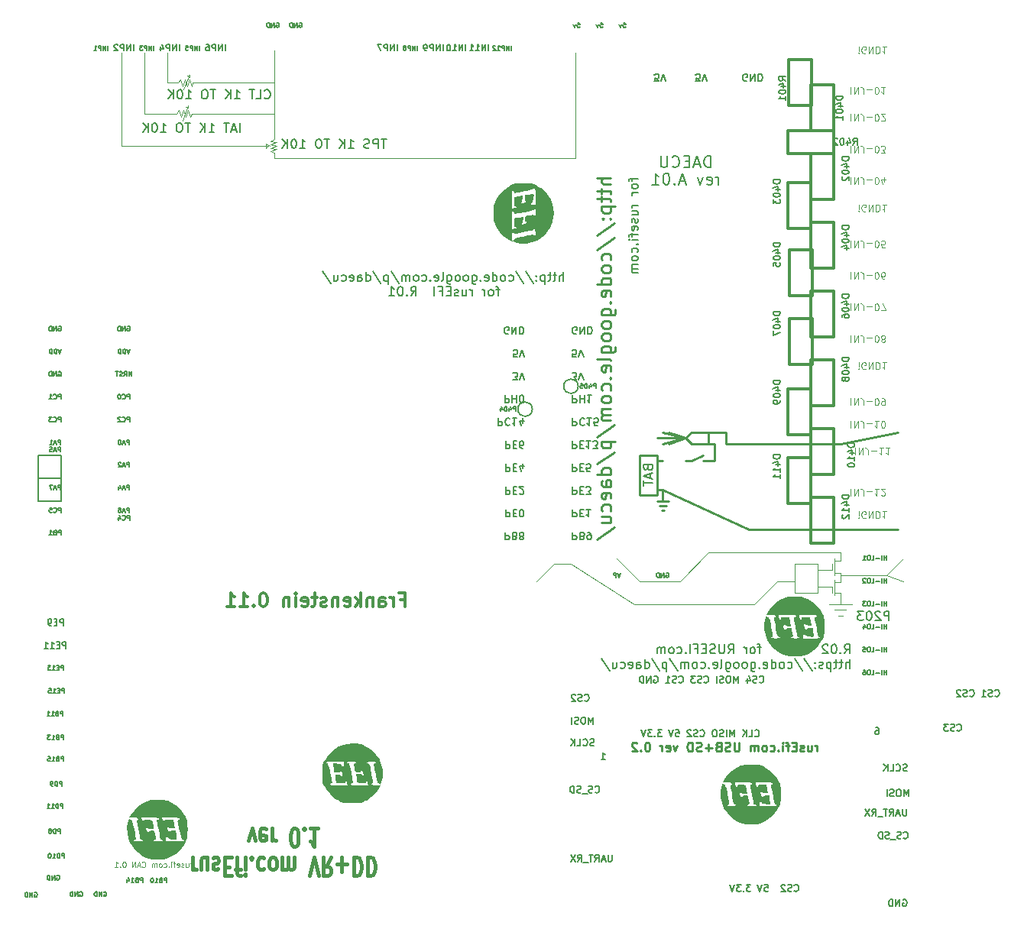
<source format=gbo>
G04 (created by PCBNEW (2013-07-07 BZR 4022)-stable) date 31/03/2014 14:52:44*
%MOIN*%
G04 Gerber Fmt 3.4, Leading zero omitted, Abs format*
%FSLAX34Y34*%
G01*
G70*
G90*
G04 APERTURE LIST*
%ADD10C,0.00590551*%
%ADD11C,0.011811*%
%ADD12C,0.005*%
%ADD13C,0.015*%
%ADD14C,0.00393701*%
%ADD15C,0.008*%
%ADD16C,0.00984252*%
%ADD17C,0.01*%
%ADD18C,0.0045*%
%ADD19C,0.00295276*%
%ADD20C,0.0001*%
%ADD21C,0.006*%
%ADD22C,0.012*%
G04 APERTURE END LIST*
G54D10*
G54D11*
X64069Y-61804D02*
X64266Y-61804D01*
X64266Y-62114D02*
X64266Y-61523D01*
X63985Y-61523D01*
X63760Y-62114D02*
X63760Y-61720D01*
X63760Y-61832D02*
X63732Y-61776D01*
X63704Y-61748D01*
X63648Y-61720D01*
X63591Y-61720D01*
X63141Y-62114D02*
X63141Y-61804D01*
X63169Y-61748D01*
X63226Y-61720D01*
X63338Y-61720D01*
X63394Y-61748D01*
X63141Y-62085D02*
X63198Y-62114D01*
X63338Y-62114D01*
X63394Y-62085D01*
X63423Y-62029D01*
X63423Y-61973D01*
X63394Y-61917D01*
X63338Y-61889D01*
X63198Y-61889D01*
X63141Y-61860D01*
X62860Y-61720D02*
X62860Y-62114D01*
X62860Y-61776D02*
X62832Y-61748D01*
X62776Y-61720D01*
X62691Y-61720D01*
X62635Y-61748D01*
X62607Y-61804D01*
X62607Y-62114D01*
X62326Y-62114D02*
X62326Y-61523D01*
X62270Y-61889D02*
X62101Y-62114D01*
X62101Y-61720D02*
X62326Y-61945D01*
X61623Y-62085D02*
X61679Y-62114D01*
X61792Y-62114D01*
X61848Y-62085D01*
X61876Y-62029D01*
X61876Y-61804D01*
X61848Y-61748D01*
X61792Y-61720D01*
X61679Y-61720D01*
X61623Y-61748D01*
X61595Y-61804D01*
X61595Y-61860D01*
X61876Y-61917D01*
X61342Y-61720D02*
X61342Y-62114D01*
X61342Y-61776D02*
X61313Y-61748D01*
X61257Y-61720D01*
X61173Y-61720D01*
X61117Y-61748D01*
X61088Y-61804D01*
X61088Y-62114D01*
X60835Y-62085D02*
X60779Y-62114D01*
X60667Y-62114D01*
X60610Y-62085D01*
X60582Y-62029D01*
X60582Y-62001D01*
X60610Y-61945D01*
X60667Y-61917D01*
X60751Y-61917D01*
X60807Y-61889D01*
X60835Y-61832D01*
X60835Y-61804D01*
X60807Y-61748D01*
X60751Y-61720D01*
X60667Y-61720D01*
X60610Y-61748D01*
X60414Y-61720D02*
X60189Y-61720D01*
X60329Y-61523D02*
X60329Y-62029D01*
X60301Y-62085D01*
X60245Y-62114D01*
X60189Y-62114D01*
X59767Y-62085D02*
X59823Y-62114D01*
X59935Y-62114D01*
X59992Y-62085D01*
X60020Y-62029D01*
X60020Y-61804D01*
X59992Y-61748D01*
X59935Y-61720D01*
X59823Y-61720D01*
X59767Y-61748D01*
X59739Y-61804D01*
X59739Y-61860D01*
X60020Y-61917D01*
X59486Y-62114D02*
X59486Y-61720D01*
X59486Y-61523D02*
X59514Y-61551D01*
X59486Y-61579D01*
X59457Y-61551D01*
X59486Y-61523D01*
X59486Y-61579D01*
X59204Y-61720D02*
X59204Y-62114D01*
X59204Y-61776D02*
X59176Y-61748D01*
X59120Y-61720D01*
X59036Y-61720D01*
X58979Y-61748D01*
X58951Y-61804D01*
X58951Y-62114D01*
X58108Y-61523D02*
X58051Y-61523D01*
X57995Y-61551D01*
X57967Y-61579D01*
X57939Y-61635D01*
X57911Y-61748D01*
X57911Y-61889D01*
X57939Y-62001D01*
X57967Y-62057D01*
X57995Y-62085D01*
X58051Y-62114D01*
X58108Y-62114D01*
X58164Y-62085D01*
X58192Y-62057D01*
X58220Y-62001D01*
X58248Y-61889D01*
X58248Y-61748D01*
X58220Y-61635D01*
X58192Y-61579D01*
X58164Y-61551D01*
X58108Y-61523D01*
X57658Y-62057D02*
X57630Y-62085D01*
X57658Y-62114D01*
X57686Y-62085D01*
X57658Y-62057D01*
X57658Y-62114D01*
X57067Y-62114D02*
X57405Y-62114D01*
X57236Y-62114D02*
X57236Y-61523D01*
X57292Y-61607D01*
X57348Y-61664D01*
X57405Y-61692D01*
X56505Y-62114D02*
X56842Y-62114D01*
X56673Y-62114D02*
X56673Y-61523D01*
X56730Y-61607D01*
X56786Y-61664D01*
X56842Y-61692D01*
G54D12*
X49367Y-67905D02*
X49367Y-67705D01*
X49291Y-67705D01*
X49272Y-67715D01*
X49263Y-67725D01*
X49253Y-67744D01*
X49253Y-67772D01*
X49263Y-67791D01*
X49272Y-67801D01*
X49291Y-67810D01*
X49367Y-67810D01*
X49101Y-67801D02*
X49072Y-67810D01*
X49063Y-67820D01*
X49053Y-67839D01*
X49053Y-67867D01*
X49063Y-67886D01*
X49072Y-67896D01*
X49091Y-67905D01*
X49167Y-67905D01*
X49167Y-67705D01*
X49101Y-67705D01*
X49082Y-67715D01*
X49072Y-67725D01*
X49063Y-67744D01*
X49063Y-67763D01*
X49072Y-67782D01*
X49082Y-67791D01*
X49101Y-67801D01*
X49167Y-67801D01*
X48863Y-67905D02*
X48977Y-67905D01*
X48920Y-67905D02*
X48920Y-67705D01*
X48939Y-67734D01*
X48958Y-67753D01*
X48977Y-67763D01*
X48796Y-67705D02*
X48672Y-67705D01*
X48739Y-67782D01*
X48710Y-67782D01*
X48691Y-67791D01*
X48682Y-67801D01*
X48672Y-67820D01*
X48672Y-67867D01*
X48682Y-67886D01*
X48691Y-67896D01*
X48710Y-67905D01*
X48767Y-67905D01*
X48786Y-67896D01*
X48796Y-67886D01*
X49367Y-68855D02*
X49367Y-68655D01*
X49291Y-68655D01*
X49272Y-68665D01*
X49263Y-68675D01*
X49253Y-68694D01*
X49253Y-68722D01*
X49263Y-68741D01*
X49272Y-68751D01*
X49291Y-68760D01*
X49367Y-68760D01*
X49101Y-68751D02*
X49072Y-68760D01*
X49063Y-68770D01*
X49053Y-68789D01*
X49053Y-68817D01*
X49063Y-68836D01*
X49072Y-68846D01*
X49091Y-68855D01*
X49167Y-68855D01*
X49167Y-68655D01*
X49101Y-68655D01*
X49082Y-68665D01*
X49072Y-68675D01*
X49063Y-68694D01*
X49063Y-68713D01*
X49072Y-68732D01*
X49082Y-68741D01*
X49101Y-68751D01*
X49167Y-68751D01*
X48863Y-68855D02*
X48977Y-68855D01*
X48920Y-68855D02*
X48920Y-68655D01*
X48939Y-68684D01*
X48958Y-68703D01*
X48977Y-68713D01*
X48682Y-68655D02*
X48777Y-68655D01*
X48786Y-68751D01*
X48777Y-68741D01*
X48758Y-68732D01*
X48710Y-68732D01*
X48691Y-68741D01*
X48682Y-68751D01*
X48672Y-68770D01*
X48672Y-68817D01*
X48682Y-68836D01*
X48691Y-68846D01*
X48710Y-68855D01*
X48758Y-68855D01*
X48777Y-68846D01*
X48786Y-68836D01*
X49297Y-69930D02*
X49297Y-69730D01*
X49221Y-69730D01*
X49202Y-69740D01*
X49192Y-69750D01*
X49183Y-69769D01*
X49183Y-69797D01*
X49192Y-69816D01*
X49202Y-69826D01*
X49221Y-69835D01*
X49297Y-69835D01*
X49097Y-69930D02*
X49097Y-69730D01*
X49050Y-69730D01*
X49021Y-69740D01*
X49002Y-69759D01*
X48992Y-69778D01*
X48983Y-69816D01*
X48983Y-69845D01*
X48992Y-69883D01*
X49002Y-69902D01*
X49021Y-69921D01*
X49050Y-69930D01*
X49097Y-69930D01*
X48888Y-69930D02*
X48850Y-69930D01*
X48830Y-69921D01*
X48821Y-69911D01*
X48802Y-69883D01*
X48792Y-69845D01*
X48792Y-69769D01*
X48802Y-69750D01*
X48811Y-69740D01*
X48830Y-69730D01*
X48869Y-69730D01*
X48888Y-69740D01*
X48897Y-69750D01*
X48907Y-69769D01*
X48907Y-69816D01*
X48897Y-69835D01*
X48888Y-69845D01*
X48869Y-69854D01*
X48830Y-69854D01*
X48811Y-69845D01*
X48802Y-69835D01*
X48792Y-69816D01*
X49342Y-70905D02*
X49342Y-70705D01*
X49266Y-70705D01*
X49247Y-70715D01*
X49238Y-70725D01*
X49228Y-70744D01*
X49228Y-70772D01*
X49238Y-70791D01*
X49247Y-70801D01*
X49266Y-70810D01*
X49342Y-70810D01*
X49142Y-70905D02*
X49142Y-70705D01*
X49095Y-70705D01*
X49066Y-70715D01*
X49047Y-70734D01*
X49038Y-70753D01*
X49028Y-70791D01*
X49028Y-70820D01*
X49038Y-70858D01*
X49047Y-70877D01*
X49066Y-70896D01*
X49095Y-70905D01*
X49142Y-70905D01*
X48838Y-70905D02*
X48952Y-70905D01*
X48895Y-70905D02*
X48895Y-70705D01*
X48914Y-70734D01*
X48933Y-70753D01*
X48952Y-70763D01*
X48647Y-70905D02*
X48761Y-70905D01*
X48704Y-70905D02*
X48704Y-70705D01*
X48723Y-70734D01*
X48742Y-70753D01*
X48761Y-70763D01*
X49222Y-72005D02*
X49222Y-71805D01*
X49146Y-71805D01*
X49127Y-71815D01*
X49117Y-71825D01*
X49108Y-71844D01*
X49108Y-71872D01*
X49117Y-71891D01*
X49127Y-71901D01*
X49146Y-71910D01*
X49222Y-71910D01*
X49022Y-72005D02*
X49022Y-71805D01*
X48975Y-71805D01*
X48946Y-71815D01*
X48927Y-71834D01*
X48917Y-71853D01*
X48908Y-71891D01*
X48908Y-71920D01*
X48917Y-71958D01*
X48927Y-71977D01*
X48946Y-71996D01*
X48975Y-72005D01*
X49022Y-72005D01*
X48794Y-71891D02*
X48813Y-71882D01*
X48822Y-71872D01*
X48832Y-71853D01*
X48832Y-71844D01*
X48822Y-71825D01*
X48813Y-71815D01*
X48794Y-71805D01*
X48755Y-71805D01*
X48736Y-71815D01*
X48727Y-71825D01*
X48717Y-71844D01*
X48717Y-71853D01*
X48727Y-71872D01*
X48736Y-71882D01*
X48755Y-71891D01*
X48794Y-71891D01*
X48813Y-71901D01*
X48822Y-71910D01*
X48832Y-71929D01*
X48832Y-71967D01*
X48822Y-71986D01*
X48813Y-71996D01*
X48794Y-72005D01*
X48755Y-72005D01*
X48736Y-71996D01*
X48727Y-71986D01*
X48717Y-71967D01*
X48717Y-71929D01*
X48727Y-71910D01*
X48736Y-71901D01*
X48755Y-71891D01*
X53867Y-74155D02*
X53867Y-73955D01*
X53791Y-73955D01*
X53772Y-73965D01*
X53763Y-73975D01*
X53753Y-73994D01*
X53753Y-74022D01*
X53763Y-74041D01*
X53772Y-74051D01*
X53791Y-74060D01*
X53867Y-74060D01*
X53601Y-74051D02*
X53572Y-74060D01*
X53563Y-74070D01*
X53553Y-74089D01*
X53553Y-74117D01*
X53563Y-74136D01*
X53572Y-74146D01*
X53591Y-74155D01*
X53667Y-74155D01*
X53667Y-73955D01*
X53601Y-73955D01*
X53582Y-73965D01*
X53572Y-73975D01*
X53563Y-73994D01*
X53563Y-74013D01*
X53572Y-74032D01*
X53582Y-74041D01*
X53601Y-74051D01*
X53667Y-74051D01*
X53363Y-74155D02*
X53477Y-74155D01*
X53420Y-74155D02*
X53420Y-73955D01*
X53439Y-73984D01*
X53458Y-74003D01*
X53477Y-74013D01*
X53239Y-73955D02*
X53220Y-73955D01*
X53201Y-73965D01*
X53191Y-73975D01*
X53182Y-73994D01*
X53172Y-74032D01*
X53172Y-74079D01*
X53182Y-74117D01*
X53191Y-74136D01*
X53201Y-74146D01*
X53220Y-74155D01*
X53239Y-74155D01*
X53258Y-74146D01*
X53267Y-74136D01*
X53277Y-74117D01*
X53286Y-74079D01*
X53286Y-74032D01*
X53277Y-73994D01*
X53267Y-73975D01*
X53258Y-73965D01*
X53239Y-73955D01*
X52817Y-74130D02*
X52817Y-73930D01*
X52741Y-73930D01*
X52722Y-73940D01*
X52713Y-73950D01*
X52703Y-73969D01*
X52703Y-73997D01*
X52713Y-74016D01*
X52722Y-74026D01*
X52741Y-74035D01*
X52817Y-74035D01*
X52551Y-74026D02*
X52522Y-74035D01*
X52513Y-74045D01*
X52503Y-74064D01*
X52503Y-74092D01*
X52513Y-74111D01*
X52522Y-74121D01*
X52541Y-74130D01*
X52617Y-74130D01*
X52617Y-73930D01*
X52551Y-73930D01*
X52532Y-73940D01*
X52522Y-73950D01*
X52513Y-73969D01*
X52513Y-73988D01*
X52522Y-74007D01*
X52532Y-74016D01*
X52551Y-74026D01*
X52617Y-74026D01*
X52313Y-74130D02*
X52427Y-74130D01*
X52370Y-74130D02*
X52370Y-73930D01*
X52389Y-73959D01*
X52408Y-73978D01*
X52427Y-73988D01*
X52141Y-73997D02*
X52141Y-74130D01*
X52189Y-73921D02*
X52236Y-74064D01*
X52113Y-74064D01*
X51127Y-74565D02*
X51146Y-74555D01*
X51175Y-74555D01*
X51203Y-74565D01*
X51222Y-74584D01*
X51232Y-74603D01*
X51241Y-74641D01*
X51241Y-74670D01*
X51232Y-74708D01*
X51222Y-74727D01*
X51203Y-74746D01*
X51175Y-74755D01*
X51155Y-74755D01*
X51127Y-74746D01*
X51117Y-74736D01*
X51117Y-74670D01*
X51155Y-74670D01*
X51032Y-74755D02*
X51032Y-74555D01*
X50917Y-74755D01*
X50917Y-74555D01*
X50822Y-74755D02*
X50822Y-74555D01*
X50775Y-74555D01*
X50746Y-74565D01*
X50727Y-74584D01*
X50717Y-74603D01*
X50708Y-74641D01*
X50708Y-74670D01*
X50717Y-74708D01*
X50727Y-74727D01*
X50746Y-74746D01*
X50775Y-74755D01*
X50822Y-74755D01*
X50077Y-74565D02*
X50096Y-74555D01*
X50125Y-74555D01*
X50153Y-74565D01*
X50172Y-74584D01*
X50182Y-74603D01*
X50191Y-74641D01*
X50191Y-74670D01*
X50182Y-74708D01*
X50172Y-74727D01*
X50153Y-74746D01*
X50125Y-74755D01*
X50105Y-74755D01*
X50077Y-74746D01*
X50067Y-74736D01*
X50067Y-74670D01*
X50105Y-74670D01*
X49982Y-74755D02*
X49982Y-74555D01*
X49867Y-74755D01*
X49867Y-74555D01*
X49772Y-74755D02*
X49772Y-74555D01*
X49725Y-74555D01*
X49696Y-74565D01*
X49677Y-74584D01*
X49667Y-74603D01*
X49658Y-74641D01*
X49658Y-74670D01*
X49667Y-74708D01*
X49677Y-74727D01*
X49696Y-74746D01*
X49725Y-74755D01*
X49772Y-74755D01*
X49392Y-73080D02*
X49392Y-72880D01*
X49316Y-72880D01*
X49297Y-72890D01*
X49288Y-72900D01*
X49278Y-72919D01*
X49278Y-72947D01*
X49288Y-72966D01*
X49297Y-72976D01*
X49316Y-72985D01*
X49392Y-72985D01*
X49192Y-73080D02*
X49192Y-72880D01*
X49145Y-72880D01*
X49116Y-72890D01*
X49097Y-72909D01*
X49088Y-72928D01*
X49078Y-72966D01*
X49078Y-72995D01*
X49088Y-73033D01*
X49097Y-73052D01*
X49116Y-73071D01*
X49145Y-73080D01*
X49192Y-73080D01*
X48888Y-73080D02*
X49002Y-73080D01*
X48945Y-73080D02*
X48945Y-72880D01*
X48964Y-72909D01*
X48983Y-72928D01*
X49002Y-72938D01*
X48764Y-72880D02*
X48745Y-72880D01*
X48726Y-72890D01*
X48716Y-72900D01*
X48707Y-72919D01*
X48697Y-72957D01*
X48697Y-73004D01*
X48707Y-73042D01*
X48716Y-73061D01*
X48726Y-73071D01*
X48745Y-73080D01*
X48764Y-73080D01*
X48783Y-73071D01*
X48792Y-73061D01*
X48802Y-73042D01*
X48811Y-73004D01*
X48811Y-72957D01*
X48802Y-72919D01*
X48792Y-72900D01*
X48783Y-72890D01*
X48764Y-72880D01*
X49077Y-73840D02*
X49096Y-73830D01*
X49125Y-73830D01*
X49153Y-73840D01*
X49172Y-73859D01*
X49182Y-73878D01*
X49191Y-73916D01*
X49191Y-73945D01*
X49182Y-73983D01*
X49172Y-74002D01*
X49153Y-74021D01*
X49125Y-74030D01*
X49105Y-74030D01*
X49077Y-74021D01*
X49067Y-74011D01*
X49067Y-73945D01*
X49105Y-73945D01*
X48982Y-74030D02*
X48982Y-73830D01*
X48867Y-74030D01*
X48867Y-73830D01*
X48772Y-74030D02*
X48772Y-73830D01*
X48725Y-73830D01*
X48696Y-73840D01*
X48677Y-73859D01*
X48667Y-73878D01*
X48658Y-73916D01*
X48658Y-73945D01*
X48667Y-73983D01*
X48677Y-74002D01*
X48696Y-74021D01*
X48725Y-74030D01*
X48772Y-74030D01*
X48102Y-74590D02*
X48121Y-74580D01*
X48150Y-74580D01*
X48178Y-74590D01*
X48197Y-74609D01*
X48207Y-74628D01*
X48216Y-74666D01*
X48216Y-74695D01*
X48207Y-74733D01*
X48197Y-74752D01*
X48178Y-74771D01*
X48150Y-74780D01*
X48130Y-74780D01*
X48102Y-74771D01*
X48092Y-74761D01*
X48092Y-74695D01*
X48130Y-74695D01*
X48007Y-74780D02*
X48007Y-74580D01*
X47892Y-74780D01*
X47892Y-74580D01*
X47797Y-74780D02*
X47797Y-74580D01*
X47750Y-74580D01*
X47721Y-74590D01*
X47702Y-74609D01*
X47692Y-74628D01*
X47683Y-74666D01*
X47683Y-74695D01*
X47692Y-74733D01*
X47702Y-74752D01*
X47721Y-74771D01*
X47750Y-74780D01*
X47797Y-74780D01*
X49342Y-66880D02*
X49342Y-66680D01*
X49266Y-66680D01*
X49247Y-66690D01*
X49238Y-66700D01*
X49228Y-66719D01*
X49228Y-66747D01*
X49238Y-66766D01*
X49247Y-66776D01*
X49266Y-66785D01*
X49342Y-66785D01*
X49076Y-66776D02*
X49047Y-66785D01*
X49038Y-66795D01*
X49028Y-66814D01*
X49028Y-66842D01*
X49038Y-66861D01*
X49047Y-66871D01*
X49066Y-66880D01*
X49142Y-66880D01*
X49142Y-66680D01*
X49076Y-66680D01*
X49057Y-66690D01*
X49047Y-66700D01*
X49038Y-66719D01*
X49038Y-66738D01*
X49047Y-66757D01*
X49057Y-66766D01*
X49076Y-66776D01*
X49142Y-66776D01*
X48838Y-66880D02*
X48952Y-66880D01*
X48895Y-66880D02*
X48895Y-66680D01*
X48914Y-66709D01*
X48933Y-66728D01*
X48952Y-66738D01*
X48647Y-66880D02*
X48761Y-66880D01*
X48704Y-66880D02*
X48704Y-66680D01*
X48723Y-66709D01*
X48742Y-66728D01*
X48761Y-66738D01*
X49383Y-65880D02*
X49383Y-65680D01*
X49307Y-65680D01*
X49288Y-65690D01*
X49278Y-65700D01*
X49269Y-65719D01*
X49269Y-65747D01*
X49278Y-65766D01*
X49288Y-65776D01*
X49307Y-65785D01*
X49383Y-65785D01*
X49183Y-65776D02*
X49116Y-65776D01*
X49088Y-65880D02*
X49183Y-65880D01*
X49183Y-65680D01*
X49088Y-65680D01*
X48897Y-65880D02*
X49011Y-65880D01*
X48954Y-65880D02*
X48954Y-65680D01*
X48973Y-65709D01*
X48992Y-65728D01*
X49011Y-65738D01*
X48716Y-65680D02*
X48811Y-65680D01*
X48821Y-65776D01*
X48811Y-65766D01*
X48792Y-65757D01*
X48745Y-65757D01*
X48726Y-65766D01*
X48716Y-65776D01*
X48707Y-65795D01*
X48707Y-65842D01*
X48716Y-65861D01*
X48726Y-65871D01*
X48745Y-65880D01*
X48792Y-65880D01*
X48811Y-65871D01*
X48821Y-65861D01*
X49358Y-64880D02*
X49358Y-64680D01*
X49282Y-64680D01*
X49263Y-64690D01*
X49253Y-64700D01*
X49244Y-64719D01*
X49244Y-64747D01*
X49253Y-64766D01*
X49263Y-64776D01*
X49282Y-64785D01*
X49358Y-64785D01*
X49158Y-64776D02*
X49091Y-64776D01*
X49063Y-64880D02*
X49158Y-64880D01*
X49158Y-64680D01*
X49063Y-64680D01*
X48872Y-64880D02*
X48986Y-64880D01*
X48929Y-64880D02*
X48929Y-64680D01*
X48948Y-64709D01*
X48967Y-64728D01*
X48986Y-64738D01*
X48805Y-64680D02*
X48682Y-64680D01*
X48748Y-64757D01*
X48720Y-64757D01*
X48701Y-64766D01*
X48691Y-64776D01*
X48682Y-64795D01*
X48682Y-64842D01*
X48691Y-64861D01*
X48701Y-64871D01*
X48720Y-64880D01*
X48777Y-64880D01*
X48796Y-64871D01*
X48805Y-64861D01*
X49459Y-63936D02*
X49459Y-63660D01*
X49354Y-63660D01*
X49328Y-63674D01*
X49314Y-63687D01*
X49301Y-63713D01*
X49301Y-63752D01*
X49314Y-63779D01*
X49328Y-63792D01*
X49354Y-63805D01*
X49459Y-63805D01*
X49183Y-63792D02*
X49091Y-63792D01*
X49052Y-63936D02*
X49183Y-63936D01*
X49183Y-63660D01*
X49052Y-63660D01*
X48790Y-63936D02*
X48947Y-63936D01*
X48868Y-63936D02*
X48868Y-63660D01*
X48895Y-63700D01*
X48921Y-63726D01*
X48947Y-63739D01*
X48527Y-63936D02*
X48685Y-63936D01*
X48606Y-63936D02*
X48606Y-63660D01*
X48632Y-63700D01*
X48658Y-63726D01*
X48685Y-63739D01*
X49353Y-62936D02*
X49353Y-62660D01*
X49248Y-62660D01*
X49221Y-62674D01*
X49208Y-62687D01*
X49195Y-62713D01*
X49195Y-62752D01*
X49208Y-62779D01*
X49221Y-62792D01*
X49248Y-62805D01*
X49353Y-62805D01*
X49077Y-62792D02*
X48985Y-62792D01*
X48946Y-62936D02*
X49077Y-62936D01*
X49077Y-62660D01*
X48946Y-62660D01*
X48815Y-62936D02*
X48762Y-62936D01*
X48736Y-62923D01*
X48723Y-62910D01*
X48696Y-62870D01*
X48683Y-62818D01*
X48683Y-62713D01*
X48696Y-62687D01*
X48710Y-62674D01*
X48736Y-62660D01*
X48788Y-62660D01*
X48815Y-62674D01*
X48828Y-62687D01*
X48841Y-62713D01*
X48841Y-62779D01*
X48828Y-62805D01*
X48815Y-62818D01*
X48788Y-62831D01*
X48736Y-62831D01*
X48710Y-62818D01*
X48696Y-62805D01*
X48683Y-62779D01*
G54D13*
X54995Y-73054D02*
X54995Y-73587D01*
X54995Y-73435D02*
X55023Y-73511D01*
X55052Y-73549D01*
X55109Y-73587D01*
X55166Y-73587D01*
X55623Y-73587D02*
X55623Y-73054D01*
X55366Y-73587D02*
X55366Y-73168D01*
X55395Y-73092D01*
X55452Y-73054D01*
X55538Y-73054D01*
X55595Y-73092D01*
X55623Y-73130D01*
X55880Y-73092D02*
X55938Y-73054D01*
X56052Y-73054D01*
X56109Y-73092D01*
X56138Y-73168D01*
X56138Y-73207D01*
X56109Y-73283D01*
X56052Y-73321D01*
X55966Y-73321D01*
X55909Y-73359D01*
X55880Y-73435D01*
X55880Y-73473D01*
X55909Y-73549D01*
X55966Y-73587D01*
X56052Y-73587D01*
X56109Y-73549D01*
X56395Y-73473D02*
X56595Y-73473D01*
X56680Y-73054D02*
X56395Y-73054D01*
X56395Y-73854D01*
X56680Y-73854D01*
X56852Y-73587D02*
X57080Y-73587D01*
X56938Y-73054D02*
X56938Y-73740D01*
X56966Y-73816D01*
X57023Y-73854D01*
X57080Y-73854D01*
X57280Y-73054D02*
X57280Y-73587D01*
X57280Y-73854D02*
X57252Y-73816D01*
X57280Y-73778D01*
X57309Y-73816D01*
X57280Y-73854D01*
X57280Y-73778D01*
X57566Y-73130D02*
X57595Y-73092D01*
X57566Y-73054D01*
X57538Y-73092D01*
X57566Y-73130D01*
X57566Y-73054D01*
X58109Y-73092D02*
X58052Y-73054D01*
X57938Y-73054D01*
X57880Y-73092D01*
X57852Y-73130D01*
X57823Y-73207D01*
X57823Y-73435D01*
X57852Y-73511D01*
X57880Y-73549D01*
X57938Y-73587D01*
X58052Y-73587D01*
X58109Y-73549D01*
X58452Y-73054D02*
X58395Y-73092D01*
X58366Y-73130D01*
X58338Y-73207D01*
X58338Y-73435D01*
X58366Y-73511D01*
X58395Y-73549D01*
X58452Y-73587D01*
X58538Y-73587D01*
X58595Y-73549D01*
X58623Y-73511D01*
X58652Y-73435D01*
X58652Y-73207D01*
X58623Y-73130D01*
X58595Y-73092D01*
X58538Y-73054D01*
X58452Y-73054D01*
X58909Y-73054D02*
X58909Y-73587D01*
X58909Y-73511D02*
X58938Y-73549D01*
X58995Y-73587D01*
X59080Y-73587D01*
X59138Y-73549D01*
X59166Y-73473D01*
X59166Y-73054D01*
X59166Y-73473D02*
X59195Y-73549D01*
X59252Y-73587D01*
X59338Y-73587D01*
X59395Y-73549D01*
X59423Y-73473D01*
X59423Y-73054D01*
X60080Y-73854D02*
X60280Y-73054D01*
X60480Y-73854D01*
X61023Y-73054D02*
X60823Y-73435D01*
X60680Y-73054D02*
X60680Y-73854D01*
X60909Y-73854D01*
X60966Y-73816D01*
X60995Y-73778D01*
X61023Y-73702D01*
X61023Y-73587D01*
X60995Y-73511D01*
X60966Y-73473D01*
X60909Y-73435D01*
X60680Y-73435D01*
X61280Y-73359D02*
X61738Y-73359D01*
X61509Y-73054D02*
X61509Y-73664D01*
X62023Y-73054D02*
X62023Y-73854D01*
X62166Y-73854D01*
X62252Y-73816D01*
X62309Y-73740D01*
X62338Y-73664D01*
X62366Y-73511D01*
X62366Y-73397D01*
X62338Y-73245D01*
X62309Y-73168D01*
X62252Y-73092D01*
X62166Y-73054D01*
X62023Y-73054D01*
X62623Y-73054D02*
X62623Y-73854D01*
X62766Y-73854D01*
X62852Y-73816D01*
X62909Y-73740D01*
X62938Y-73664D01*
X62966Y-73511D01*
X62966Y-73397D01*
X62938Y-73245D01*
X62909Y-73168D01*
X62852Y-73092D01*
X62766Y-73054D01*
X62623Y-73054D01*
X57438Y-72317D02*
X57580Y-71784D01*
X57723Y-72317D01*
X58180Y-71822D02*
X58123Y-71784D01*
X58009Y-71784D01*
X57952Y-71822D01*
X57923Y-71898D01*
X57923Y-72203D01*
X57952Y-72279D01*
X58009Y-72317D01*
X58123Y-72317D01*
X58180Y-72279D01*
X58209Y-72203D01*
X58209Y-72127D01*
X57923Y-72051D01*
X58466Y-71784D02*
X58466Y-72317D01*
X58466Y-72165D02*
X58495Y-72241D01*
X58523Y-72279D01*
X58580Y-72317D01*
X58638Y-72317D01*
X59409Y-72584D02*
X59466Y-72584D01*
X59523Y-72546D01*
X59552Y-72508D01*
X59580Y-72432D01*
X59609Y-72279D01*
X59609Y-72089D01*
X59580Y-71937D01*
X59552Y-71860D01*
X59523Y-71822D01*
X59466Y-71784D01*
X59409Y-71784D01*
X59352Y-71822D01*
X59323Y-71860D01*
X59295Y-71937D01*
X59266Y-72089D01*
X59266Y-72279D01*
X59295Y-72432D01*
X59323Y-72508D01*
X59352Y-72546D01*
X59409Y-72584D01*
X59866Y-71860D02*
X59895Y-71822D01*
X59866Y-71784D01*
X59838Y-71822D01*
X59866Y-71860D01*
X59866Y-71784D01*
X60466Y-71784D02*
X60123Y-71784D01*
X60295Y-71784D02*
X60295Y-72584D01*
X60238Y-72470D01*
X60180Y-72394D01*
X60123Y-72356D01*
G54D14*
X51900Y-42000D02*
X51900Y-37950D01*
X58300Y-42000D02*
X51900Y-42000D01*
X58200Y-42100D02*
X58300Y-42000D01*
X58200Y-41900D02*
X58200Y-42100D01*
X58350Y-42000D02*
X58200Y-41900D01*
X71700Y-42550D02*
X71700Y-37950D01*
X58550Y-42550D02*
X71700Y-42550D01*
X58550Y-42300D02*
X58550Y-42550D01*
X58400Y-42250D02*
X58550Y-42300D01*
X58650Y-42150D02*
X58400Y-42250D01*
X58400Y-42100D02*
X58650Y-42150D01*
X58650Y-42000D02*
X58400Y-42100D01*
X58400Y-41950D02*
X58650Y-42000D01*
X58650Y-41850D02*
X58400Y-41950D01*
X58400Y-41800D02*
X58650Y-41850D01*
X58550Y-41700D02*
X58400Y-41800D01*
X58550Y-40600D02*
X58550Y-41700D01*
X58550Y-40600D02*
X58500Y-40600D01*
X52900Y-40600D02*
X53900Y-40600D01*
X52900Y-37950D02*
X52900Y-40600D01*
X58550Y-39250D02*
X58550Y-40600D01*
X53850Y-40600D02*
X54300Y-40600D01*
X54300Y-40600D02*
X54400Y-40450D01*
X54400Y-40450D02*
X54500Y-40750D01*
X54500Y-40750D02*
X54600Y-40450D01*
X54600Y-40450D02*
X54700Y-40750D01*
X54700Y-40750D02*
X54800Y-40450D01*
X54800Y-40450D02*
X54900Y-40750D01*
X54900Y-40750D02*
X54950Y-40600D01*
X54950Y-40600D02*
X58500Y-40600D01*
X54550Y-40900D02*
X54800Y-40250D01*
X54700Y-40300D02*
X54800Y-40350D01*
X54800Y-40350D02*
X54800Y-40250D01*
X54850Y-39000D02*
X54850Y-38900D01*
X54750Y-38950D02*
X54850Y-39000D01*
X54850Y-38900D02*
X54750Y-38950D01*
X54600Y-39550D02*
X54850Y-38900D01*
X58550Y-39250D02*
X58550Y-37850D01*
X55000Y-39250D02*
X58550Y-39250D01*
X54950Y-39400D02*
X55000Y-39250D01*
X54850Y-39100D02*
X54950Y-39400D01*
X54750Y-39400D02*
X54850Y-39100D01*
X54650Y-39100D02*
X54750Y-39400D01*
X54550Y-39400D02*
X54650Y-39100D01*
X54450Y-39100D02*
X54550Y-39400D01*
X54350Y-39250D02*
X54450Y-39100D01*
X53900Y-39250D02*
X54350Y-39250D01*
X53900Y-37950D02*
X53900Y-39250D01*
G54D15*
X71169Y-47911D02*
X71169Y-47511D01*
X70997Y-47911D02*
X70997Y-47702D01*
X71016Y-47664D01*
X71054Y-47645D01*
X71111Y-47645D01*
X71149Y-47664D01*
X71169Y-47683D01*
X70864Y-47645D02*
X70711Y-47645D01*
X70807Y-47511D02*
X70807Y-47854D01*
X70788Y-47892D01*
X70749Y-47911D01*
X70711Y-47911D01*
X70635Y-47645D02*
X70483Y-47645D01*
X70578Y-47511D02*
X70578Y-47854D01*
X70559Y-47892D01*
X70521Y-47911D01*
X70483Y-47911D01*
X70350Y-47645D02*
X70350Y-48045D01*
X70350Y-47664D02*
X70311Y-47645D01*
X70235Y-47645D01*
X70197Y-47664D01*
X70178Y-47683D01*
X70159Y-47721D01*
X70159Y-47835D01*
X70178Y-47873D01*
X70197Y-47892D01*
X70235Y-47911D01*
X70311Y-47911D01*
X70350Y-47892D01*
X69988Y-47873D02*
X69969Y-47892D01*
X69988Y-47911D01*
X70007Y-47892D01*
X69988Y-47873D01*
X69988Y-47911D01*
X69988Y-47664D02*
X69969Y-47683D01*
X69988Y-47702D01*
X70007Y-47683D01*
X69988Y-47664D01*
X69988Y-47702D01*
X69511Y-47492D02*
X69854Y-48007D01*
X69092Y-47492D02*
X69435Y-48007D01*
X68788Y-47892D02*
X68826Y-47911D01*
X68902Y-47911D01*
X68940Y-47892D01*
X68959Y-47873D01*
X68978Y-47835D01*
X68978Y-47721D01*
X68959Y-47683D01*
X68940Y-47664D01*
X68902Y-47645D01*
X68826Y-47645D01*
X68788Y-47664D01*
X68559Y-47911D02*
X68597Y-47892D01*
X68616Y-47873D01*
X68635Y-47835D01*
X68635Y-47721D01*
X68616Y-47683D01*
X68597Y-47664D01*
X68559Y-47645D01*
X68502Y-47645D01*
X68464Y-47664D01*
X68445Y-47683D01*
X68426Y-47721D01*
X68426Y-47835D01*
X68445Y-47873D01*
X68464Y-47892D01*
X68502Y-47911D01*
X68559Y-47911D01*
X68083Y-47911D02*
X68083Y-47511D01*
X68083Y-47892D02*
X68121Y-47911D01*
X68197Y-47911D01*
X68235Y-47892D01*
X68254Y-47873D01*
X68273Y-47835D01*
X68273Y-47721D01*
X68254Y-47683D01*
X68235Y-47664D01*
X68197Y-47645D01*
X68121Y-47645D01*
X68083Y-47664D01*
X67740Y-47892D02*
X67778Y-47911D01*
X67854Y-47911D01*
X67892Y-47892D01*
X67911Y-47854D01*
X67911Y-47702D01*
X67892Y-47664D01*
X67854Y-47645D01*
X67778Y-47645D01*
X67740Y-47664D01*
X67721Y-47702D01*
X67721Y-47740D01*
X67911Y-47778D01*
X67550Y-47873D02*
X67530Y-47892D01*
X67550Y-47911D01*
X67569Y-47892D01*
X67550Y-47873D01*
X67550Y-47911D01*
X67188Y-47645D02*
X67188Y-47969D01*
X67207Y-48007D01*
X67226Y-48026D01*
X67264Y-48045D01*
X67321Y-48045D01*
X67359Y-48026D01*
X67188Y-47892D02*
X67226Y-47911D01*
X67302Y-47911D01*
X67340Y-47892D01*
X67359Y-47873D01*
X67378Y-47835D01*
X67378Y-47721D01*
X67359Y-47683D01*
X67340Y-47664D01*
X67302Y-47645D01*
X67226Y-47645D01*
X67188Y-47664D01*
X66940Y-47911D02*
X66978Y-47892D01*
X66997Y-47873D01*
X67016Y-47835D01*
X67016Y-47721D01*
X66997Y-47683D01*
X66978Y-47664D01*
X66940Y-47645D01*
X66883Y-47645D01*
X66845Y-47664D01*
X66826Y-47683D01*
X66807Y-47721D01*
X66807Y-47835D01*
X66826Y-47873D01*
X66845Y-47892D01*
X66883Y-47911D01*
X66940Y-47911D01*
X66578Y-47911D02*
X66616Y-47892D01*
X66635Y-47873D01*
X66654Y-47835D01*
X66654Y-47721D01*
X66635Y-47683D01*
X66616Y-47664D01*
X66578Y-47645D01*
X66521Y-47645D01*
X66483Y-47664D01*
X66464Y-47683D01*
X66445Y-47721D01*
X66445Y-47835D01*
X66464Y-47873D01*
X66483Y-47892D01*
X66521Y-47911D01*
X66578Y-47911D01*
X66102Y-47645D02*
X66102Y-47969D01*
X66121Y-48007D01*
X66140Y-48026D01*
X66178Y-48045D01*
X66235Y-48045D01*
X66273Y-48026D01*
X66102Y-47892D02*
X66140Y-47911D01*
X66216Y-47911D01*
X66254Y-47892D01*
X66273Y-47873D01*
X66292Y-47835D01*
X66292Y-47721D01*
X66273Y-47683D01*
X66254Y-47664D01*
X66216Y-47645D01*
X66140Y-47645D01*
X66102Y-47664D01*
X65854Y-47911D02*
X65892Y-47892D01*
X65911Y-47854D01*
X65911Y-47511D01*
X65550Y-47892D02*
X65588Y-47911D01*
X65664Y-47911D01*
X65702Y-47892D01*
X65721Y-47854D01*
X65721Y-47702D01*
X65702Y-47664D01*
X65664Y-47645D01*
X65588Y-47645D01*
X65550Y-47664D01*
X65530Y-47702D01*
X65530Y-47740D01*
X65721Y-47778D01*
X65359Y-47873D02*
X65340Y-47892D01*
X65359Y-47911D01*
X65378Y-47892D01*
X65359Y-47873D01*
X65359Y-47911D01*
X64997Y-47892D02*
X65035Y-47911D01*
X65111Y-47911D01*
X65150Y-47892D01*
X65169Y-47873D01*
X65188Y-47835D01*
X65188Y-47721D01*
X65169Y-47683D01*
X65150Y-47664D01*
X65111Y-47645D01*
X65035Y-47645D01*
X64997Y-47664D01*
X64769Y-47911D02*
X64807Y-47892D01*
X64826Y-47873D01*
X64845Y-47835D01*
X64845Y-47721D01*
X64826Y-47683D01*
X64807Y-47664D01*
X64769Y-47645D01*
X64711Y-47645D01*
X64673Y-47664D01*
X64654Y-47683D01*
X64635Y-47721D01*
X64635Y-47835D01*
X64654Y-47873D01*
X64673Y-47892D01*
X64711Y-47911D01*
X64769Y-47911D01*
X64464Y-47911D02*
X64464Y-47645D01*
X64464Y-47683D02*
X64445Y-47664D01*
X64407Y-47645D01*
X64350Y-47645D01*
X64311Y-47664D01*
X64292Y-47702D01*
X64292Y-47911D01*
X64292Y-47702D02*
X64273Y-47664D01*
X64235Y-47645D01*
X64178Y-47645D01*
X64140Y-47664D01*
X64121Y-47702D01*
X64121Y-47911D01*
X63645Y-47492D02*
X63988Y-48007D01*
X63511Y-47645D02*
X63511Y-48045D01*
X63511Y-47664D02*
X63473Y-47645D01*
X63397Y-47645D01*
X63359Y-47664D01*
X63340Y-47683D01*
X63321Y-47721D01*
X63321Y-47835D01*
X63340Y-47873D01*
X63359Y-47892D01*
X63397Y-47911D01*
X63473Y-47911D01*
X63511Y-47892D01*
X62864Y-47492D02*
X63207Y-48007D01*
X62559Y-47911D02*
X62559Y-47511D01*
X62559Y-47892D02*
X62597Y-47911D01*
X62673Y-47911D01*
X62711Y-47892D01*
X62730Y-47873D01*
X62750Y-47835D01*
X62750Y-47721D01*
X62730Y-47683D01*
X62711Y-47664D01*
X62673Y-47645D01*
X62597Y-47645D01*
X62559Y-47664D01*
X62197Y-47911D02*
X62197Y-47702D01*
X62216Y-47664D01*
X62254Y-47645D01*
X62330Y-47645D01*
X62369Y-47664D01*
X62197Y-47892D02*
X62235Y-47911D01*
X62330Y-47911D01*
X62369Y-47892D01*
X62388Y-47854D01*
X62388Y-47816D01*
X62369Y-47778D01*
X62330Y-47759D01*
X62235Y-47759D01*
X62197Y-47740D01*
X61854Y-47892D02*
X61892Y-47911D01*
X61969Y-47911D01*
X62007Y-47892D01*
X62026Y-47854D01*
X62026Y-47702D01*
X62007Y-47664D01*
X61969Y-47645D01*
X61892Y-47645D01*
X61854Y-47664D01*
X61835Y-47702D01*
X61835Y-47740D01*
X62026Y-47778D01*
X61492Y-47892D02*
X61530Y-47911D01*
X61607Y-47911D01*
X61645Y-47892D01*
X61664Y-47873D01*
X61683Y-47835D01*
X61683Y-47721D01*
X61664Y-47683D01*
X61645Y-47664D01*
X61607Y-47645D01*
X61530Y-47645D01*
X61492Y-47664D01*
X61150Y-47645D02*
X61150Y-47911D01*
X61321Y-47645D02*
X61321Y-47854D01*
X61302Y-47892D01*
X61264Y-47911D01*
X61207Y-47911D01*
X61169Y-47892D01*
X61150Y-47873D01*
X60673Y-47492D02*
X61016Y-48007D01*
X68378Y-48285D02*
X68226Y-48285D01*
X68321Y-48551D02*
X68321Y-48209D01*
X68302Y-48170D01*
X68264Y-48151D01*
X68226Y-48151D01*
X68035Y-48551D02*
X68073Y-48532D01*
X68092Y-48513D01*
X68111Y-48475D01*
X68111Y-48361D01*
X68092Y-48323D01*
X68073Y-48304D01*
X68035Y-48285D01*
X67978Y-48285D01*
X67940Y-48304D01*
X67921Y-48323D01*
X67902Y-48361D01*
X67902Y-48475D01*
X67921Y-48513D01*
X67940Y-48532D01*
X67978Y-48551D01*
X68035Y-48551D01*
X67730Y-48551D02*
X67730Y-48285D01*
X67730Y-48361D02*
X67711Y-48323D01*
X67692Y-48304D01*
X67654Y-48285D01*
X67616Y-48285D01*
X67178Y-48551D02*
X67178Y-48285D01*
X67178Y-48361D02*
X67159Y-48323D01*
X67140Y-48304D01*
X67102Y-48285D01*
X67064Y-48285D01*
X66759Y-48285D02*
X66759Y-48551D01*
X66930Y-48285D02*
X66930Y-48494D01*
X66911Y-48532D01*
X66873Y-48551D01*
X66816Y-48551D01*
X66778Y-48532D01*
X66759Y-48513D01*
X66588Y-48532D02*
X66550Y-48551D01*
X66473Y-48551D01*
X66435Y-48532D01*
X66416Y-48494D01*
X66416Y-48475D01*
X66435Y-48437D01*
X66473Y-48418D01*
X66530Y-48418D01*
X66569Y-48399D01*
X66588Y-48361D01*
X66588Y-48342D01*
X66569Y-48304D01*
X66530Y-48285D01*
X66473Y-48285D01*
X66435Y-48304D01*
X66245Y-48342D02*
X66111Y-48342D01*
X66054Y-48551D02*
X66245Y-48551D01*
X66245Y-48151D01*
X66054Y-48151D01*
X65750Y-48342D02*
X65883Y-48342D01*
X65883Y-48551D02*
X65883Y-48151D01*
X65692Y-48151D01*
X65540Y-48551D02*
X65540Y-48151D01*
X64511Y-48551D02*
X64645Y-48361D01*
X64740Y-48551D02*
X64740Y-48151D01*
X64588Y-48151D01*
X64550Y-48170D01*
X64530Y-48190D01*
X64511Y-48228D01*
X64511Y-48285D01*
X64530Y-48323D01*
X64550Y-48342D01*
X64588Y-48361D01*
X64740Y-48361D01*
X64340Y-48513D02*
X64321Y-48532D01*
X64340Y-48551D01*
X64359Y-48532D01*
X64340Y-48513D01*
X64340Y-48551D01*
X64073Y-48151D02*
X64035Y-48151D01*
X63997Y-48170D01*
X63978Y-48190D01*
X63959Y-48228D01*
X63940Y-48304D01*
X63940Y-48399D01*
X63959Y-48475D01*
X63978Y-48513D01*
X63997Y-48532D01*
X64035Y-48551D01*
X64073Y-48551D01*
X64111Y-48532D01*
X64130Y-48513D01*
X64150Y-48475D01*
X64169Y-48399D01*
X64169Y-48304D01*
X64150Y-48228D01*
X64130Y-48190D01*
X64111Y-48170D01*
X64073Y-48151D01*
X63559Y-48551D02*
X63788Y-48551D01*
X63673Y-48551D02*
X63673Y-48151D01*
X63711Y-48209D01*
X63750Y-48247D01*
X63788Y-48266D01*
X63445Y-41711D02*
X63216Y-41711D01*
X63330Y-42111D02*
X63330Y-41711D01*
X63083Y-42111D02*
X63083Y-41711D01*
X62930Y-41711D01*
X62892Y-41730D01*
X62873Y-41750D01*
X62854Y-41788D01*
X62854Y-41845D01*
X62873Y-41883D01*
X62892Y-41902D01*
X62930Y-41921D01*
X63083Y-41921D01*
X62702Y-42092D02*
X62645Y-42111D01*
X62550Y-42111D01*
X62511Y-42092D01*
X62492Y-42073D01*
X62473Y-42035D01*
X62473Y-41997D01*
X62492Y-41959D01*
X62511Y-41940D01*
X62550Y-41921D01*
X62626Y-41902D01*
X62664Y-41883D01*
X62683Y-41864D01*
X62702Y-41826D01*
X62702Y-41788D01*
X62683Y-41750D01*
X62664Y-41730D01*
X62626Y-41711D01*
X62530Y-41711D01*
X62473Y-41730D01*
X61788Y-42111D02*
X62016Y-42111D01*
X61902Y-42111D02*
X61902Y-41711D01*
X61940Y-41769D01*
X61978Y-41807D01*
X62016Y-41826D01*
X61616Y-42111D02*
X61616Y-41711D01*
X61388Y-42111D02*
X61559Y-41883D01*
X61388Y-41711D02*
X61616Y-41940D01*
X60969Y-41711D02*
X60740Y-41711D01*
X60854Y-42111D02*
X60854Y-41711D01*
X60530Y-41711D02*
X60454Y-41711D01*
X60416Y-41730D01*
X60378Y-41769D01*
X60359Y-41845D01*
X60359Y-41978D01*
X60378Y-42054D01*
X60416Y-42092D01*
X60454Y-42111D01*
X60530Y-42111D01*
X60569Y-42092D01*
X60607Y-42054D01*
X60626Y-41978D01*
X60626Y-41845D01*
X60607Y-41769D01*
X60569Y-41730D01*
X60530Y-41711D01*
X59673Y-42111D02*
X59902Y-42111D01*
X59788Y-42111D02*
X59788Y-41711D01*
X59826Y-41769D01*
X59864Y-41807D01*
X59902Y-41826D01*
X59426Y-41711D02*
X59388Y-41711D01*
X59350Y-41730D01*
X59330Y-41750D01*
X59311Y-41788D01*
X59292Y-41864D01*
X59292Y-41959D01*
X59311Y-42035D01*
X59330Y-42073D01*
X59350Y-42092D01*
X59388Y-42111D01*
X59426Y-42111D01*
X59464Y-42092D01*
X59483Y-42073D01*
X59502Y-42035D01*
X59521Y-41959D01*
X59521Y-41864D01*
X59502Y-41788D01*
X59483Y-41750D01*
X59464Y-41730D01*
X59426Y-41711D01*
X59121Y-42111D02*
X59121Y-41711D01*
X58892Y-42111D02*
X59064Y-41883D01*
X58892Y-41711D02*
X59121Y-41940D01*
X57064Y-41411D02*
X57064Y-41011D01*
X56892Y-41297D02*
X56702Y-41297D01*
X56930Y-41411D02*
X56797Y-41011D01*
X56664Y-41411D01*
X56588Y-41011D02*
X56359Y-41011D01*
X56473Y-41411D02*
X56473Y-41011D01*
X55711Y-41411D02*
X55940Y-41411D01*
X55826Y-41411D02*
X55826Y-41011D01*
X55864Y-41069D01*
X55902Y-41107D01*
X55940Y-41126D01*
X55540Y-41411D02*
X55540Y-41011D01*
X55311Y-41411D02*
X55483Y-41183D01*
X55311Y-41011D02*
X55540Y-41240D01*
X54892Y-41011D02*
X54664Y-41011D01*
X54778Y-41411D02*
X54778Y-41011D01*
X54454Y-41011D02*
X54378Y-41011D01*
X54340Y-41030D01*
X54302Y-41069D01*
X54283Y-41145D01*
X54283Y-41278D01*
X54302Y-41354D01*
X54340Y-41392D01*
X54378Y-41411D01*
X54454Y-41411D01*
X54492Y-41392D01*
X54530Y-41354D01*
X54550Y-41278D01*
X54550Y-41145D01*
X54530Y-41069D01*
X54492Y-41030D01*
X54454Y-41011D01*
X53597Y-41411D02*
X53826Y-41411D01*
X53711Y-41411D02*
X53711Y-41011D01*
X53750Y-41069D01*
X53788Y-41107D01*
X53826Y-41126D01*
X53350Y-41011D02*
X53311Y-41011D01*
X53273Y-41030D01*
X53254Y-41050D01*
X53235Y-41088D01*
X53216Y-41164D01*
X53216Y-41259D01*
X53235Y-41335D01*
X53254Y-41373D01*
X53273Y-41392D01*
X53311Y-41411D01*
X53350Y-41411D01*
X53388Y-41392D01*
X53407Y-41373D01*
X53426Y-41335D01*
X53445Y-41259D01*
X53445Y-41164D01*
X53426Y-41088D01*
X53407Y-41050D01*
X53388Y-41030D01*
X53350Y-41011D01*
X53045Y-41411D02*
X53045Y-41011D01*
X52816Y-41411D02*
X52988Y-41183D01*
X52816Y-41011D02*
X53045Y-41240D01*
X58130Y-39923D02*
X58149Y-39942D01*
X58207Y-39961D01*
X58245Y-39961D01*
X58302Y-39942D01*
X58340Y-39904D01*
X58359Y-39866D01*
X58378Y-39790D01*
X58378Y-39733D01*
X58359Y-39657D01*
X58340Y-39619D01*
X58302Y-39580D01*
X58245Y-39561D01*
X58207Y-39561D01*
X58149Y-39580D01*
X58130Y-39600D01*
X57769Y-39961D02*
X57959Y-39961D01*
X57959Y-39561D01*
X57692Y-39561D02*
X57464Y-39561D01*
X57578Y-39961D02*
X57578Y-39561D01*
X56816Y-39961D02*
X57045Y-39961D01*
X56930Y-39961D02*
X56930Y-39561D01*
X56969Y-39619D01*
X57007Y-39657D01*
X57045Y-39676D01*
X56645Y-39961D02*
X56645Y-39561D01*
X56416Y-39961D02*
X56588Y-39733D01*
X56416Y-39561D02*
X56645Y-39790D01*
X55997Y-39561D02*
X55769Y-39561D01*
X55883Y-39961D02*
X55883Y-39561D01*
X55559Y-39561D02*
X55483Y-39561D01*
X55445Y-39580D01*
X55407Y-39619D01*
X55388Y-39695D01*
X55388Y-39828D01*
X55407Y-39904D01*
X55445Y-39942D01*
X55483Y-39961D01*
X55559Y-39961D01*
X55597Y-39942D01*
X55635Y-39904D01*
X55654Y-39828D01*
X55654Y-39695D01*
X55635Y-39619D01*
X55597Y-39580D01*
X55559Y-39561D01*
X54702Y-39961D02*
X54930Y-39961D01*
X54816Y-39961D02*
X54816Y-39561D01*
X54854Y-39619D01*
X54892Y-39657D01*
X54930Y-39676D01*
X54454Y-39561D02*
X54416Y-39561D01*
X54378Y-39580D01*
X54359Y-39600D01*
X54340Y-39638D01*
X54321Y-39714D01*
X54321Y-39809D01*
X54340Y-39885D01*
X54359Y-39923D01*
X54378Y-39942D01*
X54416Y-39961D01*
X54454Y-39961D01*
X54492Y-39942D01*
X54511Y-39923D01*
X54530Y-39885D01*
X54550Y-39809D01*
X54550Y-39714D01*
X54530Y-39638D01*
X54511Y-39600D01*
X54492Y-39580D01*
X54454Y-39561D01*
X54150Y-39961D02*
X54150Y-39561D01*
X53921Y-39961D02*
X54092Y-39733D01*
X53921Y-39561D02*
X54150Y-39790D01*
G54D12*
X59652Y-36640D02*
X59671Y-36630D01*
X59700Y-36630D01*
X59728Y-36640D01*
X59747Y-36659D01*
X59757Y-36678D01*
X59766Y-36716D01*
X59766Y-36745D01*
X59757Y-36783D01*
X59747Y-36802D01*
X59728Y-36821D01*
X59700Y-36830D01*
X59680Y-36830D01*
X59652Y-36821D01*
X59642Y-36811D01*
X59642Y-36745D01*
X59680Y-36745D01*
X59557Y-36830D02*
X59557Y-36630D01*
X59442Y-36830D01*
X59442Y-36630D01*
X59347Y-36830D02*
X59347Y-36630D01*
X59300Y-36630D01*
X59271Y-36640D01*
X59252Y-36659D01*
X59242Y-36678D01*
X59233Y-36716D01*
X59233Y-36745D01*
X59242Y-36783D01*
X59252Y-36802D01*
X59271Y-36821D01*
X59300Y-36830D01*
X59347Y-36830D01*
X58652Y-36640D02*
X58671Y-36630D01*
X58700Y-36630D01*
X58728Y-36640D01*
X58747Y-36659D01*
X58757Y-36678D01*
X58766Y-36716D01*
X58766Y-36745D01*
X58757Y-36783D01*
X58747Y-36802D01*
X58728Y-36821D01*
X58700Y-36830D01*
X58680Y-36830D01*
X58652Y-36821D01*
X58642Y-36811D01*
X58642Y-36745D01*
X58680Y-36745D01*
X58557Y-36830D02*
X58557Y-36630D01*
X58442Y-36830D01*
X58442Y-36630D01*
X58347Y-36830D02*
X58347Y-36630D01*
X58300Y-36630D01*
X58271Y-36640D01*
X58252Y-36659D01*
X58242Y-36678D01*
X58233Y-36716D01*
X58233Y-36745D01*
X58242Y-36783D01*
X58252Y-36802D01*
X58271Y-36821D01*
X58300Y-36830D01*
X58347Y-36830D01*
X63913Y-37861D02*
X63913Y-37585D01*
X63782Y-37861D02*
X63782Y-37585D01*
X63624Y-37861D01*
X63624Y-37585D01*
X63493Y-37861D02*
X63493Y-37585D01*
X63388Y-37585D01*
X63362Y-37599D01*
X63349Y-37612D01*
X63335Y-37638D01*
X63335Y-37677D01*
X63349Y-37704D01*
X63362Y-37717D01*
X63388Y-37730D01*
X63493Y-37730D01*
X63244Y-37585D02*
X63060Y-37585D01*
X63178Y-37861D01*
X64800Y-37830D02*
X64800Y-37630D01*
X64704Y-37830D02*
X64704Y-37630D01*
X64590Y-37830D01*
X64590Y-37630D01*
X64495Y-37830D02*
X64495Y-37630D01*
X64419Y-37630D01*
X64400Y-37640D01*
X64390Y-37650D01*
X64380Y-37669D01*
X64380Y-37697D01*
X64390Y-37716D01*
X64400Y-37726D01*
X64419Y-37735D01*
X64495Y-37735D01*
X64266Y-37716D02*
X64285Y-37707D01*
X64295Y-37697D01*
X64304Y-37678D01*
X64304Y-37669D01*
X64295Y-37650D01*
X64285Y-37640D01*
X64266Y-37630D01*
X64228Y-37630D01*
X64209Y-37640D01*
X64200Y-37650D01*
X64190Y-37669D01*
X64190Y-37678D01*
X64200Y-37697D01*
X64209Y-37707D01*
X64228Y-37716D01*
X64266Y-37716D01*
X64285Y-37726D01*
X64295Y-37735D01*
X64304Y-37754D01*
X64304Y-37792D01*
X64295Y-37811D01*
X64285Y-37821D01*
X64266Y-37830D01*
X64228Y-37830D01*
X64209Y-37821D01*
X64200Y-37811D01*
X64190Y-37792D01*
X64190Y-37754D01*
X64200Y-37735D01*
X64209Y-37726D01*
X64228Y-37716D01*
X65913Y-37861D02*
X65913Y-37585D01*
X65782Y-37861D02*
X65782Y-37585D01*
X65624Y-37861D01*
X65624Y-37585D01*
X65493Y-37861D02*
X65493Y-37585D01*
X65388Y-37585D01*
X65362Y-37599D01*
X65349Y-37612D01*
X65335Y-37638D01*
X65335Y-37677D01*
X65349Y-37704D01*
X65362Y-37717D01*
X65388Y-37730D01*
X65493Y-37730D01*
X65204Y-37861D02*
X65152Y-37861D01*
X65125Y-37848D01*
X65112Y-37835D01*
X65086Y-37795D01*
X65073Y-37743D01*
X65073Y-37638D01*
X65086Y-37612D01*
X65099Y-37599D01*
X65125Y-37585D01*
X65178Y-37585D01*
X65204Y-37599D01*
X65217Y-37612D01*
X65230Y-37638D01*
X65230Y-37704D01*
X65217Y-37730D01*
X65204Y-37743D01*
X65178Y-37756D01*
X65125Y-37756D01*
X65099Y-37743D01*
X65086Y-37730D01*
X65073Y-37704D01*
X66906Y-37861D02*
X66906Y-37585D01*
X66775Y-37861D02*
X66775Y-37585D01*
X66618Y-37861D01*
X66618Y-37585D01*
X66342Y-37861D02*
X66500Y-37861D01*
X66421Y-37861D02*
X66421Y-37585D01*
X66447Y-37625D01*
X66473Y-37651D01*
X66500Y-37664D01*
X66171Y-37585D02*
X66145Y-37585D01*
X66119Y-37599D01*
X66106Y-37612D01*
X66093Y-37638D01*
X66080Y-37690D01*
X66080Y-37756D01*
X66093Y-37809D01*
X66106Y-37835D01*
X66119Y-37848D01*
X66145Y-37861D01*
X66171Y-37861D01*
X66198Y-37848D01*
X66211Y-37835D01*
X66224Y-37809D01*
X66237Y-37756D01*
X66237Y-37690D01*
X66224Y-37638D01*
X66211Y-37612D01*
X66198Y-37599D01*
X66171Y-37585D01*
X67906Y-37861D02*
X67906Y-37585D01*
X67775Y-37861D02*
X67775Y-37585D01*
X67618Y-37861D01*
X67618Y-37585D01*
X67342Y-37861D02*
X67500Y-37861D01*
X67421Y-37861D02*
X67421Y-37585D01*
X67447Y-37625D01*
X67473Y-37651D01*
X67500Y-37664D01*
X67080Y-37861D02*
X67237Y-37861D01*
X67158Y-37861D02*
X67158Y-37585D01*
X67185Y-37625D01*
X67211Y-37651D01*
X67237Y-37664D01*
X68895Y-37830D02*
X68895Y-37630D01*
X68800Y-37830D02*
X68800Y-37630D01*
X68685Y-37830D01*
X68685Y-37630D01*
X68590Y-37830D02*
X68590Y-37630D01*
X68514Y-37630D01*
X68495Y-37640D01*
X68485Y-37650D01*
X68476Y-37669D01*
X68476Y-37697D01*
X68485Y-37716D01*
X68495Y-37726D01*
X68514Y-37735D01*
X68590Y-37735D01*
X68285Y-37830D02*
X68400Y-37830D01*
X68342Y-37830D02*
X68342Y-37630D01*
X68361Y-37659D01*
X68380Y-37678D01*
X68400Y-37688D01*
X68209Y-37650D02*
X68200Y-37640D01*
X68180Y-37630D01*
X68133Y-37630D01*
X68114Y-37640D01*
X68104Y-37650D01*
X68095Y-37669D01*
X68095Y-37688D01*
X68104Y-37716D01*
X68219Y-37830D01*
X68095Y-37830D01*
X56413Y-37861D02*
X56413Y-37585D01*
X56282Y-37861D02*
X56282Y-37585D01*
X56124Y-37861D01*
X56124Y-37585D01*
X55993Y-37861D02*
X55993Y-37585D01*
X55888Y-37585D01*
X55862Y-37599D01*
X55849Y-37612D01*
X55835Y-37638D01*
X55835Y-37677D01*
X55849Y-37704D01*
X55862Y-37717D01*
X55888Y-37730D01*
X55993Y-37730D01*
X55599Y-37585D02*
X55652Y-37585D01*
X55678Y-37599D01*
X55691Y-37612D01*
X55717Y-37651D01*
X55730Y-37704D01*
X55730Y-37809D01*
X55717Y-37835D01*
X55704Y-37848D01*
X55678Y-37861D01*
X55625Y-37861D01*
X55599Y-37848D01*
X55586Y-37835D01*
X55573Y-37809D01*
X55573Y-37743D01*
X55586Y-37717D01*
X55599Y-37704D01*
X55625Y-37690D01*
X55678Y-37690D01*
X55704Y-37704D01*
X55717Y-37717D01*
X55730Y-37743D01*
X52413Y-37861D02*
X52413Y-37585D01*
X52282Y-37861D02*
X52282Y-37585D01*
X52124Y-37861D01*
X52124Y-37585D01*
X51993Y-37861D02*
X51993Y-37585D01*
X51888Y-37585D01*
X51862Y-37599D01*
X51849Y-37612D01*
X51835Y-37638D01*
X51835Y-37677D01*
X51849Y-37704D01*
X51862Y-37717D01*
X51888Y-37730D01*
X51993Y-37730D01*
X51730Y-37612D02*
X51717Y-37599D01*
X51691Y-37585D01*
X51625Y-37585D01*
X51599Y-37599D01*
X51586Y-37612D01*
X51573Y-37638D01*
X51573Y-37664D01*
X51586Y-37704D01*
X51744Y-37861D01*
X51573Y-37861D01*
X51300Y-37830D02*
X51300Y-37630D01*
X51204Y-37830D02*
X51204Y-37630D01*
X51090Y-37830D01*
X51090Y-37630D01*
X50995Y-37830D02*
X50995Y-37630D01*
X50919Y-37630D01*
X50900Y-37640D01*
X50890Y-37650D01*
X50880Y-37669D01*
X50880Y-37697D01*
X50890Y-37716D01*
X50900Y-37726D01*
X50919Y-37735D01*
X50995Y-37735D01*
X50690Y-37830D02*
X50804Y-37830D01*
X50747Y-37830D02*
X50747Y-37630D01*
X50766Y-37659D01*
X50785Y-37678D01*
X50804Y-37688D01*
X53300Y-37830D02*
X53300Y-37630D01*
X53204Y-37830D02*
X53204Y-37630D01*
X53090Y-37830D01*
X53090Y-37630D01*
X52995Y-37830D02*
X52995Y-37630D01*
X52919Y-37630D01*
X52900Y-37640D01*
X52890Y-37650D01*
X52880Y-37669D01*
X52880Y-37697D01*
X52890Y-37716D01*
X52900Y-37726D01*
X52919Y-37735D01*
X52995Y-37735D01*
X52814Y-37630D02*
X52690Y-37630D01*
X52757Y-37707D01*
X52728Y-37707D01*
X52709Y-37716D01*
X52700Y-37726D01*
X52690Y-37745D01*
X52690Y-37792D01*
X52700Y-37811D01*
X52709Y-37821D01*
X52728Y-37830D01*
X52785Y-37830D01*
X52804Y-37821D01*
X52814Y-37811D01*
X54413Y-37861D02*
X54413Y-37585D01*
X54282Y-37861D02*
X54282Y-37585D01*
X54124Y-37861D01*
X54124Y-37585D01*
X53993Y-37861D02*
X53993Y-37585D01*
X53888Y-37585D01*
X53862Y-37599D01*
X53849Y-37612D01*
X53835Y-37638D01*
X53835Y-37677D01*
X53849Y-37704D01*
X53862Y-37717D01*
X53888Y-37730D01*
X53993Y-37730D01*
X53599Y-37677D02*
X53599Y-37861D01*
X53665Y-37572D02*
X53730Y-37769D01*
X53560Y-37769D01*
X55300Y-37830D02*
X55300Y-37630D01*
X55204Y-37830D02*
X55204Y-37630D01*
X55090Y-37830D01*
X55090Y-37630D01*
X54995Y-37830D02*
X54995Y-37630D01*
X54919Y-37630D01*
X54900Y-37640D01*
X54890Y-37650D01*
X54880Y-37669D01*
X54880Y-37697D01*
X54890Y-37716D01*
X54900Y-37726D01*
X54919Y-37735D01*
X54995Y-37735D01*
X54700Y-37630D02*
X54795Y-37630D01*
X54804Y-37726D01*
X54795Y-37716D01*
X54776Y-37707D01*
X54728Y-37707D01*
X54709Y-37716D01*
X54700Y-37726D01*
X54690Y-37745D01*
X54690Y-37792D01*
X54700Y-37811D01*
X54709Y-37821D01*
X54728Y-37830D01*
X54776Y-37830D01*
X54795Y-37821D01*
X54804Y-37811D01*
X73778Y-36630D02*
X73873Y-36630D01*
X73883Y-36726D01*
X73873Y-36716D01*
X73854Y-36707D01*
X73807Y-36707D01*
X73788Y-36716D01*
X73778Y-36726D01*
X73769Y-36745D01*
X73769Y-36792D01*
X73778Y-36811D01*
X73788Y-36821D01*
X73807Y-36830D01*
X73854Y-36830D01*
X73873Y-36821D01*
X73883Y-36811D01*
X73702Y-36697D02*
X73654Y-36830D01*
X73607Y-36697D01*
X72778Y-36630D02*
X72873Y-36630D01*
X72883Y-36726D01*
X72873Y-36716D01*
X72854Y-36707D01*
X72807Y-36707D01*
X72788Y-36716D01*
X72778Y-36726D01*
X72769Y-36745D01*
X72769Y-36792D01*
X72778Y-36811D01*
X72788Y-36821D01*
X72807Y-36830D01*
X72854Y-36830D01*
X72873Y-36821D01*
X72883Y-36811D01*
X72702Y-36697D02*
X72654Y-36830D01*
X72607Y-36697D01*
X71778Y-36630D02*
X71873Y-36630D01*
X71883Y-36726D01*
X71873Y-36716D01*
X71854Y-36707D01*
X71807Y-36707D01*
X71788Y-36716D01*
X71778Y-36726D01*
X71769Y-36745D01*
X71769Y-36792D01*
X71778Y-36811D01*
X71788Y-36821D01*
X71807Y-36830D01*
X71854Y-36830D01*
X71873Y-36821D01*
X71883Y-36811D01*
X71702Y-36697D02*
X71654Y-36830D01*
X71607Y-36697D01*
X49152Y-49890D02*
X49171Y-49880D01*
X49200Y-49880D01*
X49228Y-49890D01*
X49247Y-49909D01*
X49257Y-49928D01*
X49266Y-49966D01*
X49266Y-49995D01*
X49257Y-50033D01*
X49247Y-50052D01*
X49228Y-50071D01*
X49200Y-50080D01*
X49180Y-50080D01*
X49152Y-50071D01*
X49142Y-50061D01*
X49142Y-49995D01*
X49180Y-49995D01*
X49057Y-50080D02*
X49057Y-49880D01*
X48942Y-50080D01*
X48942Y-49880D01*
X48847Y-50080D02*
X48847Y-49880D01*
X48800Y-49880D01*
X48771Y-49890D01*
X48752Y-49909D01*
X48742Y-49928D01*
X48733Y-49966D01*
X48733Y-49995D01*
X48742Y-50033D01*
X48752Y-50052D01*
X48771Y-50071D01*
X48800Y-50080D01*
X48847Y-50080D01*
X49266Y-50870D02*
X49200Y-51070D01*
X49133Y-50870D01*
X49066Y-51070D02*
X49066Y-50870D01*
X49019Y-50870D01*
X48990Y-50880D01*
X48971Y-50899D01*
X48961Y-50918D01*
X48952Y-50956D01*
X48952Y-50985D01*
X48961Y-51023D01*
X48971Y-51042D01*
X48990Y-51061D01*
X49019Y-51070D01*
X49066Y-51070D01*
X48866Y-51070D02*
X48866Y-50870D01*
X48819Y-50870D01*
X48790Y-50880D01*
X48771Y-50899D01*
X48761Y-50918D01*
X48752Y-50956D01*
X48752Y-50985D01*
X48761Y-51023D01*
X48771Y-51042D01*
X48790Y-51061D01*
X48819Y-51070D01*
X48866Y-51070D01*
X49152Y-51870D02*
X49171Y-51860D01*
X49200Y-51860D01*
X49228Y-51870D01*
X49247Y-51889D01*
X49257Y-51908D01*
X49266Y-51946D01*
X49266Y-51975D01*
X49257Y-52013D01*
X49247Y-52032D01*
X49228Y-52051D01*
X49200Y-52060D01*
X49180Y-52060D01*
X49152Y-52051D01*
X49142Y-52041D01*
X49142Y-51975D01*
X49180Y-51975D01*
X49057Y-52060D02*
X49057Y-51860D01*
X48942Y-52060D01*
X48942Y-51860D01*
X48847Y-52060D02*
X48847Y-51860D01*
X48800Y-51860D01*
X48771Y-51870D01*
X48752Y-51889D01*
X48742Y-51908D01*
X48733Y-51946D01*
X48733Y-51975D01*
X48742Y-52013D01*
X48752Y-52032D01*
X48771Y-52051D01*
X48800Y-52060D01*
X48847Y-52060D01*
X49247Y-53050D02*
X49247Y-52850D01*
X49171Y-52850D01*
X49152Y-52860D01*
X49142Y-52870D01*
X49133Y-52889D01*
X49133Y-52917D01*
X49142Y-52936D01*
X49152Y-52946D01*
X49171Y-52955D01*
X49247Y-52955D01*
X48933Y-53031D02*
X48942Y-53041D01*
X48971Y-53050D01*
X48990Y-53050D01*
X49019Y-53041D01*
X49038Y-53022D01*
X49047Y-53003D01*
X49057Y-52965D01*
X49057Y-52936D01*
X49047Y-52898D01*
X49038Y-52879D01*
X49019Y-52860D01*
X48990Y-52850D01*
X48971Y-52850D01*
X48942Y-52860D01*
X48933Y-52870D01*
X48742Y-53050D02*
X48857Y-53050D01*
X48800Y-53050D02*
X48800Y-52850D01*
X48819Y-52879D01*
X48838Y-52898D01*
X48857Y-52908D01*
X49247Y-54040D02*
X49247Y-53840D01*
X49171Y-53840D01*
X49152Y-53850D01*
X49142Y-53860D01*
X49133Y-53879D01*
X49133Y-53907D01*
X49142Y-53926D01*
X49152Y-53936D01*
X49171Y-53945D01*
X49247Y-53945D01*
X48933Y-54021D02*
X48942Y-54031D01*
X48971Y-54040D01*
X48990Y-54040D01*
X49019Y-54031D01*
X49038Y-54012D01*
X49047Y-53993D01*
X49057Y-53955D01*
X49057Y-53926D01*
X49047Y-53888D01*
X49038Y-53869D01*
X49019Y-53850D01*
X48990Y-53840D01*
X48971Y-53840D01*
X48942Y-53850D01*
X48933Y-53860D01*
X48866Y-53840D02*
X48742Y-53840D01*
X48809Y-53917D01*
X48780Y-53917D01*
X48761Y-53926D01*
X48752Y-53936D01*
X48742Y-53955D01*
X48742Y-54002D01*
X48752Y-54021D01*
X48761Y-54031D01*
X48780Y-54040D01*
X48838Y-54040D01*
X48857Y-54031D01*
X48866Y-54021D01*
X49233Y-55030D02*
X49233Y-54830D01*
X49157Y-54830D01*
X49138Y-54840D01*
X49128Y-54850D01*
X49119Y-54869D01*
X49119Y-54897D01*
X49128Y-54916D01*
X49138Y-54926D01*
X49157Y-54935D01*
X49233Y-54935D01*
X49042Y-54973D02*
X48947Y-54973D01*
X49061Y-55030D02*
X48995Y-54830D01*
X48928Y-55030D01*
X48757Y-55030D02*
X48871Y-55030D01*
X48814Y-55030D02*
X48814Y-54830D01*
X48833Y-54859D01*
X48852Y-54878D01*
X48871Y-54888D01*
X49233Y-55360D02*
X49233Y-55160D01*
X49157Y-55160D01*
X49138Y-55170D01*
X49128Y-55180D01*
X49119Y-55199D01*
X49119Y-55227D01*
X49128Y-55246D01*
X49138Y-55256D01*
X49157Y-55265D01*
X49233Y-55265D01*
X49042Y-55303D02*
X48947Y-55303D01*
X49061Y-55360D02*
X48995Y-55160D01*
X48928Y-55360D01*
X48766Y-55160D02*
X48861Y-55160D01*
X48871Y-55256D01*
X48861Y-55246D01*
X48842Y-55237D01*
X48795Y-55237D01*
X48776Y-55246D01*
X48766Y-55256D01*
X48757Y-55275D01*
X48757Y-55322D01*
X48766Y-55341D01*
X48776Y-55351D01*
X48795Y-55360D01*
X48842Y-55360D01*
X48861Y-55351D01*
X48871Y-55341D01*
X49233Y-57010D02*
X49233Y-56810D01*
X49157Y-56810D01*
X49138Y-56820D01*
X49128Y-56830D01*
X49119Y-56849D01*
X49119Y-56877D01*
X49128Y-56896D01*
X49138Y-56906D01*
X49157Y-56915D01*
X49233Y-56915D01*
X49042Y-56953D02*
X48947Y-56953D01*
X49061Y-57010D02*
X48995Y-56810D01*
X48928Y-57010D01*
X48880Y-56810D02*
X48747Y-56810D01*
X48833Y-57010D01*
X49247Y-58000D02*
X49247Y-57800D01*
X49171Y-57800D01*
X49152Y-57810D01*
X49142Y-57820D01*
X49133Y-57839D01*
X49133Y-57867D01*
X49142Y-57886D01*
X49152Y-57896D01*
X49171Y-57905D01*
X49247Y-57905D01*
X48933Y-57981D02*
X48942Y-57991D01*
X48971Y-58000D01*
X48990Y-58000D01*
X49019Y-57991D01*
X49038Y-57972D01*
X49047Y-57953D01*
X49057Y-57915D01*
X49057Y-57886D01*
X49047Y-57848D01*
X49038Y-57829D01*
X49019Y-57810D01*
X48990Y-57800D01*
X48971Y-57800D01*
X48942Y-57810D01*
X48933Y-57820D01*
X48752Y-57800D02*
X48847Y-57800D01*
X48857Y-57896D01*
X48847Y-57886D01*
X48828Y-57877D01*
X48780Y-57877D01*
X48761Y-57886D01*
X48752Y-57896D01*
X48742Y-57915D01*
X48742Y-57962D01*
X48752Y-57981D01*
X48761Y-57991D01*
X48780Y-58000D01*
X48828Y-58000D01*
X48847Y-57991D01*
X48857Y-57981D01*
X49247Y-58990D02*
X49247Y-58790D01*
X49171Y-58790D01*
X49152Y-58800D01*
X49142Y-58810D01*
X49133Y-58829D01*
X49133Y-58857D01*
X49142Y-58876D01*
X49152Y-58886D01*
X49171Y-58895D01*
X49247Y-58895D01*
X48980Y-58886D02*
X48952Y-58895D01*
X48942Y-58905D01*
X48933Y-58924D01*
X48933Y-58952D01*
X48942Y-58971D01*
X48952Y-58981D01*
X48971Y-58990D01*
X49047Y-58990D01*
X49047Y-58790D01*
X48980Y-58790D01*
X48961Y-58800D01*
X48952Y-58810D01*
X48942Y-58829D01*
X48942Y-58848D01*
X48952Y-58867D01*
X48961Y-58876D01*
X48980Y-58886D01*
X49047Y-58886D01*
X48742Y-58990D02*
X48857Y-58990D01*
X48800Y-58990D02*
X48800Y-58790D01*
X48819Y-58819D01*
X48838Y-58838D01*
X48857Y-58848D01*
X52152Y-49890D02*
X52171Y-49880D01*
X52200Y-49880D01*
X52228Y-49890D01*
X52247Y-49909D01*
X52257Y-49928D01*
X52266Y-49966D01*
X52266Y-49995D01*
X52257Y-50033D01*
X52247Y-50052D01*
X52228Y-50071D01*
X52200Y-50080D01*
X52180Y-50080D01*
X52152Y-50071D01*
X52142Y-50061D01*
X52142Y-49995D01*
X52180Y-49995D01*
X52057Y-50080D02*
X52057Y-49880D01*
X51942Y-50080D01*
X51942Y-49880D01*
X51847Y-50080D02*
X51847Y-49880D01*
X51800Y-49880D01*
X51771Y-49890D01*
X51752Y-49909D01*
X51742Y-49928D01*
X51733Y-49966D01*
X51733Y-49995D01*
X51742Y-50033D01*
X51752Y-50052D01*
X51771Y-50071D01*
X51800Y-50080D01*
X51847Y-50080D01*
X52266Y-50870D02*
X52200Y-51070D01*
X52133Y-50870D01*
X52066Y-51070D02*
X52066Y-50870D01*
X52019Y-50870D01*
X51990Y-50880D01*
X51971Y-50899D01*
X51961Y-50918D01*
X51952Y-50956D01*
X51952Y-50985D01*
X51961Y-51023D01*
X51971Y-51042D01*
X51990Y-51061D01*
X52019Y-51070D01*
X52066Y-51070D01*
X51866Y-51070D02*
X51866Y-50870D01*
X51819Y-50870D01*
X51790Y-50880D01*
X51771Y-50899D01*
X51761Y-50918D01*
X51752Y-50956D01*
X51752Y-50985D01*
X51761Y-51023D01*
X51771Y-51042D01*
X51790Y-51061D01*
X51819Y-51070D01*
X51866Y-51070D01*
X52328Y-52060D02*
X52328Y-51860D01*
X52214Y-52060D01*
X52214Y-51860D01*
X52004Y-52060D02*
X52071Y-51965D01*
X52119Y-52060D02*
X52119Y-51860D01*
X52042Y-51860D01*
X52023Y-51870D01*
X52014Y-51880D01*
X52004Y-51899D01*
X52004Y-51927D01*
X52014Y-51946D01*
X52023Y-51956D01*
X52042Y-51965D01*
X52119Y-51965D01*
X51928Y-52051D02*
X51900Y-52060D01*
X51852Y-52060D01*
X51833Y-52051D01*
X51823Y-52041D01*
X51814Y-52022D01*
X51814Y-52003D01*
X51823Y-51984D01*
X51833Y-51975D01*
X51852Y-51965D01*
X51890Y-51956D01*
X51909Y-51946D01*
X51919Y-51937D01*
X51928Y-51918D01*
X51928Y-51899D01*
X51919Y-51880D01*
X51909Y-51870D01*
X51890Y-51860D01*
X51842Y-51860D01*
X51814Y-51870D01*
X51757Y-51860D02*
X51642Y-51860D01*
X51700Y-52060D02*
X51700Y-51860D01*
X52247Y-53050D02*
X52247Y-52850D01*
X52171Y-52850D01*
X52152Y-52860D01*
X52142Y-52870D01*
X52133Y-52889D01*
X52133Y-52917D01*
X52142Y-52936D01*
X52152Y-52946D01*
X52171Y-52955D01*
X52247Y-52955D01*
X51933Y-53031D02*
X51942Y-53041D01*
X51971Y-53050D01*
X51990Y-53050D01*
X52019Y-53041D01*
X52038Y-53022D01*
X52047Y-53003D01*
X52057Y-52965D01*
X52057Y-52936D01*
X52047Y-52898D01*
X52038Y-52879D01*
X52019Y-52860D01*
X51990Y-52850D01*
X51971Y-52850D01*
X51942Y-52860D01*
X51933Y-52870D01*
X51809Y-52850D02*
X51790Y-52850D01*
X51771Y-52860D01*
X51761Y-52870D01*
X51752Y-52889D01*
X51742Y-52927D01*
X51742Y-52974D01*
X51752Y-53012D01*
X51761Y-53031D01*
X51771Y-53041D01*
X51790Y-53050D01*
X51809Y-53050D01*
X51828Y-53041D01*
X51838Y-53031D01*
X51847Y-53012D01*
X51857Y-52974D01*
X51857Y-52927D01*
X51847Y-52889D01*
X51838Y-52870D01*
X51828Y-52860D01*
X51809Y-52850D01*
X52247Y-54040D02*
X52247Y-53840D01*
X52171Y-53840D01*
X52152Y-53850D01*
X52142Y-53860D01*
X52133Y-53879D01*
X52133Y-53907D01*
X52142Y-53926D01*
X52152Y-53936D01*
X52171Y-53945D01*
X52247Y-53945D01*
X51933Y-54021D02*
X51942Y-54031D01*
X51971Y-54040D01*
X51990Y-54040D01*
X52019Y-54031D01*
X52038Y-54012D01*
X52047Y-53993D01*
X52057Y-53955D01*
X52057Y-53926D01*
X52047Y-53888D01*
X52038Y-53869D01*
X52019Y-53850D01*
X51990Y-53840D01*
X51971Y-53840D01*
X51942Y-53850D01*
X51933Y-53860D01*
X51857Y-53860D02*
X51847Y-53850D01*
X51828Y-53840D01*
X51780Y-53840D01*
X51761Y-53850D01*
X51752Y-53860D01*
X51742Y-53879D01*
X51742Y-53898D01*
X51752Y-53926D01*
X51866Y-54040D01*
X51742Y-54040D01*
X52233Y-55030D02*
X52233Y-54830D01*
X52157Y-54830D01*
X52138Y-54840D01*
X52128Y-54850D01*
X52119Y-54869D01*
X52119Y-54897D01*
X52128Y-54916D01*
X52138Y-54926D01*
X52157Y-54935D01*
X52233Y-54935D01*
X52042Y-54973D02*
X51947Y-54973D01*
X52061Y-55030D02*
X51995Y-54830D01*
X51928Y-55030D01*
X51823Y-54830D02*
X51804Y-54830D01*
X51785Y-54840D01*
X51776Y-54850D01*
X51766Y-54869D01*
X51757Y-54907D01*
X51757Y-54954D01*
X51766Y-54992D01*
X51776Y-55011D01*
X51785Y-55021D01*
X51804Y-55030D01*
X51823Y-55030D01*
X51842Y-55021D01*
X51852Y-55011D01*
X51861Y-54992D01*
X51871Y-54954D01*
X51871Y-54907D01*
X51861Y-54869D01*
X51852Y-54850D01*
X51842Y-54840D01*
X51823Y-54830D01*
X52233Y-56020D02*
X52233Y-55820D01*
X52157Y-55820D01*
X52138Y-55830D01*
X52128Y-55840D01*
X52119Y-55859D01*
X52119Y-55887D01*
X52128Y-55906D01*
X52138Y-55916D01*
X52157Y-55925D01*
X52233Y-55925D01*
X52042Y-55963D02*
X51947Y-55963D01*
X52061Y-56020D02*
X51995Y-55820D01*
X51928Y-56020D01*
X51871Y-55840D02*
X51861Y-55830D01*
X51842Y-55820D01*
X51795Y-55820D01*
X51776Y-55830D01*
X51766Y-55840D01*
X51757Y-55859D01*
X51757Y-55878D01*
X51766Y-55906D01*
X51880Y-56020D01*
X51757Y-56020D01*
X52233Y-57010D02*
X52233Y-56810D01*
X52157Y-56810D01*
X52138Y-56820D01*
X52128Y-56830D01*
X52119Y-56849D01*
X52119Y-56877D01*
X52128Y-56896D01*
X52138Y-56906D01*
X52157Y-56915D01*
X52233Y-56915D01*
X52042Y-56953D02*
X51947Y-56953D01*
X52061Y-57010D02*
X51995Y-56810D01*
X51928Y-57010D01*
X51776Y-56877D02*
X51776Y-57010D01*
X51823Y-56801D02*
X51871Y-56944D01*
X51747Y-56944D01*
X52233Y-58000D02*
X52233Y-57800D01*
X52157Y-57800D01*
X52138Y-57810D01*
X52128Y-57820D01*
X52119Y-57839D01*
X52119Y-57867D01*
X52128Y-57886D01*
X52138Y-57896D01*
X52157Y-57905D01*
X52233Y-57905D01*
X52042Y-57943D02*
X51947Y-57943D01*
X52061Y-58000D02*
X51995Y-57800D01*
X51928Y-58000D01*
X51776Y-57800D02*
X51814Y-57800D01*
X51833Y-57810D01*
X51842Y-57820D01*
X51861Y-57848D01*
X51871Y-57886D01*
X51871Y-57962D01*
X51861Y-57981D01*
X51852Y-57991D01*
X51833Y-58000D01*
X51795Y-58000D01*
X51776Y-57991D01*
X51766Y-57981D01*
X51757Y-57962D01*
X51757Y-57915D01*
X51766Y-57896D01*
X51776Y-57886D01*
X51795Y-57877D01*
X51833Y-57877D01*
X51852Y-57886D01*
X51861Y-57896D01*
X51871Y-57915D01*
X52247Y-58330D02*
X52247Y-58130D01*
X52171Y-58130D01*
X52152Y-58140D01*
X52142Y-58150D01*
X52133Y-58169D01*
X52133Y-58197D01*
X52142Y-58216D01*
X52152Y-58226D01*
X52171Y-58235D01*
X52247Y-58235D01*
X51933Y-58311D02*
X51942Y-58321D01*
X51971Y-58330D01*
X51990Y-58330D01*
X52019Y-58321D01*
X52038Y-58302D01*
X52047Y-58283D01*
X52057Y-58245D01*
X52057Y-58216D01*
X52047Y-58178D01*
X52038Y-58159D01*
X52019Y-58140D01*
X51990Y-58130D01*
X51971Y-58130D01*
X51942Y-58140D01*
X51933Y-58150D01*
X51761Y-58197D02*
X51761Y-58330D01*
X51809Y-58121D02*
X51857Y-58264D01*
X51733Y-58264D01*
X84792Y-67389D02*
X84850Y-67389D01*
X84878Y-67403D01*
X84892Y-67418D01*
X84921Y-67460D01*
X84935Y-67518D01*
X84935Y-67632D01*
X84921Y-67660D01*
X84907Y-67675D01*
X84878Y-67689D01*
X84821Y-67689D01*
X84792Y-67675D01*
X84778Y-67660D01*
X84764Y-67632D01*
X84764Y-67560D01*
X84778Y-67532D01*
X84792Y-67518D01*
X84821Y-67503D01*
X84878Y-67503D01*
X84907Y-67518D01*
X84921Y-67532D01*
X84935Y-67560D01*
X72814Y-68789D02*
X72985Y-68789D01*
X72900Y-68789D02*
X72900Y-68489D01*
X72928Y-68532D01*
X72957Y-68560D01*
X72985Y-68575D01*
X79521Y-67760D02*
X79535Y-67775D01*
X79578Y-67789D01*
X79607Y-67789D01*
X79649Y-67775D01*
X79678Y-67746D01*
X79692Y-67718D01*
X79707Y-67660D01*
X79707Y-67618D01*
X79692Y-67560D01*
X79678Y-67532D01*
X79649Y-67503D01*
X79607Y-67489D01*
X79578Y-67489D01*
X79535Y-67503D01*
X79521Y-67518D01*
X79249Y-67789D02*
X79392Y-67789D01*
X79392Y-67489D01*
X79149Y-67789D02*
X79149Y-67489D01*
X78978Y-67789D02*
X79107Y-67618D01*
X78978Y-67489D02*
X79149Y-67660D01*
X78621Y-67789D02*
X78621Y-67489D01*
X78521Y-67703D01*
X78421Y-67489D01*
X78421Y-67789D01*
X78278Y-67789D02*
X78278Y-67489D01*
X78149Y-67775D02*
X78107Y-67789D01*
X78035Y-67789D01*
X78007Y-67775D01*
X77992Y-67760D01*
X77978Y-67732D01*
X77978Y-67703D01*
X77992Y-67675D01*
X78007Y-67660D01*
X78035Y-67646D01*
X78092Y-67632D01*
X78121Y-67618D01*
X78135Y-67603D01*
X78149Y-67575D01*
X78149Y-67546D01*
X78135Y-67518D01*
X78121Y-67503D01*
X78092Y-67489D01*
X78021Y-67489D01*
X77978Y-67503D01*
X77792Y-67489D02*
X77735Y-67489D01*
X77707Y-67503D01*
X77678Y-67532D01*
X77664Y-67589D01*
X77664Y-67689D01*
X77678Y-67746D01*
X77707Y-67775D01*
X77735Y-67789D01*
X77792Y-67789D01*
X77821Y-67775D01*
X77849Y-67746D01*
X77864Y-67689D01*
X77864Y-67589D01*
X77849Y-67532D01*
X77821Y-67503D01*
X77792Y-67489D01*
X77135Y-67760D02*
X77150Y-67775D01*
X77192Y-67789D01*
X77221Y-67789D01*
X77264Y-67775D01*
X77292Y-67746D01*
X77307Y-67718D01*
X77321Y-67660D01*
X77321Y-67618D01*
X77307Y-67560D01*
X77292Y-67532D01*
X77264Y-67503D01*
X77221Y-67489D01*
X77192Y-67489D01*
X77150Y-67503D01*
X77135Y-67518D01*
X77021Y-67775D02*
X76978Y-67789D01*
X76907Y-67789D01*
X76878Y-67775D01*
X76864Y-67760D01*
X76850Y-67732D01*
X76850Y-67703D01*
X76864Y-67675D01*
X76878Y-67660D01*
X76907Y-67646D01*
X76964Y-67632D01*
X76992Y-67618D01*
X77007Y-67603D01*
X77021Y-67575D01*
X77021Y-67546D01*
X77007Y-67518D01*
X76992Y-67503D01*
X76964Y-67489D01*
X76892Y-67489D01*
X76850Y-67503D01*
X76735Y-67518D02*
X76721Y-67503D01*
X76692Y-67489D01*
X76621Y-67489D01*
X76592Y-67503D01*
X76578Y-67518D01*
X76564Y-67546D01*
X76564Y-67575D01*
X76578Y-67618D01*
X76750Y-67789D01*
X76564Y-67789D01*
X76064Y-67489D02*
X76207Y-67489D01*
X76221Y-67632D01*
X76207Y-67618D01*
X76178Y-67603D01*
X76107Y-67603D01*
X76078Y-67618D01*
X76064Y-67632D01*
X76050Y-67660D01*
X76050Y-67732D01*
X76064Y-67760D01*
X76078Y-67775D01*
X76107Y-67789D01*
X76178Y-67789D01*
X76207Y-67775D01*
X76221Y-67760D01*
X75964Y-67489D02*
X75864Y-67789D01*
X75764Y-67489D01*
X75464Y-67489D02*
X75278Y-67489D01*
X75378Y-67603D01*
X75335Y-67603D01*
X75307Y-67618D01*
X75292Y-67632D01*
X75278Y-67660D01*
X75278Y-67732D01*
X75292Y-67760D01*
X75307Y-67775D01*
X75335Y-67789D01*
X75421Y-67789D01*
X75450Y-67775D01*
X75464Y-67760D01*
X75150Y-67760D02*
X75135Y-67775D01*
X75150Y-67789D01*
X75164Y-67775D01*
X75150Y-67760D01*
X75150Y-67789D01*
X75035Y-67489D02*
X74850Y-67489D01*
X74950Y-67603D01*
X74907Y-67603D01*
X74878Y-67618D01*
X74864Y-67632D01*
X74850Y-67660D01*
X74850Y-67732D01*
X74864Y-67760D01*
X74878Y-67775D01*
X74907Y-67789D01*
X74992Y-67789D01*
X75021Y-67775D01*
X75035Y-67760D01*
X74764Y-67489D02*
X74664Y-67789D01*
X74564Y-67489D01*
X79721Y-65410D02*
X79735Y-65425D01*
X79778Y-65439D01*
X79807Y-65439D01*
X79849Y-65425D01*
X79878Y-65396D01*
X79892Y-65368D01*
X79907Y-65310D01*
X79907Y-65268D01*
X79892Y-65210D01*
X79878Y-65182D01*
X79849Y-65153D01*
X79807Y-65139D01*
X79778Y-65139D01*
X79735Y-65153D01*
X79721Y-65168D01*
X79607Y-65425D02*
X79564Y-65439D01*
X79492Y-65439D01*
X79464Y-65425D01*
X79449Y-65410D01*
X79435Y-65382D01*
X79435Y-65353D01*
X79449Y-65325D01*
X79464Y-65310D01*
X79492Y-65296D01*
X79549Y-65282D01*
X79578Y-65268D01*
X79592Y-65253D01*
X79607Y-65225D01*
X79607Y-65196D01*
X79592Y-65168D01*
X79578Y-65153D01*
X79549Y-65139D01*
X79478Y-65139D01*
X79435Y-65153D01*
X79178Y-65239D02*
X79178Y-65439D01*
X79249Y-65125D02*
X79321Y-65339D01*
X79135Y-65339D01*
X78792Y-65439D02*
X78792Y-65139D01*
X78692Y-65353D01*
X78592Y-65139D01*
X78592Y-65439D01*
X78392Y-65139D02*
X78335Y-65139D01*
X78307Y-65153D01*
X78278Y-65182D01*
X78264Y-65239D01*
X78264Y-65339D01*
X78278Y-65396D01*
X78307Y-65425D01*
X78335Y-65439D01*
X78392Y-65439D01*
X78421Y-65425D01*
X78449Y-65396D01*
X78464Y-65339D01*
X78464Y-65239D01*
X78449Y-65182D01*
X78421Y-65153D01*
X78392Y-65139D01*
X78149Y-65425D02*
X78107Y-65439D01*
X78035Y-65439D01*
X78007Y-65425D01*
X77992Y-65410D01*
X77978Y-65382D01*
X77978Y-65353D01*
X77992Y-65325D01*
X78007Y-65310D01*
X78035Y-65296D01*
X78092Y-65282D01*
X78121Y-65268D01*
X78135Y-65253D01*
X78149Y-65225D01*
X78149Y-65196D01*
X78135Y-65168D01*
X78121Y-65153D01*
X78092Y-65139D01*
X78021Y-65139D01*
X77978Y-65153D01*
X77849Y-65439D02*
X77849Y-65139D01*
X77307Y-65410D02*
X77321Y-65425D01*
X77364Y-65439D01*
X77392Y-65439D01*
X77435Y-65425D01*
X77464Y-65396D01*
X77478Y-65368D01*
X77492Y-65310D01*
X77492Y-65268D01*
X77478Y-65210D01*
X77464Y-65182D01*
X77435Y-65153D01*
X77392Y-65139D01*
X77364Y-65139D01*
X77321Y-65153D01*
X77307Y-65168D01*
X77192Y-65425D02*
X77150Y-65439D01*
X77078Y-65439D01*
X77050Y-65425D01*
X77035Y-65410D01*
X77021Y-65382D01*
X77021Y-65353D01*
X77035Y-65325D01*
X77050Y-65310D01*
X77078Y-65296D01*
X77135Y-65282D01*
X77164Y-65268D01*
X77178Y-65253D01*
X77192Y-65225D01*
X77192Y-65196D01*
X77178Y-65168D01*
X77164Y-65153D01*
X77135Y-65139D01*
X77064Y-65139D01*
X77021Y-65153D01*
X76921Y-65139D02*
X76735Y-65139D01*
X76835Y-65253D01*
X76792Y-65253D01*
X76764Y-65268D01*
X76750Y-65282D01*
X76735Y-65310D01*
X76735Y-65382D01*
X76750Y-65410D01*
X76764Y-65425D01*
X76792Y-65439D01*
X76878Y-65439D01*
X76907Y-65425D01*
X76921Y-65410D01*
X76207Y-65410D02*
X76221Y-65425D01*
X76264Y-65439D01*
X76292Y-65439D01*
X76335Y-65425D01*
X76364Y-65396D01*
X76378Y-65368D01*
X76392Y-65310D01*
X76392Y-65268D01*
X76378Y-65210D01*
X76364Y-65182D01*
X76335Y-65153D01*
X76292Y-65139D01*
X76264Y-65139D01*
X76221Y-65153D01*
X76207Y-65168D01*
X76092Y-65425D02*
X76050Y-65439D01*
X75978Y-65439D01*
X75950Y-65425D01*
X75935Y-65410D01*
X75921Y-65382D01*
X75921Y-65353D01*
X75935Y-65325D01*
X75950Y-65310D01*
X75978Y-65296D01*
X76035Y-65282D01*
X76064Y-65268D01*
X76078Y-65253D01*
X76092Y-65225D01*
X76092Y-65196D01*
X76078Y-65168D01*
X76064Y-65153D01*
X76035Y-65139D01*
X75964Y-65139D01*
X75921Y-65153D01*
X75635Y-65439D02*
X75807Y-65439D01*
X75721Y-65439D02*
X75721Y-65139D01*
X75750Y-65182D01*
X75778Y-65210D01*
X75807Y-65225D01*
X75121Y-65153D02*
X75150Y-65139D01*
X75192Y-65139D01*
X75235Y-65153D01*
X75264Y-65182D01*
X75278Y-65210D01*
X75292Y-65268D01*
X75292Y-65310D01*
X75278Y-65368D01*
X75264Y-65396D01*
X75235Y-65425D01*
X75192Y-65439D01*
X75164Y-65439D01*
X75121Y-65425D01*
X75107Y-65410D01*
X75107Y-65310D01*
X75164Y-65310D01*
X74978Y-65439D02*
X74978Y-65139D01*
X74807Y-65439D01*
X74807Y-65139D01*
X74664Y-65439D02*
X74664Y-65139D01*
X74592Y-65139D01*
X74550Y-65153D01*
X74521Y-65182D01*
X74507Y-65210D01*
X74492Y-65268D01*
X74492Y-65310D01*
X74507Y-65368D01*
X74521Y-65396D01*
X74550Y-65425D01*
X74592Y-65439D01*
X74664Y-65439D01*
X81242Y-74510D02*
X81257Y-74525D01*
X81299Y-74539D01*
X81328Y-74539D01*
X81371Y-74525D01*
X81399Y-74496D01*
X81414Y-74468D01*
X81428Y-74410D01*
X81428Y-74368D01*
X81414Y-74310D01*
X81399Y-74282D01*
X81371Y-74253D01*
X81328Y-74239D01*
X81299Y-74239D01*
X81257Y-74253D01*
X81242Y-74268D01*
X81128Y-74525D02*
X81085Y-74539D01*
X81014Y-74539D01*
X80985Y-74525D01*
X80971Y-74510D01*
X80957Y-74482D01*
X80957Y-74453D01*
X80971Y-74425D01*
X80985Y-74410D01*
X81014Y-74396D01*
X81071Y-74382D01*
X81099Y-74368D01*
X81114Y-74353D01*
X81128Y-74325D01*
X81128Y-74296D01*
X81114Y-74268D01*
X81099Y-74253D01*
X81071Y-74239D01*
X80999Y-74239D01*
X80957Y-74253D01*
X80842Y-74268D02*
X80828Y-74253D01*
X80799Y-74239D01*
X80728Y-74239D01*
X80699Y-74253D01*
X80685Y-74268D01*
X80671Y-74296D01*
X80671Y-74325D01*
X80685Y-74368D01*
X80857Y-74539D01*
X80671Y-74539D01*
X79942Y-74239D02*
X80085Y-74239D01*
X80100Y-74382D01*
X80085Y-74368D01*
X80057Y-74353D01*
X79985Y-74353D01*
X79957Y-74368D01*
X79942Y-74382D01*
X79928Y-74410D01*
X79928Y-74482D01*
X79942Y-74510D01*
X79957Y-74525D01*
X79985Y-74539D01*
X80057Y-74539D01*
X80085Y-74525D01*
X80100Y-74510D01*
X79842Y-74239D02*
X79742Y-74539D01*
X79642Y-74239D01*
X79342Y-74239D02*
X79157Y-74239D01*
X79257Y-74353D01*
X79214Y-74353D01*
X79185Y-74368D01*
X79171Y-74382D01*
X79157Y-74410D01*
X79157Y-74482D01*
X79171Y-74510D01*
X79185Y-74525D01*
X79214Y-74539D01*
X79300Y-74539D01*
X79328Y-74525D01*
X79342Y-74510D01*
X79028Y-74510D02*
X79014Y-74525D01*
X79028Y-74539D01*
X79042Y-74525D01*
X79028Y-74510D01*
X79028Y-74539D01*
X78914Y-74239D02*
X78728Y-74239D01*
X78828Y-74353D01*
X78785Y-74353D01*
X78757Y-74368D01*
X78742Y-74382D01*
X78728Y-74410D01*
X78728Y-74482D01*
X78742Y-74510D01*
X78757Y-74525D01*
X78785Y-74539D01*
X78871Y-74539D01*
X78900Y-74525D01*
X78914Y-74510D01*
X78642Y-74239D02*
X78542Y-74539D01*
X78442Y-74239D01*
X72471Y-67239D02*
X72471Y-66939D01*
X72371Y-67153D01*
X72271Y-66939D01*
X72271Y-67239D01*
X72071Y-66939D02*
X72014Y-66939D01*
X71985Y-66953D01*
X71957Y-66982D01*
X71942Y-67039D01*
X71942Y-67139D01*
X71957Y-67196D01*
X71985Y-67225D01*
X72014Y-67239D01*
X72071Y-67239D01*
X72100Y-67225D01*
X72128Y-67196D01*
X72142Y-67139D01*
X72142Y-67039D01*
X72128Y-66982D01*
X72100Y-66953D01*
X72071Y-66939D01*
X71828Y-67225D02*
X71785Y-67239D01*
X71714Y-67239D01*
X71685Y-67225D01*
X71671Y-67210D01*
X71657Y-67182D01*
X71657Y-67153D01*
X71671Y-67125D01*
X71685Y-67110D01*
X71714Y-67096D01*
X71771Y-67082D01*
X71800Y-67068D01*
X71814Y-67053D01*
X71828Y-67025D01*
X71828Y-66996D01*
X71814Y-66968D01*
X71800Y-66953D01*
X71771Y-66939D01*
X71700Y-66939D01*
X71657Y-66953D01*
X71528Y-67239D02*
X71528Y-66939D01*
X73285Y-72939D02*
X73285Y-73182D01*
X73271Y-73210D01*
X73257Y-73225D01*
X73228Y-73239D01*
X73171Y-73239D01*
X73142Y-73225D01*
X73128Y-73210D01*
X73114Y-73182D01*
X73114Y-72939D01*
X72985Y-73153D02*
X72842Y-73153D01*
X73014Y-73239D02*
X72914Y-72939D01*
X72814Y-73239D01*
X72542Y-73239D02*
X72642Y-73096D01*
X72714Y-73239D02*
X72714Y-72939D01*
X72599Y-72939D01*
X72571Y-72953D01*
X72557Y-72968D01*
X72542Y-72996D01*
X72542Y-73039D01*
X72557Y-73068D01*
X72571Y-73082D01*
X72599Y-73096D01*
X72714Y-73096D01*
X72457Y-72939D02*
X72285Y-72939D01*
X72371Y-73239D02*
X72371Y-72939D01*
X72257Y-73268D02*
X72028Y-73268D01*
X71785Y-73239D02*
X71885Y-73096D01*
X71957Y-73239D02*
X71957Y-72939D01*
X71842Y-72939D01*
X71814Y-72953D01*
X71800Y-72968D01*
X71785Y-72996D01*
X71785Y-73039D01*
X71800Y-73068D01*
X71814Y-73082D01*
X71842Y-73096D01*
X71957Y-73096D01*
X71685Y-72939D02*
X71485Y-73239D01*
X71485Y-72939D02*
X71685Y-73239D01*
X72557Y-70210D02*
X72571Y-70225D01*
X72614Y-70239D01*
X72642Y-70239D01*
X72685Y-70225D01*
X72714Y-70196D01*
X72728Y-70168D01*
X72742Y-70110D01*
X72742Y-70068D01*
X72728Y-70010D01*
X72714Y-69982D01*
X72685Y-69953D01*
X72642Y-69939D01*
X72614Y-69939D01*
X72571Y-69953D01*
X72557Y-69968D01*
X72442Y-70225D02*
X72399Y-70239D01*
X72328Y-70239D01*
X72299Y-70225D01*
X72285Y-70210D01*
X72271Y-70182D01*
X72271Y-70153D01*
X72285Y-70125D01*
X72299Y-70110D01*
X72328Y-70096D01*
X72385Y-70082D01*
X72414Y-70068D01*
X72428Y-70053D01*
X72442Y-70025D01*
X72442Y-69996D01*
X72428Y-69968D01*
X72414Y-69953D01*
X72385Y-69939D01*
X72314Y-69939D01*
X72271Y-69953D01*
X72214Y-70268D02*
X71985Y-70268D01*
X71928Y-70225D02*
X71885Y-70239D01*
X71814Y-70239D01*
X71785Y-70225D01*
X71771Y-70210D01*
X71757Y-70182D01*
X71757Y-70153D01*
X71771Y-70125D01*
X71785Y-70110D01*
X71814Y-70096D01*
X71871Y-70082D01*
X71900Y-70068D01*
X71914Y-70053D01*
X71928Y-70025D01*
X71928Y-69996D01*
X71914Y-69968D01*
X71900Y-69953D01*
X71871Y-69939D01*
X71800Y-69939D01*
X71757Y-69953D01*
X71628Y-70239D02*
X71628Y-69939D01*
X71557Y-69939D01*
X71514Y-69953D01*
X71485Y-69982D01*
X71471Y-70010D01*
X71457Y-70068D01*
X71457Y-70110D01*
X71471Y-70168D01*
X71485Y-70196D01*
X71514Y-70225D01*
X71557Y-70239D01*
X71628Y-70239D01*
X72507Y-68175D02*
X72464Y-68189D01*
X72392Y-68189D01*
X72364Y-68175D01*
X72349Y-68160D01*
X72335Y-68132D01*
X72335Y-68103D01*
X72349Y-68075D01*
X72364Y-68060D01*
X72392Y-68046D01*
X72449Y-68032D01*
X72478Y-68018D01*
X72492Y-68003D01*
X72507Y-67975D01*
X72507Y-67946D01*
X72492Y-67918D01*
X72478Y-67903D01*
X72449Y-67889D01*
X72378Y-67889D01*
X72335Y-67903D01*
X72035Y-68160D02*
X72050Y-68175D01*
X72092Y-68189D01*
X72121Y-68189D01*
X72164Y-68175D01*
X72192Y-68146D01*
X72207Y-68118D01*
X72221Y-68060D01*
X72221Y-68018D01*
X72207Y-67960D01*
X72192Y-67932D01*
X72164Y-67903D01*
X72121Y-67889D01*
X72092Y-67889D01*
X72050Y-67903D01*
X72035Y-67918D01*
X71764Y-68189D02*
X71907Y-68189D01*
X71907Y-67889D01*
X71664Y-68189D02*
X71664Y-67889D01*
X71492Y-68189D02*
X71621Y-68018D01*
X71492Y-67889D02*
X71664Y-68060D01*
X85978Y-74903D02*
X86007Y-74889D01*
X86050Y-74889D01*
X86092Y-74903D01*
X86121Y-74932D01*
X86135Y-74960D01*
X86150Y-75018D01*
X86150Y-75060D01*
X86135Y-75118D01*
X86121Y-75146D01*
X86092Y-75175D01*
X86050Y-75189D01*
X86021Y-75189D01*
X85978Y-75175D01*
X85964Y-75160D01*
X85964Y-75060D01*
X86021Y-75060D01*
X85835Y-75189D02*
X85835Y-74889D01*
X85664Y-75189D01*
X85664Y-74889D01*
X85521Y-75189D02*
X85521Y-74889D01*
X85450Y-74889D01*
X85407Y-74903D01*
X85378Y-74932D01*
X85364Y-74960D01*
X85350Y-75018D01*
X85350Y-75060D01*
X85364Y-75118D01*
X85378Y-75146D01*
X85407Y-75175D01*
X85450Y-75189D01*
X85521Y-75189D01*
X86007Y-72210D02*
X86021Y-72225D01*
X86064Y-72239D01*
X86092Y-72239D01*
X86135Y-72225D01*
X86164Y-72196D01*
X86178Y-72168D01*
X86192Y-72110D01*
X86192Y-72068D01*
X86178Y-72010D01*
X86164Y-71982D01*
X86135Y-71953D01*
X86092Y-71939D01*
X86064Y-71939D01*
X86021Y-71953D01*
X86007Y-71968D01*
X85892Y-72225D02*
X85849Y-72239D01*
X85778Y-72239D01*
X85749Y-72225D01*
X85735Y-72210D01*
X85721Y-72182D01*
X85721Y-72153D01*
X85735Y-72125D01*
X85749Y-72110D01*
X85778Y-72096D01*
X85835Y-72082D01*
X85864Y-72068D01*
X85878Y-72053D01*
X85892Y-72025D01*
X85892Y-71996D01*
X85878Y-71968D01*
X85864Y-71953D01*
X85835Y-71939D01*
X85764Y-71939D01*
X85721Y-71953D01*
X85664Y-72268D02*
X85435Y-72268D01*
X85378Y-72225D02*
X85335Y-72239D01*
X85264Y-72239D01*
X85235Y-72225D01*
X85221Y-72210D01*
X85207Y-72182D01*
X85207Y-72153D01*
X85221Y-72125D01*
X85235Y-72110D01*
X85264Y-72096D01*
X85321Y-72082D01*
X85350Y-72068D01*
X85364Y-72053D01*
X85378Y-72025D01*
X85378Y-71996D01*
X85364Y-71968D01*
X85350Y-71953D01*
X85321Y-71939D01*
X85250Y-71939D01*
X85207Y-71953D01*
X85078Y-72239D02*
X85078Y-71939D01*
X85007Y-71939D01*
X84964Y-71953D01*
X84935Y-71982D01*
X84921Y-72010D01*
X84907Y-72068D01*
X84907Y-72110D01*
X84921Y-72168D01*
X84935Y-72196D01*
X84964Y-72225D01*
X85007Y-72239D01*
X85078Y-72239D01*
X86135Y-70939D02*
X86135Y-71182D01*
X86121Y-71210D01*
X86107Y-71225D01*
X86078Y-71239D01*
X86021Y-71239D01*
X85992Y-71225D01*
X85978Y-71210D01*
X85964Y-71182D01*
X85964Y-70939D01*
X85835Y-71153D02*
X85692Y-71153D01*
X85864Y-71239D02*
X85764Y-70939D01*
X85664Y-71239D01*
X85392Y-71239D02*
X85492Y-71096D01*
X85564Y-71239D02*
X85564Y-70939D01*
X85449Y-70939D01*
X85421Y-70953D01*
X85407Y-70968D01*
X85392Y-70996D01*
X85392Y-71039D01*
X85407Y-71068D01*
X85421Y-71082D01*
X85449Y-71096D01*
X85564Y-71096D01*
X85307Y-70939D02*
X85135Y-70939D01*
X85221Y-71239D02*
X85221Y-70939D01*
X85107Y-71268D02*
X84878Y-71268D01*
X84635Y-71239D02*
X84735Y-71096D01*
X84807Y-71239D02*
X84807Y-70939D01*
X84692Y-70939D01*
X84664Y-70953D01*
X84650Y-70968D01*
X84635Y-70996D01*
X84635Y-71039D01*
X84650Y-71068D01*
X84664Y-71082D01*
X84692Y-71096D01*
X84807Y-71096D01*
X84535Y-70939D02*
X84335Y-71239D01*
X84335Y-70939D02*
X84535Y-71239D01*
X72092Y-66210D02*
X72107Y-66225D01*
X72150Y-66239D01*
X72178Y-66239D01*
X72221Y-66225D01*
X72250Y-66196D01*
X72264Y-66168D01*
X72278Y-66110D01*
X72278Y-66068D01*
X72264Y-66010D01*
X72250Y-65982D01*
X72221Y-65953D01*
X72178Y-65939D01*
X72150Y-65939D01*
X72107Y-65953D01*
X72092Y-65968D01*
X71978Y-66225D02*
X71935Y-66239D01*
X71864Y-66239D01*
X71835Y-66225D01*
X71821Y-66210D01*
X71807Y-66182D01*
X71807Y-66153D01*
X71821Y-66125D01*
X71835Y-66110D01*
X71864Y-66096D01*
X71921Y-66082D01*
X71950Y-66068D01*
X71964Y-66053D01*
X71978Y-66025D01*
X71978Y-65996D01*
X71964Y-65968D01*
X71950Y-65953D01*
X71921Y-65939D01*
X71850Y-65939D01*
X71807Y-65953D01*
X71692Y-65968D02*
X71678Y-65953D01*
X71650Y-65939D01*
X71578Y-65939D01*
X71550Y-65953D01*
X71535Y-65968D01*
X71521Y-65996D01*
X71521Y-66025D01*
X71535Y-66068D01*
X71707Y-66239D01*
X71521Y-66239D01*
X86221Y-70389D02*
X86221Y-70089D01*
X86121Y-70303D01*
X86021Y-70089D01*
X86021Y-70389D01*
X85821Y-70089D02*
X85764Y-70089D01*
X85735Y-70103D01*
X85707Y-70132D01*
X85692Y-70189D01*
X85692Y-70289D01*
X85707Y-70346D01*
X85735Y-70375D01*
X85764Y-70389D01*
X85821Y-70389D01*
X85850Y-70375D01*
X85878Y-70346D01*
X85892Y-70289D01*
X85892Y-70189D01*
X85878Y-70132D01*
X85850Y-70103D01*
X85821Y-70089D01*
X85578Y-70375D02*
X85535Y-70389D01*
X85464Y-70389D01*
X85435Y-70375D01*
X85421Y-70360D01*
X85407Y-70332D01*
X85407Y-70303D01*
X85421Y-70275D01*
X85435Y-70260D01*
X85464Y-70246D01*
X85521Y-70232D01*
X85550Y-70218D01*
X85564Y-70203D01*
X85578Y-70175D01*
X85578Y-70146D01*
X85564Y-70118D01*
X85550Y-70103D01*
X85521Y-70089D01*
X85450Y-70089D01*
X85407Y-70103D01*
X85278Y-70389D02*
X85278Y-70089D01*
X86157Y-69275D02*
X86114Y-69289D01*
X86042Y-69289D01*
X86014Y-69275D01*
X85999Y-69260D01*
X85985Y-69232D01*
X85985Y-69203D01*
X85999Y-69175D01*
X86014Y-69160D01*
X86042Y-69146D01*
X86099Y-69132D01*
X86128Y-69118D01*
X86142Y-69103D01*
X86157Y-69075D01*
X86157Y-69046D01*
X86142Y-69018D01*
X86128Y-69003D01*
X86099Y-68989D01*
X86028Y-68989D01*
X85985Y-69003D01*
X85685Y-69260D02*
X85700Y-69275D01*
X85742Y-69289D01*
X85771Y-69289D01*
X85814Y-69275D01*
X85842Y-69246D01*
X85857Y-69218D01*
X85871Y-69160D01*
X85871Y-69118D01*
X85857Y-69060D01*
X85842Y-69032D01*
X85814Y-69003D01*
X85771Y-68989D01*
X85742Y-68989D01*
X85700Y-69003D01*
X85685Y-69018D01*
X85414Y-69289D02*
X85557Y-69289D01*
X85557Y-68989D01*
X85314Y-69289D02*
X85314Y-68989D01*
X85142Y-69289D02*
X85271Y-69118D01*
X85142Y-68989D02*
X85314Y-69160D01*
X88342Y-67510D02*
X88357Y-67525D01*
X88400Y-67539D01*
X88428Y-67539D01*
X88471Y-67525D01*
X88500Y-67496D01*
X88514Y-67468D01*
X88528Y-67410D01*
X88528Y-67368D01*
X88514Y-67310D01*
X88500Y-67282D01*
X88471Y-67253D01*
X88428Y-67239D01*
X88400Y-67239D01*
X88357Y-67253D01*
X88342Y-67268D01*
X88228Y-67525D02*
X88185Y-67539D01*
X88114Y-67539D01*
X88085Y-67525D01*
X88071Y-67510D01*
X88057Y-67482D01*
X88057Y-67453D01*
X88071Y-67425D01*
X88085Y-67410D01*
X88114Y-67396D01*
X88171Y-67382D01*
X88200Y-67368D01*
X88214Y-67353D01*
X88228Y-67325D01*
X88228Y-67296D01*
X88214Y-67268D01*
X88200Y-67253D01*
X88171Y-67239D01*
X88100Y-67239D01*
X88057Y-67253D01*
X87957Y-67239D02*
X87771Y-67239D01*
X87871Y-67353D01*
X87828Y-67353D01*
X87800Y-67368D01*
X87785Y-67382D01*
X87771Y-67410D01*
X87771Y-67482D01*
X87785Y-67510D01*
X87800Y-67525D01*
X87828Y-67539D01*
X87914Y-67539D01*
X87942Y-67525D01*
X87957Y-67510D01*
X89992Y-66010D02*
X90007Y-66025D01*
X90049Y-66039D01*
X90078Y-66039D01*
X90121Y-66025D01*
X90149Y-65996D01*
X90164Y-65968D01*
X90178Y-65910D01*
X90178Y-65868D01*
X90164Y-65810D01*
X90149Y-65782D01*
X90121Y-65753D01*
X90078Y-65739D01*
X90049Y-65739D01*
X90007Y-65753D01*
X89992Y-65768D01*
X89878Y-66025D02*
X89835Y-66039D01*
X89764Y-66039D01*
X89735Y-66025D01*
X89721Y-66010D01*
X89707Y-65982D01*
X89707Y-65953D01*
X89721Y-65925D01*
X89735Y-65910D01*
X89764Y-65896D01*
X89821Y-65882D01*
X89849Y-65868D01*
X89864Y-65853D01*
X89878Y-65825D01*
X89878Y-65796D01*
X89864Y-65768D01*
X89849Y-65753D01*
X89821Y-65739D01*
X89749Y-65739D01*
X89707Y-65753D01*
X89421Y-66039D02*
X89592Y-66039D01*
X89507Y-66039D02*
X89507Y-65739D01*
X89535Y-65782D01*
X89564Y-65810D01*
X89592Y-65825D01*
X88892Y-66010D02*
X88907Y-66025D01*
X88950Y-66039D01*
X88978Y-66039D01*
X89021Y-66025D01*
X89050Y-65996D01*
X89064Y-65968D01*
X89078Y-65910D01*
X89078Y-65868D01*
X89064Y-65810D01*
X89050Y-65782D01*
X89021Y-65753D01*
X88978Y-65739D01*
X88950Y-65739D01*
X88907Y-65753D01*
X88892Y-65768D01*
X88778Y-66025D02*
X88735Y-66039D01*
X88664Y-66039D01*
X88635Y-66025D01*
X88621Y-66010D01*
X88607Y-65982D01*
X88607Y-65953D01*
X88621Y-65925D01*
X88635Y-65910D01*
X88664Y-65896D01*
X88721Y-65882D01*
X88750Y-65868D01*
X88764Y-65853D01*
X88778Y-65825D01*
X88778Y-65796D01*
X88764Y-65768D01*
X88750Y-65753D01*
X88721Y-65739D01*
X88650Y-65739D01*
X88607Y-65753D01*
X88492Y-65768D02*
X88478Y-65753D01*
X88450Y-65739D01*
X88378Y-65739D01*
X88350Y-65753D01*
X88335Y-65768D01*
X88321Y-65796D01*
X88321Y-65825D01*
X88335Y-65868D01*
X88507Y-66039D01*
X88321Y-66039D01*
G54D16*
X82230Y-68427D02*
X82230Y-68164D01*
X82230Y-68239D02*
X82211Y-68202D01*
X82193Y-68183D01*
X82155Y-68164D01*
X82118Y-68164D01*
X81818Y-68164D02*
X81818Y-68427D01*
X81987Y-68164D02*
X81987Y-68371D01*
X81968Y-68408D01*
X81930Y-68427D01*
X81874Y-68427D01*
X81837Y-68408D01*
X81818Y-68389D01*
X81649Y-68408D02*
X81612Y-68427D01*
X81537Y-68427D01*
X81499Y-68408D01*
X81480Y-68371D01*
X81480Y-68352D01*
X81499Y-68314D01*
X81537Y-68296D01*
X81593Y-68296D01*
X81630Y-68277D01*
X81649Y-68239D01*
X81649Y-68221D01*
X81630Y-68183D01*
X81593Y-68164D01*
X81537Y-68164D01*
X81499Y-68183D01*
X81312Y-68221D02*
X81180Y-68221D01*
X81124Y-68427D02*
X81312Y-68427D01*
X81312Y-68033D01*
X81124Y-68033D01*
X81012Y-68164D02*
X80862Y-68164D01*
X80955Y-68427D02*
X80955Y-68090D01*
X80937Y-68052D01*
X80899Y-68033D01*
X80862Y-68033D01*
X80730Y-68427D02*
X80730Y-68164D01*
X80730Y-68033D02*
X80749Y-68052D01*
X80730Y-68071D01*
X80712Y-68052D01*
X80730Y-68033D01*
X80730Y-68071D01*
X80543Y-68389D02*
X80524Y-68408D01*
X80543Y-68427D01*
X80562Y-68408D01*
X80543Y-68389D01*
X80543Y-68427D01*
X80187Y-68408D02*
X80224Y-68427D01*
X80299Y-68427D01*
X80337Y-68408D01*
X80355Y-68389D01*
X80374Y-68352D01*
X80374Y-68239D01*
X80355Y-68202D01*
X80337Y-68183D01*
X80299Y-68164D01*
X80224Y-68164D01*
X80187Y-68183D01*
X79962Y-68427D02*
X79999Y-68408D01*
X80018Y-68389D01*
X80037Y-68352D01*
X80037Y-68239D01*
X80018Y-68202D01*
X79999Y-68183D01*
X79962Y-68164D01*
X79906Y-68164D01*
X79868Y-68183D01*
X79849Y-68202D01*
X79831Y-68239D01*
X79831Y-68352D01*
X79849Y-68389D01*
X79868Y-68408D01*
X79906Y-68427D01*
X79962Y-68427D01*
X79662Y-68427D02*
X79662Y-68164D01*
X79662Y-68202D02*
X79643Y-68183D01*
X79606Y-68164D01*
X79549Y-68164D01*
X79512Y-68183D01*
X79493Y-68221D01*
X79493Y-68427D01*
X79493Y-68221D02*
X79474Y-68183D01*
X79437Y-68164D01*
X79381Y-68164D01*
X79343Y-68183D01*
X79324Y-68221D01*
X79324Y-68427D01*
X78837Y-68033D02*
X78837Y-68352D01*
X78818Y-68389D01*
X78799Y-68408D01*
X78762Y-68427D01*
X78687Y-68427D01*
X78649Y-68408D01*
X78631Y-68389D01*
X78612Y-68352D01*
X78612Y-68033D01*
X78443Y-68408D02*
X78387Y-68427D01*
X78293Y-68427D01*
X78256Y-68408D01*
X78237Y-68389D01*
X78218Y-68352D01*
X78218Y-68314D01*
X78237Y-68277D01*
X78256Y-68258D01*
X78293Y-68239D01*
X78368Y-68221D01*
X78406Y-68202D01*
X78424Y-68183D01*
X78443Y-68146D01*
X78443Y-68108D01*
X78424Y-68071D01*
X78406Y-68052D01*
X78368Y-68033D01*
X78274Y-68033D01*
X78218Y-68052D01*
X77918Y-68221D02*
X77862Y-68239D01*
X77843Y-68258D01*
X77825Y-68296D01*
X77825Y-68352D01*
X77843Y-68389D01*
X77862Y-68408D01*
X77900Y-68427D01*
X78050Y-68427D01*
X78050Y-68033D01*
X77918Y-68033D01*
X77881Y-68052D01*
X77862Y-68071D01*
X77843Y-68108D01*
X77843Y-68146D01*
X77862Y-68183D01*
X77881Y-68202D01*
X77918Y-68221D01*
X78050Y-68221D01*
X77656Y-68277D02*
X77356Y-68277D01*
X77506Y-68427D02*
X77506Y-68127D01*
X77187Y-68408D02*
X77131Y-68427D01*
X77037Y-68427D01*
X77000Y-68408D01*
X76981Y-68389D01*
X76962Y-68352D01*
X76962Y-68314D01*
X76981Y-68277D01*
X77000Y-68258D01*
X77037Y-68239D01*
X77112Y-68221D01*
X77150Y-68202D01*
X77168Y-68183D01*
X77187Y-68146D01*
X77187Y-68108D01*
X77168Y-68071D01*
X77150Y-68052D01*
X77112Y-68033D01*
X77018Y-68033D01*
X76962Y-68052D01*
X76793Y-68427D02*
X76793Y-68033D01*
X76700Y-68033D01*
X76643Y-68052D01*
X76606Y-68090D01*
X76587Y-68127D01*
X76568Y-68202D01*
X76568Y-68258D01*
X76587Y-68333D01*
X76606Y-68371D01*
X76643Y-68408D01*
X76700Y-68427D01*
X76793Y-68427D01*
X76137Y-68164D02*
X76044Y-68427D01*
X75950Y-68164D01*
X75650Y-68408D02*
X75687Y-68427D01*
X75762Y-68427D01*
X75800Y-68408D01*
X75819Y-68371D01*
X75819Y-68221D01*
X75800Y-68183D01*
X75762Y-68164D01*
X75687Y-68164D01*
X75650Y-68183D01*
X75631Y-68221D01*
X75631Y-68258D01*
X75819Y-68296D01*
X75462Y-68427D02*
X75462Y-68164D01*
X75462Y-68239D02*
X75444Y-68202D01*
X75425Y-68183D01*
X75387Y-68164D01*
X75350Y-68164D01*
X74844Y-68033D02*
X74806Y-68033D01*
X74769Y-68052D01*
X74750Y-68071D01*
X74731Y-68108D01*
X74712Y-68183D01*
X74712Y-68277D01*
X74731Y-68352D01*
X74750Y-68389D01*
X74769Y-68408D01*
X74806Y-68427D01*
X74844Y-68427D01*
X74881Y-68408D01*
X74900Y-68389D01*
X74919Y-68352D01*
X74937Y-68277D01*
X74937Y-68183D01*
X74919Y-68108D01*
X74900Y-68071D01*
X74881Y-68052D01*
X74844Y-68033D01*
X74544Y-68389D02*
X74525Y-68408D01*
X74544Y-68427D01*
X74562Y-68408D01*
X74544Y-68389D01*
X74544Y-68427D01*
X74375Y-68071D02*
X74356Y-68052D01*
X74319Y-68033D01*
X74225Y-68033D01*
X74188Y-68052D01*
X74169Y-68071D01*
X74150Y-68108D01*
X74150Y-68146D01*
X74169Y-68202D01*
X74394Y-68427D01*
X74150Y-68427D01*
G54D17*
X79250Y-58750D02*
X75500Y-57000D01*
X82250Y-58750D02*
X79250Y-58750D01*
X85750Y-58750D02*
X82250Y-58750D01*
X75450Y-57900D02*
X75550Y-57900D01*
X75350Y-57700D02*
X75650Y-57700D01*
X75250Y-57500D02*
X75750Y-57500D01*
X75500Y-57000D02*
X75500Y-57500D01*
X75250Y-57000D02*
X75500Y-57000D01*
X75500Y-55750D02*
X75250Y-55750D01*
X74500Y-55500D02*
X75250Y-55500D01*
X74500Y-57250D02*
X74500Y-55500D01*
X75250Y-57250D02*
X74500Y-57250D01*
X75250Y-55500D02*
X75250Y-57250D01*
X83250Y-55000D02*
X85750Y-54500D01*
X78250Y-55000D02*
X83250Y-55000D01*
X78250Y-54500D02*
X78250Y-55000D01*
X77500Y-54500D02*
X78250Y-54500D01*
X77750Y-55000D02*
X77750Y-55500D01*
X77500Y-55000D02*
X77750Y-55000D01*
X76500Y-54750D02*
X75250Y-54750D01*
X76500Y-54750D02*
X75500Y-55000D01*
X76500Y-54750D02*
X75500Y-54500D01*
X76500Y-54750D02*
X75750Y-54500D01*
X76500Y-54750D02*
X75750Y-55000D01*
X76750Y-55000D02*
X77500Y-55000D01*
X76500Y-54750D02*
X76750Y-55000D01*
X76750Y-54500D02*
X76500Y-54750D01*
X77500Y-54500D02*
X76750Y-54500D01*
X77500Y-55000D02*
X77500Y-54500D01*
X77750Y-55750D02*
X77750Y-55500D01*
X77250Y-55750D02*
X77750Y-55750D01*
X76750Y-55750D02*
X77250Y-55500D01*
X76500Y-55750D02*
X76750Y-55750D01*
X79250Y-58750D02*
X75500Y-57000D01*
X82250Y-58750D02*
X79250Y-58750D01*
X85750Y-58750D02*
X82250Y-58750D01*
X75450Y-57900D02*
X75550Y-57900D01*
X75350Y-57700D02*
X75650Y-57700D01*
X75250Y-57500D02*
X75750Y-57500D01*
X75500Y-57000D02*
X75500Y-57500D01*
X75250Y-57000D02*
X75500Y-57000D01*
X75500Y-55750D02*
X75250Y-55750D01*
X74500Y-55500D02*
X75250Y-55500D01*
X74500Y-57250D02*
X74500Y-55500D01*
X75250Y-57250D02*
X74500Y-57250D01*
X75250Y-55500D02*
X75250Y-57250D01*
X83250Y-55000D02*
X85750Y-54500D01*
X78250Y-55000D02*
X83250Y-55000D01*
X78250Y-54500D02*
X78250Y-55000D01*
X77500Y-54500D02*
X78250Y-54500D01*
X77750Y-55000D02*
X77750Y-55500D01*
X77500Y-55000D02*
X77750Y-55000D01*
X76500Y-54750D02*
X75250Y-54750D01*
X76500Y-54750D02*
X75500Y-55000D01*
X76500Y-54750D02*
X75500Y-54500D01*
X76500Y-54750D02*
X75750Y-54500D01*
X76500Y-54750D02*
X75750Y-55000D01*
X76750Y-55000D02*
X77500Y-55000D01*
X76500Y-54750D02*
X76750Y-55000D01*
X76750Y-54500D02*
X76500Y-54750D01*
X77500Y-54500D02*
X76750Y-54500D01*
X77500Y-55000D02*
X77500Y-54500D01*
X77750Y-55750D02*
X77750Y-55500D01*
X77250Y-55750D02*
X77750Y-55750D01*
X76750Y-55750D02*
X77250Y-55500D01*
X76500Y-55750D02*
X76750Y-55750D01*
G54D12*
X74852Y-56054D02*
X74871Y-56111D01*
X74890Y-56130D01*
X74928Y-56150D01*
X74985Y-56150D01*
X75023Y-56130D01*
X75042Y-56111D01*
X75061Y-56073D01*
X75061Y-55921D01*
X74661Y-55921D01*
X74661Y-56054D01*
X74680Y-56092D01*
X74700Y-56111D01*
X74738Y-56130D01*
X74776Y-56130D01*
X74814Y-56111D01*
X74833Y-56092D01*
X74852Y-56054D01*
X74852Y-55921D01*
X74947Y-56302D02*
X74947Y-56492D01*
X75061Y-56264D02*
X74661Y-56397D01*
X75061Y-56530D01*
X74661Y-56607D02*
X74661Y-56835D01*
X75061Y-56721D02*
X74661Y-56721D01*
G54D18*
X83705Y-50272D02*
X83705Y-50572D01*
X83848Y-50272D02*
X83848Y-50572D01*
X84020Y-50272D01*
X84020Y-50572D01*
X84248Y-50572D02*
X84248Y-50357D01*
X84234Y-50315D01*
X84205Y-50286D01*
X84163Y-50272D01*
X84134Y-50272D01*
X84391Y-50386D02*
X84620Y-50386D01*
X84820Y-50572D02*
X84848Y-50572D01*
X84877Y-50557D01*
X84891Y-50543D01*
X84905Y-50515D01*
X84920Y-50457D01*
X84920Y-50386D01*
X84905Y-50329D01*
X84891Y-50300D01*
X84877Y-50286D01*
X84848Y-50272D01*
X84820Y-50272D01*
X84791Y-50286D01*
X84777Y-50300D01*
X84763Y-50329D01*
X84748Y-50386D01*
X84748Y-50457D01*
X84763Y-50515D01*
X84777Y-50543D01*
X84791Y-50557D01*
X84820Y-50572D01*
X85091Y-50443D02*
X85063Y-50457D01*
X85048Y-50472D01*
X85034Y-50500D01*
X85034Y-50515D01*
X85048Y-50543D01*
X85063Y-50557D01*
X85091Y-50572D01*
X85148Y-50572D01*
X85177Y-50557D01*
X85191Y-50543D01*
X85205Y-50515D01*
X85205Y-50500D01*
X85191Y-50472D01*
X85177Y-50457D01*
X85148Y-50443D01*
X85091Y-50443D01*
X85063Y-50429D01*
X85048Y-50415D01*
X85034Y-50386D01*
X85034Y-50329D01*
X85048Y-50300D01*
X85063Y-50286D01*
X85091Y-50272D01*
X85148Y-50272D01*
X85177Y-50286D01*
X85191Y-50300D01*
X85205Y-50329D01*
X85205Y-50386D01*
X85191Y-50415D01*
X85177Y-50429D01*
X85148Y-50443D01*
X84045Y-37673D02*
X84045Y-37873D01*
X84045Y-37973D02*
X84031Y-37959D01*
X84045Y-37945D01*
X84059Y-37959D01*
X84045Y-37973D01*
X84045Y-37945D01*
X84345Y-37959D02*
X84317Y-37973D01*
X84274Y-37973D01*
X84231Y-37959D01*
X84202Y-37930D01*
X84188Y-37902D01*
X84174Y-37845D01*
X84174Y-37802D01*
X84188Y-37745D01*
X84202Y-37716D01*
X84231Y-37688D01*
X84274Y-37673D01*
X84302Y-37673D01*
X84345Y-37688D01*
X84359Y-37702D01*
X84359Y-37802D01*
X84302Y-37802D01*
X84488Y-37673D02*
X84488Y-37973D01*
X84659Y-37673D01*
X84659Y-37973D01*
X84802Y-37673D02*
X84802Y-37973D01*
X84874Y-37973D01*
X84917Y-37959D01*
X84945Y-37930D01*
X84959Y-37902D01*
X84974Y-37845D01*
X84974Y-37802D01*
X84959Y-37745D01*
X84945Y-37716D01*
X84917Y-37688D01*
X84874Y-37673D01*
X84802Y-37673D01*
X85259Y-37673D02*
X85088Y-37673D01*
X85174Y-37673D02*
X85174Y-37973D01*
X85145Y-37930D01*
X85117Y-37902D01*
X85088Y-37888D01*
X83705Y-39445D02*
X83705Y-39745D01*
X83848Y-39445D02*
X83848Y-39745D01*
X84020Y-39445D01*
X84020Y-39745D01*
X84248Y-39745D02*
X84248Y-39531D01*
X84234Y-39488D01*
X84205Y-39459D01*
X84163Y-39445D01*
X84134Y-39445D01*
X84391Y-39559D02*
X84620Y-39559D01*
X84820Y-39745D02*
X84848Y-39745D01*
X84877Y-39731D01*
X84891Y-39716D01*
X84905Y-39688D01*
X84920Y-39631D01*
X84920Y-39559D01*
X84905Y-39502D01*
X84891Y-39474D01*
X84877Y-39459D01*
X84848Y-39445D01*
X84820Y-39445D01*
X84791Y-39459D01*
X84777Y-39474D01*
X84763Y-39502D01*
X84748Y-39559D01*
X84748Y-39631D01*
X84763Y-39688D01*
X84777Y-39716D01*
X84791Y-39731D01*
X84820Y-39745D01*
X85205Y-39445D02*
X85034Y-39445D01*
X85120Y-39445D02*
X85120Y-39745D01*
X85091Y-39702D01*
X85063Y-39674D01*
X85034Y-39659D01*
X83705Y-40626D02*
X83705Y-40926D01*
X83848Y-40626D02*
X83848Y-40926D01*
X84020Y-40626D01*
X84020Y-40926D01*
X84248Y-40926D02*
X84248Y-40712D01*
X84234Y-40669D01*
X84205Y-40640D01*
X84163Y-40626D01*
X84134Y-40626D01*
X84391Y-40740D02*
X84620Y-40740D01*
X84820Y-40926D02*
X84848Y-40926D01*
X84877Y-40912D01*
X84891Y-40898D01*
X84905Y-40869D01*
X84920Y-40812D01*
X84920Y-40740D01*
X84905Y-40683D01*
X84891Y-40655D01*
X84877Y-40640D01*
X84848Y-40626D01*
X84820Y-40626D01*
X84791Y-40640D01*
X84777Y-40655D01*
X84763Y-40683D01*
X84748Y-40740D01*
X84748Y-40812D01*
X84763Y-40869D01*
X84777Y-40898D01*
X84791Y-40912D01*
X84820Y-40926D01*
X85034Y-40898D02*
X85048Y-40912D01*
X85077Y-40926D01*
X85148Y-40926D01*
X85177Y-40912D01*
X85191Y-40898D01*
X85205Y-40869D01*
X85205Y-40840D01*
X85191Y-40798D01*
X85020Y-40626D01*
X85205Y-40626D01*
X83705Y-42004D02*
X83705Y-42304D01*
X83848Y-42004D02*
X83848Y-42304D01*
X84020Y-42004D01*
X84020Y-42304D01*
X84248Y-42304D02*
X84248Y-42090D01*
X84234Y-42047D01*
X84205Y-42018D01*
X84163Y-42004D01*
X84134Y-42004D01*
X84391Y-42118D02*
X84620Y-42118D01*
X84820Y-42304D02*
X84848Y-42304D01*
X84877Y-42290D01*
X84891Y-42275D01*
X84905Y-42247D01*
X84920Y-42190D01*
X84920Y-42118D01*
X84905Y-42061D01*
X84891Y-42033D01*
X84877Y-42018D01*
X84848Y-42004D01*
X84820Y-42004D01*
X84791Y-42018D01*
X84777Y-42033D01*
X84763Y-42061D01*
X84748Y-42118D01*
X84748Y-42190D01*
X84763Y-42247D01*
X84777Y-42275D01*
X84791Y-42290D01*
X84820Y-42304D01*
X85020Y-42304D02*
X85205Y-42304D01*
X85105Y-42190D01*
X85148Y-42190D01*
X85177Y-42175D01*
X85191Y-42161D01*
X85205Y-42133D01*
X85205Y-42061D01*
X85191Y-42033D01*
X85177Y-42018D01*
X85148Y-42004D01*
X85063Y-42004D01*
X85034Y-42018D01*
X85020Y-42033D01*
X84045Y-44563D02*
X84045Y-44763D01*
X84045Y-44863D02*
X84031Y-44849D01*
X84045Y-44835D01*
X84059Y-44849D01*
X84045Y-44863D01*
X84045Y-44835D01*
X84345Y-44849D02*
X84317Y-44863D01*
X84274Y-44863D01*
X84231Y-44849D01*
X84202Y-44820D01*
X84188Y-44792D01*
X84174Y-44735D01*
X84174Y-44692D01*
X84188Y-44635D01*
X84202Y-44606D01*
X84231Y-44577D01*
X84274Y-44563D01*
X84302Y-44563D01*
X84345Y-44577D01*
X84359Y-44592D01*
X84359Y-44692D01*
X84302Y-44692D01*
X84488Y-44563D02*
X84488Y-44863D01*
X84659Y-44563D01*
X84659Y-44863D01*
X84802Y-44563D02*
X84802Y-44863D01*
X84874Y-44863D01*
X84917Y-44849D01*
X84945Y-44820D01*
X84959Y-44792D01*
X84974Y-44735D01*
X84974Y-44692D01*
X84959Y-44635D01*
X84945Y-44606D01*
X84917Y-44577D01*
X84874Y-44563D01*
X84802Y-44563D01*
X85259Y-44563D02*
X85088Y-44563D01*
X85174Y-44563D02*
X85174Y-44863D01*
X85145Y-44820D01*
X85117Y-44792D01*
X85088Y-44777D01*
X83705Y-43382D02*
X83705Y-43682D01*
X83848Y-43382D02*
X83848Y-43682D01*
X84020Y-43382D01*
X84020Y-43682D01*
X84248Y-43682D02*
X84248Y-43468D01*
X84234Y-43425D01*
X84205Y-43396D01*
X84163Y-43382D01*
X84134Y-43382D01*
X84391Y-43496D02*
X84620Y-43496D01*
X84820Y-43682D02*
X84848Y-43682D01*
X84877Y-43668D01*
X84891Y-43653D01*
X84905Y-43625D01*
X84920Y-43568D01*
X84920Y-43496D01*
X84905Y-43439D01*
X84891Y-43411D01*
X84877Y-43396D01*
X84848Y-43382D01*
X84820Y-43382D01*
X84791Y-43396D01*
X84777Y-43411D01*
X84763Y-43439D01*
X84748Y-43496D01*
X84748Y-43568D01*
X84763Y-43625D01*
X84777Y-43653D01*
X84791Y-43668D01*
X84820Y-43682D01*
X85177Y-43582D02*
X85177Y-43382D01*
X85105Y-43696D02*
X85034Y-43482D01*
X85220Y-43482D01*
X83705Y-46138D02*
X83705Y-46438D01*
X83848Y-46138D02*
X83848Y-46438D01*
X84020Y-46138D01*
X84020Y-46438D01*
X84248Y-46438D02*
X84248Y-46224D01*
X84234Y-46181D01*
X84205Y-46152D01*
X84163Y-46138D01*
X84134Y-46138D01*
X84391Y-46252D02*
X84620Y-46252D01*
X84820Y-46438D02*
X84848Y-46438D01*
X84877Y-46424D01*
X84891Y-46409D01*
X84905Y-46381D01*
X84920Y-46324D01*
X84920Y-46252D01*
X84905Y-46195D01*
X84891Y-46166D01*
X84877Y-46152D01*
X84848Y-46138D01*
X84820Y-46138D01*
X84791Y-46152D01*
X84777Y-46166D01*
X84763Y-46195D01*
X84748Y-46252D01*
X84748Y-46324D01*
X84763Y-46381D01*
X84777Y-46409D01*
X84791Y-46424D01*
X84820Y-46438D01*
X85191Y-46438D02*
X85048Y-46438D01*
X85034Y-46295D01*
X85048Y-46309D01*
X85077Y-46324D01*
X85148Y-46324D01*
X85177Y-46309D01*
X85191Y-46295D01*
X85205Y-46266D01*
X85205Y-46195D01*
X85191Y-46166D01*
X85177Y-46152D01*
X85148Y-46138D01*
X85077Y-46138D01*
X85048Y-46152D01*
X85034Y-46166D01*
X83705Y-47516D02*
X83705Y-47816D01*
X83848Y-47516D02*
X83848Y-47816D01*
X84020Y-47516D01*
X84020Y-47816D01*
X84248Y-47816D02*
X84248Y-47602D01*
X84234Y-47559D01*
X84205Y-47530D01*
X84163Y-47516D01*
X84134Y-47516D01*
X84391Y-47630D02*
X84620Y-47630D01*
X84820Y-47816D02*
X84848Y-47816D01*
X84877Y-47802D01*
X84891Y-47787D01*
X84905Y-47759D01*
X84920Y-47702D01*
X84920Y-47630D01*
X84905Y-47573D01*
X84891Y-47544D01*
X84877Y-47530D01*
X84848Y-47516D01*
X84820Y-47516D01*
X84791Y-47530D01*
X84777Y-47544D01*
X84763Y-47573D01*
X84748Y-47630D01*
X84748Y-47702D01*
X84763Y-47759D01*
X84777Y-47787D01*
X84791Y-47802D01*
X84820Y-47816D01*
X85177Y-47816D02*
X85120Y-47816D01*
X85091Y-47802D01*
X85077Y-47787D01*
X85048Y-47744D01*
X85034Y-47687D01*
X85034Y-47573D01*
X85048Y-47544D01*
X85063Y-47530D01*
X85091Y-47516D01*
X85148Y-47516D01*
X85177Y-47530D01*
X85191Y-47544D01*
X85205Y-47573D01*
X85205Y-47644D01*
X85191Y-47673D01*
X85177Y-47687D01*
X85148Y-47702D01*
X85091Y-47702D01*
X85063Y-47687D01*
X85048Y-47673D01*
X85034Y-47644D01*
X83705Y-48894D02*
X83705Y-49194D01*
X83848Y-48894D02*
X83848Y-49194D01*
X84020Y-48894D01*
X84020Y-49194D01*
X84248Y-49194D02*
X84248Y-48980D01*
X84234Y-48937D01*
X84205Y-48908D01*
X84163Y-48894D01*
X84134Y-48894D01*
X84391Y-49008D02*
X84620Y-49008D01*
X84820Y-49194D02*
X84848Y-49194D01*
X84877Y-49180D01*
X84891Y-49165D01*
X84905Y-49137D01*
X84920Y-49080D01*
X84920Y-49008D01*
X84905Y-48951D01*
X84891Y-48922D01*
X84877Y-48908D01*
X84848Y-48894D01*
X84820Y-48894D01*
X84791Y-48908D01*
X84777Y-48922D01*
X84763Y-48951D01*
X84748Y-49008D01*
X84748Y-49080D01*
X84763Y-49137D01*
X84777Y-49165D01*
X84791Y-49180D01*
X84820Y-49194D01*
X85020Y-49194D02*
X85220Y-49194D01*
X85091Y-48894D01*
X84045Y-51453D02*
X84045Y-51653D01*
X84045Y-51753D02*
X84031Y-51739D01*
X84045Y-51724D01*
X84059Y-51739D01*
X84045Y-51753D01*
X84045Y-51724D01*
X84345Y-51739D02*
X84317Y-51753D01*
X84274Y-51753D01*
X84231Y-51739D01*
X84202Y-51710D01*
X84188Y-51681D01*
X84174Y-51624D01*
X84174Y-51581D01*
X84188Y-51524D01*
X84202Y-51496D01*
X84231Y-51467D01*
X84274Y-51453D01*
X84302Y-51453D01*
X84345Y-51467D01*
X84359Y-51481D01*
X84359Y-51581D01*
X84302Y-51581D01*
X84488Y-51453D02*
X84488Y-51753D01*
X84659Y-51453D01*
X84659Y-51753D01*
X84802Y-51453D02*
X84802Y-51753D01*
X84874Y-51753D01*
X84917Y-51739D01*
X84945Y-51710D01*
X84959Y-51681D01*
X84974Y-51624D01*
X84974Y-51581D01*
X84959Y-51524D01*
X84945Y-51496D01*
X84917Y-51467D01*
X84874Y-51453D01*
X84802Y-51453D01*
X85259Y-51453D02*
X85088Y-51453D01*
X85174Y-51453D02*
X85174Y-51753D01*
X85145Y-51710D01*
X85117Y-51681D01*
X85088Y-51667D01*
X83705Y-54012D02*
X83705Y-54312D01*
X83848Y-54012D02*
X83848Y-54312D01*
X84020Y-54012D01*
X84020Y-54312D01*
X84248Y-54312D02*
X84248Y-54098D01*
X84234Y-54055D01*
X84205Y-54026D01*
X84163Y-54012D01*
X84134Y-54012D01*
X84391Y-54126D02*
X84620Y-54126D01*
X84920Y-54012D02*
X84748Y-54012D01*
X84834Y-54012D02*
X84834Y-54312D01*
X84805Y-54269D01*
X84777Y-54241D01*
X84748Y-54226D01*
X85105Y-54312D02*
X85134Y-54312D01*
X85163Y-54298D01*
X85177Y-54283D01*
X85191Y-54255D01*
X85205Y-54198D01*
X85205Y-54126D01*
X85191Y-54069D01*
X85177Y-54041D01*
X85163Y-54026D01*
X85134Y-54012D01*
X85105Y-54012D01*
X85077Y-54026D01*
X85063Y-54041D01*
X85048Y-54069D01*
X85034Y-54126D01*
X85034Y-54198D01*
X85048Y-54255D01*
X85063Y-54283D01*
X85077Y-54298D01*
X85105Y-54312D01*
X83705Y-53028D02*
X83705Y-53328D01*
X83848Y-53028D02*
X83848Y-53328D01*
X84020Y-53028D01*
X84020Y-53328D01*
X84248Y-53328D02*
X84248Y-53113D01*
X84234Y-53071D01*
X84205Y-53042D01*
X84163Y-53028D01*
X84134Y-53028D01*
X84391Y-53142D02*
X84620Y-53142D01*
X84820Y-53328D02*
X84848Y-53328D01*
X84877Y-53313D01*
X84891Y-53299D01*
X84905Y-53271D01*
X84920Y-53213D01*
X84920Y-53142D01*
X84905Y-53085D01*
X84891Y-53056D01*
X84877Y-53042D01*
X84848Y-53028D01*
X84820Y-53028D01*
X84791Y-53042D01*
X84777Y-53056D01*
X84763Y-53085D01*
X84748Y-53142D01*
X84748Y-53213D01*
X84763Y-53271D01*
X84777Y-53299D01*
X84791Y-53313D01*
X84820Y-53328D01*
X85063Y-53028D02*
X85120Y-53028D01*
X85148Y-53042D01*
X85163Y-53056D01*
X85191Y-53099D01*
X85205Y-53156D01*
X85205Y-53271D01*
X85191Y-53299D01*
X85177Y-53313D01*
X85148Y-53328D01*
X85091Y-53328D01*
X85063Y-53313D01*
X85048Y-53299D01*
X85034Y-53271D01*
X85034Y-53199D01*
X85048Y-53171D01*
X85063Y-53156D01*
X85091Y-53142D01*
X85148Y-53142D01*
X85177Y-53156D01*
X85191Y-53171D01*
X85205Y-53199D01*
X83705Y-56965D02*
X83705Y-57265D01*
X83848Y-56965D02*
X83848Y-57265D01*
X84020Y-56965D01*
X84020Y-57265D01*
X84248Y-57265D02*
X84248Y-57050D01*
X84234Y-57008D01*
X84205Y-56979D01*
X84163Y-56965D01*
X84134Y-56965D01*
X84391Y-57079D02*
X84620Y-57079D01*
X84920Y-56965D02*
X84748Y-56965D01*
X84834Y-56965D02*
X84834Y-57265D01*
X84805Y-57222D01*
X84777Y-57193D01*
X84748Y-57179D01*
X85034Y-57236D02*
X85048Y-57250D01*
X85077Y-57265D01*
X85148Y-57265D01*
X85177Y-57250D01*
X85191Y-57236D01*
X85205Y-57208D01*
X85205Y-57179D01*
X85191Y-57136D01*
X85020Y-56965D01*
X85205Y-56965D01*
X83902Y-55193D02*
X83902Y-55493D01*
X84045Y-55193D02*
X84045Y-55493D01*
X84217Y-55193D01*
X84217Y-55493D01*
X84445Y-55493D02*
X84445Y-55279D01*
X84431Y-55236D01*
X84402Y-55207D01*
X84359Y-55193D01*
X84331Y-55193D01*
X84588Y-55307D02*
X84817Y-55307D01*
X85117Y-55193D02*
X84945Y-55193D01*
X85031Y-55193D02*
X85031Y-55493D01*
X85002Y-55450D01*
X84974Y-55422D01*
X84945Y-55407D01*
X85402Y-55193D02*
X85231Y-55193D01*
X85317Y-55193D02*
X85317Y-55493D01*
X85288Y-55450D01*
X85259Y-55422D01*
X85231Y-55407D01*
X84045Y-57949D02*
X84045Y-58149D01*
X84045Y-58249D02*
X84031Y-58235D01*
X84045Y-58220D01*
X84059Y-58235D01*
X84045Y-58249D01*
X84045Y-58220D01*
X84345Y-58235D02*
X84317Y-58249D01*
X84274Y-58249D01*
X84231Y-58235D01*
X84202Y-58206D01*
X84188Y-58178D01*
X84174Y-58120D01*
X84174Y-58078D01*
X84188Y-58020D01*
X84202Y-57992D01*
X84231Y-57963D01*
X84274Y-57949D01*
X84302Y-57949D01*
X84345Y-57963D01*
X84359Y-57978D01*
X84359Y-58078D01*
X84302Y-58078D01*
X84488Y-57949D02*
X84488Y-58249D01*
X84659Y-57949D01*
X84659Y-58249D01*
X84802Y-57949D02*
X84802Y-58249D01*
X84874Y-58249D01*
X84917Y-58235D01*
X84945Y-58206D01*
X84959Y-58178D01*
X84974Y-58120D01*
X84974Y-58078D01*
X84959Y-58020D01*
X84945Y-57992D01*
X84917Y-57963D01*
X84874Y-57949D01*
X84802Y-57949D01*
X85259Y-57949D02*
X85088Y-57949D01*
X85174Y-57949D02*
X85174Y-58249D01*
X85145Y-58206D01*
X85117Y-58178D01*
X85088Y-58163D01*
G54D17*
X73242Y-43421D02*
X72642Y-43421D01*
X73242Y-43678D02*
X72928Y-43678D01*
X72871Y-43650D01*
X72842Y-43592D01*
X72842Y-43507D01*
X72871Y-43450D01*
X72900Y-43421D01*
X72842Y-43878D02*
X72842Y-44107D01*
X72642Y-43964D02*
X73157Y-43964D01*
X73214Y-43992D01*
X73242Y-44050D01*
X73242Y-44107D01*
X72842Y-44221D02*
X72842Y-44450D01*
X72642Y-44307D02*
X73157Y-44307D01*
X73214Y-44335D01*
X73242Y-44392D01*
X73242Y-44450D01*
X72842Y-44650D02*
X73442Y-44650D01*
X72871Y-44650D02*
X72842Y-44707D01*
X72842Y-44821D01*
X72871Y-44878D01*
X72900Y-44907D01*
X72957Y-44935D01*
X73128Y-44935D01*
X73185Y-44907D01*
X73214Y-44878D01*
X73242Y-44821D01*
X73242Y-44707D01*
X73214Y-44650D01*
X73185Y-45192D02*
X73214Y-45221D01*
X73242Y-45192D01*
X73214Y-45164D01*
X73185Y-45192D01*
X73242Y-45192D01*
X72871Y-45192D02*
X72900Y-45221D01*
X72928Y-45192D01*
X72900Y-45164D01*
X72871Y-45192D01*
X72928Y-45192D01*
X72614Y-45907D02*
X73385Y-45392D01*
X72614Y-46535D02*
X73385Y-46021D01*
X73214Y-46992D02*
X73242Y-46935D01*
X73242Y-46821D01*
X73214Y-46764D01*
X73185Y-46735D01*
X73128Y-46707D01*
X72957Y-46707D01*
X72900Y-46735D01*
X72871Y-46764D01*
X72842Y-46821D01*
X72842Y-46935D01*
X72871Y-46992D01*
X73242Y-47335D02*
X73214Y-47278D01*
X73185Y-47250D01*
X73128Y-47221D01*
X72957Y-47221D01*
X72900Y-47250D01*
X72871Y-47278D01*
X72842Y-47335D01*
X72842Y-47421D01*
X72871Y-47478D01*
X72900Y-47507D01*
X72957Y-47535D01*
X73128Y-47535D01*
X73185Y-47507D01*
X73214Y-47478D01*
X73242Y-47421D01*
X73242Y-47335D01*
X73242Y-48050D02*
X72642Y-48050D01*
X73214Y-48050D02*
X73242Y-47992D01*
X73242Y-47878D01*
X73214Y-47821D01*
X73185Y-47792D01*
X73128Y-47764D01*
X72957Y-47764D01*
X72900Y-47792D01*
X72871Y-47821D01*
X72842Y-47878D01*
X72842Y-47992D01*
X72871Y-48050D01*
X73214Y-48564D02*
X73242Y-48507D01*
X73242Y-48392D01*
X73214Y-48335D01*
X73157Y-48307D01*
X72928Y-48307D01*
X72871Y-48335D01*
X72842Y-48392D01*
X72842Y-48507D01*
X72871Y-48564D01*
X72928Y-48592D01*
X72985Y-48592D01*
X73042Y-48307D01*
X73185Y-48850D02*
X73214Y-48878D01*
X73242Y-48850D01*
X73214Y-48821D01*
X73185Y-48850D01*
X73242Y-48850D01*
X72842Y-49392D02*
X73328Y-49392D01*
X73385Y-49364D01*
X73414Y-49335D01*
X73442Y-49278D01*
X73442Y-49192D01*
X73414Y-49135D01*
X73214Y-49392D02*
X73242Y-49335D01*
X73242Y-49221D01*
X73214Y-49164D01*
X73185Y-49135D01*
X73128Y-49107D01*
X72957Y-49107D01*
X72900Y-49135D01*
X72871Y-49164D01*
X72842Y-49221D01*
X72842Y-49335D01*
X72871Y-49392D01*
X73242Y-49764D02*
X73214Y-49707D01*
X73185Y-49678D01*
X73128Y-49650D01*
X72957Y-49650D01*
X72900Y-49678D01*
X72871Y-49707D01*
X72842Y-49764D01*
X72842Y-49850D01*
X72871Y-49907D01*
X72900Y-49935D01*
X72957Y-49964D01*
X73128Y-49964D01*
X73185Y-49935D01*
X73214Y-49907D01*
X73242Y-49850D01*
X73242Y-49764D01*
X73242Y-50307D02*
X73214Y-50250D01*
X73185Y-50221D01*
X73128Y-50192D01*
X72957Y-50192D01*
X72900Y-50221D01*
X72871Y-50250D01*
X72842Y-50307D01*
X72842Y-50392D01*
X72871Y-50450D01*
X72900Y-50478D01*
X72957Y-50507D01*
X73128Y-50507D01*
X73185Y-50478D01*
X73214Y-50450D01*
X73242Y-50392D01*
X73242Y-50307D01*
X72842Y-51021D02*
X73328Y-51021D01*
X73385Y-50992D01*
X73414Y-50964D01*
X73442Y-50907D01*
X73442Y-50821D01*
X73414Y-50764D01*
X73214Y-51021D02*
X73242Y-50964D01*
X73242Y-50849D01*
X73214Y-50792D01*
X73185Y-50764D01*
X73128Y-50735D01*
X72957Y-50735D01*
X72900Y-50764D01*
X72871Y-50792D01*
X72842Y-50849D01*
X72842Y-50964D01*
X72871Y-51021D01*
X73242Y-51392D02*
X73214Y-51335D01*
X73157Y-51307D01*
X72642Y-51307D01*
X73214Y-51850D02*
X73242Y-51792D01*
X73242Y-51678D01*
X73214Y-51621D01*
X73157Y-51592D01*
X72928Y-51592D01*
X72871Y-51621D01*
X72842Y-51678D01*
X72842Y-51792D01*
X72871Y-51850D01*
X72928Y-51878D01*
X72985Y-51878D01*
X73042Y-51592D01*
X73185Y-52135D02*
X73214Y-52164D01*
X73242Y-52135D01*
X73214Y-52107D01*
X73185Y-52135D01*
X73242Y-52135D01*
X73214Y-52678D02*
X73242Y-52621D01*
X73242Y-52507D01*
X73214Y-52450D01*
X73185Y-52421D01*
X73128Y-52392D01*
X72957Y-52392D01*
X72900Y-52421D01*
X72871Y-52450D01*
X72842Y-52507D01*
X72842Y-52621D01*
X72871Y-52678D01*
X73242Y-53021D02*
X73214Y-52964D01*
X73185Y-52935D01*
X73128Y-52907D01*
X72957Y-52907D01*
X72900Y-52935D01*
X72871Y-52964D01*
X72842Y-53021D01*
X72842Y-53107D01*
X72871Y-53164D01*
X72900Y-53192D01*
X72957Y-53221D01*
X73128Y-53221D01*
X73185Y-53192D01*
X73214Y-53164D01*
X73242Y-53107D01*
X73242Y-53021D01*
X73242Y-53478D02*
X72842Y-53478D01*
X72900Y-53478D02*
X72871Y-53507D01*
X72842Y-53564D01*
X72842Y-53650D01*
X72871Y-53707D01*
X72928Y-53735D01*
X73242Y-53735D01*
X72928Y-53735D02*
X72871Y-53764D01*
X72842Y-53821D01*
X72842Y-53907D01*
X72871Y-53964D01*
X72928Y-53992D01*
X73242Y-53992D01*
X72614Y-54707D02*
X73385Y-54192D01*
X72842Y-54907D02*
X73442Y-54907D01*
X72871Y-54907D02*
X72842Y-54964D01*
X72842Y-55078D01*
X72871Y-55135D01*
X72900Y-55164D01*
X72957Y-55192D01*
X73128Y-55192D01*
X73185Y-55164D01*
X73214Y-55135D01*
X73242Y-55078D01*
X73242Y-54964D01*
X73214Y-54907D01*
X72614Y-55878D02*
X73385Y-55364D01*
X73242Y-56335D02*
X72642Y-56335D01*
X73214Y-56335D02*
X73242Y-56278D01*
X73242Y-56164D01*
X73214Y-56107D01*
X73185Y-56078D01*
X73128Y-56049D01*
X72957Y-56049D01*
X72900Y-56078D01*
X72871Y-56107D01*
X72842Y-56164D01*
X72842Y-56278D01*
X72871Y-56335D01*
X73242Y-56878D02*
X72928Y-56878D01*
X72871Y-56849D01*
X72842Y-56792D01*
X72842Y-56678D01*
X72871Y-56621D01*
X73214Y-56878D02*
X73242Y-56821D01*
X73242Y-56678D01*
X73214Y-56621D01*
X73157Y-56592D01*
X73100Y-56592D01*
X73042Y-56621D01*
X73014Y-56678D01*
X73014Y-56821D01*
X72985Y-56878D01*
X73214Y-57392D02*
X73242Y-57335D01*
X73242Y-57221D01*
X73214Y-57164D01*
X73157Y-57135D01*
X72928Y-57135D01*
X72871Y-57164D01*
X72842Y-57221D01*
X72842Y-57335D01*
X72871Y-57392D01*
X72928Y-57421D01*
X72985Y-57421D01*
X73042Y-57135D01*
X73214Y-57935D02*
X73242Y-57878D01*
X73242Y-57764D01*
X73214Y-57707D01*
X73185Y-57678D01*
X73128Y-57649D01*
X72957Y-57649D01*
X72900Y-57678D01*
X72871Y-57707D01*
X72842Y-57764D01*
X72842Y-57878D01*
X72871Y-57935D01*
X72842Y-58449D02*
X73242Y-58449D01*
X72842Y-58192D02*
X73157Y-58192D01*
X73214Y-58221D01*
X73242Y-58278D01*
X73242Y-58364D01*
X73214Y-58421D01*
X73185Y-58449D01*
X72614Y-59164D02*
X73385Y-58649D01*
G54D12*
X75320Y-39190D02*
X75168Y-39190D01*
X75153Y-39038D01*
X75168Y-39053D01*
X75199Y-39068D01*
X75275Y-39068D01*
X75305Y-39053D01*
X75320Y-39038D01*
X75336Y-39007D01*
X75336Y-38931D01*
X75320Y-38900D01*
X75305Y-38885D01*
X75275Y-38870D01*
X75199Y-38870D01*
X75168Y-38885D01*
X75153Y-38900D01*
X75427Y-39190D02*
X75534Y-38870D01*
X75640Y-39190D01*
X76936Y-39190D02*
X77134Y-39190D01*
X77027Y-39068D01*
X77073Y-39068D01*
X77103Y-39053D01*
X77119Y-39038D01*
X77134Y-39007D01*
X77134Y-38931D01*
X77119Y-38900D01*
X77103Y-38885D01*
X77073Y-38870D01*
X76981Y-38870D01*
X76951Y-38885D01*
X76936Y-38900D01*
X77225Y-39190D02*
X77332Y-38870D01*
X77439Y-39190D01*
X79176Y-39175D02*
X79145Y-39190D01*
X79099Y-39190D01*
X79054Y-39175D01*
X79023Y-39144D01*
X79008Y-39114D01*
X78993Y-39053D01*
X78993Y-39007D01*
X79008Y-38946D01*
X79023Y-38916D01*
X79054Y-38885D01*
X79099Y-38870D01*
X79130Y-38870D01*
X79176Y-38885D01*
X79191Y-38900D01*
X79191Y-39007D01*
X79130Y-39007D01*
X79328Y-38870D02*
X79328Y-39190D01*
X79511Y-38870D01*
X79511Y-39190D01*
X79663Y-38870D02*
X79663Y-39190D01*
X79740Y-39190D01*
X79785Y-39175D01*
X79816Y-39144D01*
X79831Y-39114D01*
X79846Y-39053D01*
X79846Y-39007D01*
X79831Y-38946D01*
X79816Y-38916D01*
X79785Y-38885D01*
X79740Y-38870D01*
X79663Y-38870D01*
X68631Y-58870D02*
X68631Y-59190D01*
X68753Y-59190D01*
X68783Y-59175D01*
X68799Y-59160D01*
X68814Y-59129D01*
X68814Y-59083D01*
X68799Y-59053D01*
X68783Y-59038D01*
X68753Y-59022D01*
X68631Y-59022D01*
X69058Y-59038D02*
X69103Y-59022D01*
X69119Y-59007D01*
X69134Y-58977D01*
X69134Y-58931D01*
X69119Y-58900D01*
X69103Y-58885D01*
X69073Y-58870D01*
X68951Y-58870D01*
X68951Y-59190D01*
X69058Y-59190D01*
X69088Y-59175D01*
X69103Y-59160D01*
X69119Y-59129D01*
X69119Y-59099D01*
X69103Y-59068D01*
X69088Y-59053D01*
X69058Y-59038D01*
X68951Y-59038D01*
X69317Y-59053D02*
X69286Y-59068D01*
X69271Y-59083D01*
X69256Y-59114D01*
X69256Y-59129D01*
X69271Y-59160D01*
X69286Y-59175D01*
X69317Y-59190D01*
X69378Y-59190D01*
X69408Y-59175D01*
X69423Y-59160D01*
X69439Y-59129D01*
X69439Y-59114D01*
X69423Y-59083D01*
X69408Y-59068D01*
X69378Y-59053D01*
X69317Y-59053D01*
X69286Y-59038D01*
X69271Y-59022D01*
X69256Y-58992D01*
X69256Y-58931D01*
X69271Y-58900D01*
X69286Y-58885D01*
X69317Y-58870D01*
X69378Y-58870D01*
X69408Y-58885D01*
X69423Y-58900D01*
X69439Y-58931D01*
X69439Y-58992D01*
X69423Y-59022D01*
X69408Y-59038D01*
X69378Y-59053D01*
X68661Y-57874D02*
X68661Y-58194D01*
X68783Y-58194D01*
X68814Y-58179D01*
X68829Y-58164D01*
X68844Y-58133D01*
X68844Y-58087D01*
X68829Y-58057D01*
X68814Y-58042D01*
X68783Y-58026D01*
X68661Y-58026D01*
X68981Y-58042D02*
X69088Y-58042D01*
X69134Y-57874D02*
X68981Y-57874D01*
X68981Y-58194D01*
X69134Y-58194D01*
X69332Y-58194D02*
X69362Y-58194D01*
X69393Y-58179D01*
X69408Y-58164D01*
X69423Y-58133D01*
X69439Y-58072D01*
X69439Y-57996D01*
X69423Y-57935D01*
X69408Y-57904D01*
X69393Y-57889D01*
X69362Y-57874D01*
X69332Y-57874D01*
X69301Y-57889D01*
X69286Y-57904D01*
X69271Y-57935D01*
X69256Y-57996D01*
X69256Y-58072D01*
X69271Y-58133D01*
X69286Y-58164D01*
X69301Y-58179D01*
X69332Y-58194D01*
X68661Y-56878D02*
X68661Y-57198D01*
X68783Y-57198D01*
X68814Y-57183D01*
X68829Y-57168D01*
X68844Y-57137D01*
X68844Y-57091D01*
X68829Y-57061D01*
X68814Y-57046D01*
X68783Y-57030D01*
X68661Y-57030D01*
X68981Y-57046D02*
X69088Y-57046D01*
X69134Y-56878D02*
X68981Y-56878D01*
X68981Y-57198D01*
X69134Y-57198D01*
X69256Y-57168D02*
X69271Y-57183D01*
X69301Y-57198D01*
X69378Y-57198D01*
X69408Y-57183D01*
X69423Y-57168D01*
X69439Y-57137D01*
X69439Y-57107D01*
X69423Y-57061D01*
X69240Y-56878D01*
X69439Y-56878D01*
X68661Y-55882D02*
X68661Y-56202D01*
X68783Y-56202D01*
X68814Y-56187D01*
X68829Y-56172D01*
X68844Y-56141D01*
X68844Y-56095D01*
X68829Y-56065D01*
X68814Y-56050D01*
X68783Y-56034D01*
X68661Y-56034D01*
X68981Y-56050D02*
X69088Y-56050D01*
X69134Y-55882D02*
X68981Y-55882D01*
X68981Y-56202D01*
X69134Y-56202D01*
X69408Y-56095D02*
X69408Y-55882D01*
X69332Y-56217D02*
X69256Y-55989D01*
X69454Y-55989D01*
X68661Y-54886D02*
X68661Y-55206D01*
X68783Y-55206D01*
X68814Y-55191D01*
X68829Y-55176D01*
X68844Y-55145D01*
X68844Y-55099D01*
X68829Y-55069D01*
X68814Y-55054D01*
X68783Y-55038D01*
X68661Y-55038D01*
X68981Y-55054D02*
X69088Y-55054D01*
X69134Y-54886D02*
X68981Y-54886D01*
X68981Y-55206D01*
X69134Y-55206D01*
X69408Y-55206D02*
X69347Y-55206D01*
X69317Y-55191D01*
X69301Y-55176D01*
X69271Y-55130D01*
X69256Y-55069D01*
X69256Y-54947D01*
X69271Y-54916D01*
X69286Y-54901D01*
X69317Y-54886D01*
X69378Y-54886D01*
X69408Y-54901D01*
X69423Y-54916D01*
X69439Y-54947D01*
X69439Y-55023D01*
X69423Y-55054D01*
X69408Y-55069D01*
X69378Y-55084D01*
X69317Y-55084D01*
X69286Y-55069D01*
X69271Y-55054D01*
X69256Y-55023D01*
X68326Y-53890D02*
X68326Y-54210D01*
X68448Y-54210D01*
X68479Y-54195D01*
X68494Y-54180D01*
X68509Y-54149D01*
X68509Y-54103D01*
X68494Y-54073D01*
X68479Y-54058D01*
X68448Y-54042D01*
X68326Y-54042D01*
X68829Y-53920D02*
X68814Y-53905D01*
X68768Y-53890D01*
X68738Y-53890D01*
X68692Y-53905D01*
X68661Y-53936D01*
X68646Y-53966D01*
X68631Y-54027D01*
X68631Y-54073D01*
X68646Y-54134D01*
X68661Y-54164D01*
X68692Y-54195D01*
X68738Y-54210D01*
X68768Y-54210D01*
X68814Y-54195D01*
X68829Y-54180D01*
X69134Y-53890D02*
X68951Y-53890D01*
X69042Y-53890D02*
X69042Y-54210D01*
X69012Y-54164D01*
X68981Y-54134D01*
X68951Y-54119D01*
X69408Y-54103D02*
X69408Y-53890D01*
X69332Y-54225D02*
X69256Y-53997D01*
X69454Y-53997D01*
X68616Y-52894D02*
X68616Y-53214D01*
X68738Y-53214D01*
X68768Y-53199D01*
X68783Y-53184D01*
X68799Y-53153D01*
X68799Y-53107D01*
X68783Y-53077D01*
X68768Y-53062D01*
X68738Y-53046D01*
X68616Y-53046D01*
X68936Y-52894D02*
X68936Y-53214D01*
X68936Y-53062D02*
X69119Y-53062D01*
X69119Y-52894D02*
X69119Y-53214D01*
X69332Y-53214D02*
X69362Y-53214D01*
X69393Y-53199D01*
X69408Y-53184D01*
X69423Y-53153D01*
X69439Y-53092D01*
X69439Y-53016D01*
X69423Y-52955D01*
X69408Y-52924D01*
X69393Y-52909D01*
X69362Y-52894D01*
X69332Y-52894D01*
X69301Y-52909D01*
X69286Y-52924D01*
X69271Y-52955D01*
X69256Y-53016D01*
X69256Y-53092D01*
X69271Y-53153D01*
X69286Y-53184D01*
X69301Y-53199D01*
X69332Y-53214D01*
X68966Y-52218D02*
X69164Y-52218D01*
X69058Y-52096D01*
X69103Y-52096D01*
X69134Y-52081D01*
X69149Y-52066D01*
X69164Y-52035D01*
X69164Y-51959D01*
X69149Y-51928D01*
X69134Y-51913D01*
X69103Y-51898D01*
X69012Y-51898D01*
X68981Y-51913D01*
X68966Y-51928D01*
X69256Y-52218D02*
X69362Y-51898D01*
X69469Y-52218D01*
X69149Y-51222D02*
X68997Y-51222D01*
X68981Y-51070D01*
X68997Y-51085D01*
X69027Y-51100D01*
X69103Y-51100D01*
X69134Y-51085D01*
X69149Y-51070D01*
X69164Y-51039D01*
X69164Y-50963D01*
X69149Y-50932D01*
X69134Y-50917D01*
X69103Y-50902D01*
X69027Y-50902D01*
X68997Y-50917D01*
X68981Y-50932D01*
X69256Y-51222D02*
X69362Y-50902D01*
X69469Y-51222D01*
X68768Y-50211D02*
X68738Y-50226D01*
X68692Y-50226D01*
X68646Y-50211D01*
X68616Y-50180D01*
X68600Y-50150D01*
X68585Y-50089D01*
X68585Y-50043D01*
X68600Y-49982D01*
X68616Y-49952D01*
X68646Y-49921D01*
X68692Y-49906D01*
X68722Y-49906D01*
X68768Y-49921D01*
X68783Y-49936D01*
X68783Y-50043D01*
X68722Y-50043D01*
X68920Y-49906D02*
X68920Y-50226D01*
X69103Y-49906D01*
X69103Y-50226D01*
X69256Y-49906D02*
X69256Y-50226D01*
X69332Y-50226D01*
X69378Y-50211D01*
X69408Y-50180D01*
X69423Y-50150D01*
X69439Y-50089D01*
X69439Y-50043D01*
X69423Y-49982D01*
X69408Y-49952D01*
X69378Y-49921D01*
X69332Y-49906D01*
X69256Y-49906D01*
X71576Y-58870D02*
X71576Y-59190D01*
X71698Y-59190D01*
X71728Y-59175D01*
X71743Y-59160D01*
X71759Y-59129D01*
X71759Y-59083D01*
X71743Y-59053D01*
X71728Y-59038D01*
X71698Y-59022D01*
X71576Y-59022D01*
X72002Y-59038D02*
X72048Y-59022D01*
X72063Y-59007D01*
X72079Y-58977D01*
X72079Y-58931D01*
X72063Y-58900D01*
X72048Y-58885D01*
X72018Y-58870D01*
X71896Y-58870D01*
X71896Y-59190D01*
X72002Y-59190D01*
X72033Y-59175D01*
X72048Y-59160D01*
X72063Y-59129D01*
X72063Y-59099D01*
X72048Y-59068D01*
X72033Y-59053D01*
X72002Y-59038D01*
X71896Y-59038D01*
X72231Y-58870D02*
X72292Y-58870D01*
X72322Y-58885D01*
X72338Y-58900D01*
X72368Y-58946D01*
X72383Y-59007D01*
X72383Y-59129D01*
X72368Y-59160D01*
X72353Y-59175D01*
X72322Y-59190D01*
X72261Y-59190D01*
X72231Y-59175D01*
X72216Y-59160D01*
X72200Y-59129D01*
X72200Y-59053D01*
X72216Y-59022D01*
X72231Y-59007D01*
X72261Y-58992D01*
X72322Y-58992D01*
X72353Y-59007D01*
X72368Y-59022D01*
X72383Y-59053D01*
X71576Y-57874D02*
X71576Y-58194D01*
X71698Y-58194D01*
X71728Y-58179D01*
X71743Y-58164D01*
X71759Y-58133D01*
X71759Y-58087D01*
X71743Y-58057D01*
X71728Y-58042D01*
X71698Y-58026D01*
X71576Y-58026D01*
X71896Y-58042D02*
X72002Y-58042D01*
X72048Y-57874D02*
X71896Y-57874D01*
X71896Y-58194D01*
X72048Y-58194D01*
X72353Y-57874D02*
X72170Y-57874D01*
X72261Y-57874D02*
X72261Y-58194D01*
X72231Y-58148D01*
X72200Y-58118D01*
X72170Y-58103D01*
X71576Y-56878D02*
X71576Y-57198D01*
X71698Y-57198D01*
X71728Y-57183D01*
X71743Y-57168D01*
X71759Y-57137D01*
X71759Y-57091D01*
X71743Y-57061D01*
X71728Y-57046D01*
X71698Y-57030D01*
X71576Y-57030D01*
X71896Y-57046D02*
X72002Y-57046D01*
X72048Y-56878D02*
X71896Y-56878D01*
X71896Y-57198D01*
X72048Y-57198D01*
X72155Y-57198D02*
X72353Y-57198D01*
X72246Y-57076D01*
X72292Y-57076D01*
X72322Y-57061D01*
X72338Y-57046D01*
X72353Y-57015D01*
X72353Y-56939D01*
X72338Y-56908D01*
X72322Y-56893D01*
X72292Y-56878D01*
X72200Y-56878D01*
X72170Y-56893D01*
X72155Y-56908D01*
X71576Y-55882D02*
X71576Y-56202D01*
X71698Y-56202D01*
X71728Y-56187D01*
X71743Y-56172D01*
X71759Y-56141D01*
X71759Y-56095D01*
X71743Y-56065D01*
X71728Y-56050D01*
X71698Y-56034D01*
X71576Y-56034D01*
X71896Y-56050D02*
X72002Y-56050D01*
X72048Y-55882D02*
X71896Y-55882D01*
X71896Y-56202D01*
X72048Y-56202D01*
X72338Y-56202D02*
X72185Y-56202D01*
X72170Y-56050D01*
X72185Y-56065D01*
X72216Y-56080D01*
X72292Y-56080D01*
X72322Y-56065D01*
X72338Y-56050D01*
X72353Y-56019D01*
X72353Y-55943D01*
X72338Y-55912D01*
X72322Y-55897D01*
X72292Y-55882D01*
X72216Y-55882D01*
X72185Y-55897D01*
X72170Y-55912D01*
X71576Y-54886D02*
X71576Y-55206D01*
X71698Y-55206D01*
X71728Y-55191D01*
X71743Y-55176D01*
X71759Y-55145D01*
X71759Y-55099D01*
X71743Y-55069D01*
X71728Y-55054D01*
X71698Y-55038D01*
X71576Y-55038D01*
X71896Y-55054D02*
X72002Y-55054D01*
X72048Y-54886D02*
X71896Y-54886D01*
X71896Y-55206D01*
X72048Y-55206D01*
X72353Y-54886D02*
X72170Y-54886D01*
X72261Y-54886D02*
X72261Y-55206D01*
X72231Y-55160D01*
X72200Y-55130D01*
X72170Y-55115D01*
X72459Y-55206D02*
X72658Y-55206D01*
X72551Y-55084D01*
X72597Y-55084D01*
X72627Y-55069D01*
X72642Y-55054D01*
X72658Y-55023D01*
X72658Y-54947D01*
X72642Y-54916D01*
X72627Y-54901D01*
X72597Y-54886D01*
X72505Y-54886D01*
X72475Y-54901D01*
X72459Y-54916D01*
X71576Y-53890D02*
X71576Y-54210D01*
X71698Y-54210D01*
X71728Y-54195D01*
X71743Y-54180D01*
X71759Y-54149D01*
X71759Y-54103D01*
X71743Y-54073D01*
X71728Y-54058D01*
X71698Y-54042D01*
X71576Y-54042D01*
X72079Y-53920D02*
X72063Y-53905D01*
X72018Y-53890D01*
X71987Y-53890D01*
X71941Y-53905D01*
X71911Y-53936D01*
X71896Y-53966D01*
X71880Y-54027D01*
X71880Y-54073D01*
X71896Y-54134D01*
X71911Y-54164D01*
X71941Y-54195D01*
X71987Y-54210D01*
X72018Y-54210D01*
X72063Y-54195D01*
X72079Y-54180D01*
X72383Y-53890D02*
X72200Y-53890D01*
X72292Y-53890D02*
X72292Y-54210D01*
X72261Y-54164D01*
X72231Y-54134D01*
X72200Y-54119D01*
X72673Y-54210D02*
X72520Y-54210D01*
X72505Y-54058D01*
X72520Y-54073D01*
X72551Y-54088D01*
X72627Y-54088D01*
X72658Y-54073D01*
X72673Y-54058D01*
X72688Y-54027D01*
X72688Y-53951D01*
X72673Y-53920D01*
X72658Y-53905D01*
X72627Y-53890D01*
X72551Y-53890D01*
X72520Y-53905D01*
X72505Y-53920D01*
X71576Y-52894D02*
X71576Y-53214D01*
X71698Y-53214D01*
X71728Y-53199D01*
X71743Y-53184D01*
X71759Y-53153D01*
X71759Y-53107D01*
X71743Y-53077D01*
X71728Y-53062D01*
X71698Y-53046D01*
X71576Y-53046D01*
X71896Y-52894D02*
X71896Y-53214D01*
X71896Y-53062D02*
X72079Y-53062D01*
X72079Y-52894D02*
X72079Y-53214D01*
X72399Y-52894D02*
X72216Y-52894D01*
X72307Y-52894D02*
X72307Y-53214D01*
X72277Y-53168D01*
X72246Y-53138D01*
X72216Y-53123D01*
X71545Y-52218D02*
X71743Y-52218D01*
X71637Y-52096D01*
X71682Y-52096D01*
X71713Y-52081D01*
X71728Y-52066D01*
X71743Y-52035D01*
X71743Y-51959D01*
X71728Y-51928D01*
X71713Y-51913D01*
X71682Y-51898D01*
X71591Y-51898D01*
X71560Y-51913D01*
X71545Y-51928D01*
X71835Y-52218D02*
X71941Y-51898D01*
X72048Y-52218D01*
X71728Y-51222D02*
X71576Y-51222D01*
X71560Y-51070D01*
X71576Y-51085D01*
X71606Y-51100D01*
X71682Y-51100D01*
X71713Y-51085D01*
X71728Y-51070D01*
X71743Y-51039D01*
X71743Y-50963D01*
X71728Y-50932D01*
X71713Y-50917D01*
X71682Y-50902D01*
X71606Y-50902D01*
X71576Y-50917D01*
X71560Y-50932D01*
X71835Y-51222D02*
X71941Y-50902D01*
X72048Y-51222D01*
X71743Y-50211D02*
X71713Y-50226D01*
X71667Y-50226D01*
X71621Y-50211D01*
X71591Y-50180D01*
X71576Y-50150D01*
X71560Y-50089D01*
X71560Y-50043D01*
X71576Y-49982D01*
X71591Y-49952D01*
X71621Y-49921D01*
X71667Y-49906D01*
X71698Y-49906D01*
X71743Y-49921D01*
X71759Y-49936D01*
X71759Y-50043D01*
X71698Y-50043D01*
X71896Y-49906D02*
X71896Y-50226D01*
X72079Y-49906D01*
X72079Y-50226D01*
X72231Y-49906D02*
X72231Y-50226D01*
X72307Y-50226D01*
X72353Y-50211D01*
X72383Y-50180D01*
X72399Y-50150D01*
X72414Y-50089D01*
X72414Y-50043D01*
X72399Y-49982D01*
X72383Y-49952D01*
X72353Y-49921D01*
X72307Y-49906D01*
X72231Y-49906D01*
X77583Y-42952D02*
X77583Y-42452D01*
X77464Y-42452D01*
X77392Y-42476D01*
X77345Y-42523D01*
X77321Y-42571D01*
X77297Y-42666D01*
X77297Y-42738D01*
X77321Y-42833D01*
X77345Y-42880D01*
X77392Y-42928D01*
X77464Y-42952D01*
X77583Y-42952D01*
X77107Y-42809D02*
X76869Y-42809D01*
X77154Y-42952D02*
X76988Y-42452D01*
X76821Y-42952D01*
X76654Y-42690D02*
X76488Y-42690D01*
X76416Y-42952D02*
X76654Y-42952D01*
X76654Y-42452D01*
X76416Y-42452D01*
X75916Y-42904D02*
X75940Y-42928D01*
X76011Y-42952D01*
X76059Y-42952D01*
X76130Y-42928D01*
X76178Y-42880D01*
X76202Y-42833D01*
X76226Y-42738D01*
X76226Y-42666D01*
X76202Y-42571D01*
X76178Y-42523D01*
X76130Y-42476D01*
X76059Y-42452D01*
X76011Y-42452D01*
X75940Y-42476D01*
X75916Y-42500D01*
X75702Y-42452D02*
X75702Y-42857D01*
X75678Y-42904D01*
X75654Y-42928D01*
X75607Y-42952D01*
X75511Y-42952D01*
X75464Y-42928D01*
X75440Y-42904D01*
X75416Y-42857D01*
X75416Y-42452D01*
X77940Y-43702D02*
X77940Y-43369D01*
X77940Y-43464D02*
X77916Y-43416D01*
X77892Y-43392D01*
X77845Y-43369D01*
X77797Y-43369D01*
X77440Y-43678D02*
X77488Y-43702D01*
X77583Y-43702D01*
X77630Y-43678D01*
X77654Y-43630D01*
X77654Y-43440D01*
X77630Y-43392D01*
X77583Y-43369D01*
X77488Y-43369D01*
X77440Y-43392D01*
X77416Y-43440D01*
X77416Y-43488D01*
X77654Y-43535D01*
X77250Y-43369D02*
X77130Y-43702D01*
X77011Y-43369D01*
X76464Y-43559D02*
X76226Y-43559D01*
X76511Y-43702D02*
X76345Y-43202D01*
X76178Y-43702D01*
X76011Y-43654D02*
X75988Y-43678D01*
X76011Y-43702D01*
X76035Y-43678D01*
X76011Y-43654D01*
X76011Y-43702D01*
X75678Y-43202D02*
X75630Y-43202D01*
X75583Y-43226D01*
X75559Y-43250D01*
X75535Y-43297D01*
X75511Y-43392D01*
X75511Y-43511D01*
X75535Y-43607D01*
X75559Y-43654D01*
X75583Y-43678D01*
X75630Y-43702D01*
X75678Y-43702D01*
X75726Y-43678D01*
X75750Y-43654D01*
X75773Y-43607D01*
X75797Y-43511D01*
X75797Y-43392D01*
X75773Y-43297D01*
X75750Y-43250D01*
X75726Y-43226D01*
X75678Y-43202D01*
X75035Y-43702D02*
X75321Y-43702D01*
X75178Y-43702D02*
X75178Y-43202D01*
X75226Y-43273D01*
X75273Y-43321D01*
X75321Y-43345D01*
G54D18*
X83705Y-50272D02*
X83705Y-50572D01*
X83848Y-50272D02*
X83848Y-50572D01*
X84020Y-50272D01*
X84020Y-50572D01*
X84248Y-50572D02*
X84248Y-50357D01*
X84234Y-50315D01*
X84205Y-50286D01*
X84163Y-50272D01*
X84134Y-50272D01*
X84391Y-50386D02*
X84620Y-50386D01*
X84820Y-50572D02*
X84848Y-50572D01*
X84877Y-50557D01*
X84891Y-50543D01*
X84905Y-50515D01*
X84920Y-50457D01*
X84920Y-50386D01*
X84905Y-50329D01*
X84891Y-50300D01*
X84877Y-50286D01*
X84848Y-50272D01*
X84820Y-50272D01*
X84791Y-50286D01*
X84777Y-50300D01*
X84763Y-50329D01*
X84748Y-50386D01*
X84748Y-50457D01*
X84763Y-50515D01*
X84777Y-50543D01*
X84791Y-50557D01*
X84820Y-50572D01*
X85091Y-50443D02*
X85063Y-50457D01*
X85048Y-50472D01*
X85034Y-50500D01*
X85034Y-50515D01*
X85048Y-50543D01*
X85063Y-50557D01*
X85091Y-50572D01*
X85148Y-50572D01*
X85177Y-50557D01*
X85191Y-50543D01*
X85205Y-50515D01*
X85205Y-50500D01*
X85191Y-50472D01*
X85177Y-50457D01*
X85148Y-50443D01*
X85091Y-50443D01*
X85063Y-50429D01*
X85048Y-50415D01*
X85034Y-50386D01*
X85034Y-50329D01*
X85048Y-50300D01*
X85063Y-50286D01*
X85091Y-50272D01*
X85148Y-50272D01*
X85177Y-50286D01*
X85191Y-50300D01*
X85205Y-50329D01*
X85205Y-50386D01*
X85191Y-50415D01*
X85177Y-50429D01*
X85148Y-50443D01*
X84045Y-37673D02*
X84045Y-37873D01*
X84045Y-37973D02*
X84031Y-37959D01*
X84045Y-37945D01*
X84059Y-37959D01*
X84045Y-37973D01*
X84045Y-37945D01*
X84345Y-37959D02*
X84317Y-37973D01*
X84274Y-37973D01*
X84231Y-37959D01*
X84202Y-37930D01*
X84188Y-37902D01*
X84174Y-37845D01*
X84174Y-37802D01*
X84188Y-37745D01*
X84202Y-37716D01*
X84231Y-37688D01*
X84274Y-37673D01*
X84302Y-37673D01*
X84345Y-37688D01*
X84359Y-37702D01*
X84359Y-37802D01*
X84302Y-37802D01*
X84488Y-37673D02*
X84488Y-37973D01*
X84659Y-37673D01*
X84659Y-37973D01*
X84802Y-37673D02*
X84802Y-37973D01*
X84874Y-37973D01*
X84917Y-37959D01*
X84945Y-37930D01*
X84959Y-37902D01*
X84974Y-37845D01*
X84974Y-37802D01*
X84959Y-37745D01*
X84945Y-37716D01*
X84917Y-37688D01*
X84874Y-37673D01*
X84802Y-37673D01*
X85259Y-37673D02*
X85088Y-37673D01*
X85174Y-37673D02*
X85174Y-37973D01*
X85145Y-37930D01*
X85117Y-37902D01*
X85088Y-37888D01*
X83705Y-39445D02*
X83705Y-39745D01*
X83848Y-39445D02*
X83848Y-39745D01*
X84020Y-39445D01*
X84020Y-39745D01*
X84248Y-39745D02*
X84248Y-39531D01*
X84234Y-39488D01*
X84205Y-39459D01*
X84163Y-39445D01*
X84134Y-39445D01*
X84391Y-39559D02*
X84620Y-39559D01*
X84820Y-39745D02*
X84848Y-39745D01*
X84877Y-39731D01*
X84891Y-39716D01*
X84905Y-39688D01*
X84920Y-39631D01*
X84920Y-39559D01*
X84905Y-39502D01*
X84891Y-39474D01*
X84877Y-39459D01*
X84848Y-39445D01*
X84820Y-39445D01*
X84791Y-39459D01*
X84777Y-39474D01*
X84763Y-39502D01*
X84748Y-39559D01*
X84748Y-39631D01*
X84763Y-39688D01*
X84777Y-39716D01*
X84791Y-39731D01*
X84820Y-39745D01*
X85205Y-39445D02*
X85034Y-39445D01*
X85120Y-39445D02*
X85120Y-39745D01*
X85091Y-39702D01*
X85063Y-39674D01*
X85034Y-39659D01*
X83705Y-40626D02*
X83705Y-40926D01*
X83848Y-40626D02*
X83848Y-40926D01*
X84020Y-40626D01*
X84020Y-40926D01*
X84248Y-40926D02*
X84248Y-40712D01*
X84234Y-40669D01*
X84205Y-40640D01*
X84163Y-40626D01*
X84134Y-40626D01*
X84391Y-40740D02*
X84620Y-40740D01*
X84820Y-40926D02*
X84848Y-40926D01*
X84877Y-40912D01*
X84891Y-40898D01*
X84905Y-40869D01*
X84920Y-40812D01*
X84920Y-40740D01*
X84905Y-40683D01*
X84891Y-40655D01*
X84877Y-40640D01*
X84848Y-40626D01*
X84820Y-40626D01*
X84791Y-40640D01*
X84777Y-40655D01*
X84763Y-40683D01*
X84748Y-40740D01*
X84748Y-40812D01*
X84763Y-40869D01*
X84777Y-40898D01*
X84791Y-40912D01*
X84820Y-40926D01*
X85034Y-40898D02*
X85048Y-40912D01*
X85077Y-40926D01*
X85148Y-40926D01*
X85177Y-40912D01*
X85191Y-40898D01*
X85205Y-40869D01*
X85205Y-40840D01*
X85191Y-40798D01*
X85020Y-40626D01*
X85205Y-40626D01*
X83705Y-42004D02*
X83705Y-42304D01*
X83848Y-42004D02*
X83848Y-42304D01*
X84020Y-42004D01*
X84020Y-42304D01*
X84248Y-42304D02*
X84248Y-42090D01*
X84234Y-42047D01*
X84205Y-42018D01*
X84163Y-42004D01*
X84134Y-42004D01*
X84391Y-42118D02*
X84620Y-42118D01*
X84820Y-42304D02*
X84848Y-42304D01*
X84877Y-42290D01*
X84891Y-42275D01*
X84905Y-42247D01*
X84920Y-42190D01*
X84920Y-42118D01*
X84905Y-42061D01*
X84891Y-42033D01*
X84877Y-42018D01*
X84848Y-42004D01*
X84820Y-42004D01*
X84791Y-42018D01*
X84777Y-42033D01*
X84763Y-42061D01*
X84748Y-42118D01*
X84748Y-42190D01*
X84763Y-42247D01*
X84777Y-42275D01*
X84791Y-42290D01*
X84820Y-42304D01*
X85020Y-42304D02*
X85205Y-42304D01*
X85105Y-42190D01*
X85148Y-42190D01*
X85177Y-42175D01*
X85191Y-42161D01*
X85205Y-42133D01*
X85205Y-42061D01*
X85191Y-42033D01*
X85177Y-42018D01*
X85148Y-42004D01*
X85063Y-42004D01*
X85034Y-42018D01*
X85020Y-42033D01*
X84045Y-44563D02*
X84045Y-44763D01*
X84045Y-44863D02*
X84031Y-44849D01*
X84045Y-44835D01*
X84059Y-44849D01*
X84045Y-44863D01*
X84045Y-44835D01*
X84345Y-44849D02*
X84317Y-44863D01*
X84274Y-44863D01*
X84231Y-44849D01*
X84202Y-44820D01*
X84188Y-44792D01*
X84174Y-44735D01*
X84174Y-44692D01*
X84188Y-44635D01*
X84202Y-44606D01*
X84231Y-44577D01*
X84274Y-44563D01*
X84302Y-44563D01*
X84345Y-44577D01*
X84359Y-44592D01*
X84359Y-44692D01*
X84302Y-44692D01*
X84488Y-44563D02*
X84488Y-44863D01*
X84659Y-44563D01*
X84659Y-44863D01*
X84802Y-44563D02*
X84802Y-44863D01*
X84874Y-44863D01*
X84917Y-44849D01*
X84945Y-44820D01*
X84959Y-44792D01*
X84974Y-44735D01*
X84974Y-44692D01*
X84959Y-44635D01*
X84945Y-44606D01*
X84917Y-44577D01*
X84874Y-44563D01*
X84802Y-44563D01*
X85259Y-44563D02*
X85088Y-44563D01*
X85174Y-44563D02*
X85174Y-44863D01*
X85145Y-44820D01*
X85117Y-44792D01*
X85088Y-44777D01*
X83705Y-43382D02*
X83705Y-43682D01*
X83848Y-43382D02*
X83848Y-43682D01*
X84020Y-43382D01*
X84020Y-43682D01*
X84248Y-43682D02*
X84248Y-43468D01*
X84234Y-43425D01*
X84205Y-43396D01*
X84163Y-43382D01*
X84134Y-43382D01*
X84391Y-43496D02*
X84620Y-43496D01*
X84820Y-43682D02*
X84848Y-43682D01*
X84877Y-43668D01*
X84891Y-43653D01*
X84905Y-43625D01*
X84920Y-43568D01*
X84920Y-43496D01*
X84905Y-43439D01*
X84891Y-43411D01*
X84877Y-43396D01*
X84848Y-43382D01*
X84820Y-43382D01*
X84791Y-43396D01*
X84777Y-43411D01*
X84763Y-43439D01*
X84748Y-43496D01*
X84748Y-43568D01*
X84763Y-43625D01*
X84777Y-43653D01*
X84791Y-43668D01*
X84820Y-43682D01*
X85177Y-43582D02*
X85177Y-43382D01*
X85105Y-43696D02*
X85034Y-43482D01*
X85220Y-43482D01*
X83705Y-46138D02*
X83705Y-46438D01*
X83848Y-46138D02*
X83848Y-46438D01*
X84020Y-46138D01*
X84020Y-46438D01*
X84248Y-46438D02*
X84248Y-46224D01*
X84234Y-46181D01*
X84205Y-46152D01*
X84163Y-46138D01*
X84134Y-46138D01*
X84391Y-46252D02*
X84620Y-46252D01*
X84820Y-46438D02*
X84848Y-46438D01*
X84877Y-46424D01*
X84891Y-46409D01*
X84905Y-46381D01*
X84920Y-46324D01*
X84920Y-46252D01*
X84905Y-46195D01*
X84891Y-46166D01*
X84877Y-46152D01*
X84848Y-46138D01*
X84820Y-46138D01*
X84791Y-46152D01*
X84777Y-46166D01*
X84763Y-46195D01*
X84748Y-46252D01*
X84748Y-46324D01*
X84763Y-46381D01*
X84777Y-46409D01*
X84791Y-46424D01*
X84820Y-46438D01*
X85191Y-46438D02*
X85048Y-46438D01*
X85034Y-46295D01*
X85048Y-46309D01*
X85077Y-46324D01*
X85148Y-46324D01*
X85177Y-46309D01*
X85191Y-46295D01*
X85205Y-46266D01*
X85205Y-46195D01*
X85191Y-46166D01*
X85177Y-46152D01*
X85148Y-46138D01*
X85077Y-46138D01*
X85048Y-46152D01*
X85034Y-46166D01*
X83705Y-47516D02*
X83705Y-47816D01*
X83848Y-47516D02*
X83848Y-47816D01*
X84020Y-47516D01*
X84020Y-47816D01*
X84248Y-47816D02*
X84248Y-47602D01*
X84234Y-47559D01*
X84205Y-47530D01*
X84163Y-47516D01*
X84134Y-47516D01*
X84391Y-47630D02*
X84620Y-47630D01*
X84820Y-47816D02*
X84848Y-47816D01*
X84877Y-47802D01*
X84891Y-47787D01*
X84905Y-47759D01*
X84920Y-47702D01*
X84920Y-47630D01*
X84905Y-47573D01*
X84891Y-47544D01*
X84877Y-47530D01*
X84848Y-47516D01*
X84820Y-47516D01*
X84791Y-47530D01*
X84777Y-47544D01*
X84763Y-47573D01*
X84748Y-47630D01*
X84748Y-47702D01*
X84763Y-47759D01*
X84777Y-47787D01*
X84791Y-47802D01*
X84820Y-47816D01*
X85177Y-47816D02*
X85120Y-47816D01*
X85091Y-47802D01*
X85077Y-47787D01*
X85048Y-47744D01*
X85034Y-47687D01*
X85034Y-47573D01*
X85048Y-47544D01*
X85063Y-47530D01*
X85091Y-47516D01*
X85148Y-47516D01*
X85177Y-47530D01*
X85191Y-47544D01*
X85205Y-47573D01*
X85205Y-47644D01*
X85191Y-47673D01*
X85177Y-47687D01*
X85148Y-47702D01*
X85091Y-47702D01*
X85063Y-47687D01*
X85048Y-47673D01*
X85034Y-47644D01*
X83705Y-48894D02*
X83705Y-49194D01*
X83848Y-48894D02*
X83848Y-49194D01*
X84020Y-48894D01*
X84020Y-49194D01*
X84248Y-49194D02*
X84248Y-48980D01*
X84234Y-48937D01*
X84205Y-48908D01*
X84163Y-48894D01*
X84134Y-48894D01*
X84391Y-49008D02*
X84620Y-49008D01*
X84820Y-49194D02*
X84848Y-49194D01*
X84877Y-49180D01*
X84891Y-49165D01*
X84905Y-49137D01*
X84920Y-49080D01*
X84920Y-49008D01*
X84905Y-48951D01*
X84891Y-48922D01*
X84877Y-48908D01*
X84848Y-48894D01*
X84820Y-48894D01*
X84791Y-48908D01*
X84777Y-48922D01*
X84763Y-48951D01*
X84748Y-49008D01*
X84748Y-49080D01*
X84763Y-49137D01*
X84777Y-49165D01*
X84791Y-49180D01*
X84820Y-49194D01*
X85020Y-49194D02*
X85220Y-49194D01*
X85091Y-48894D01*
X84045Y-51453D02*
X84045Y-51653D01*
X84045Y-51753D02*
X84031Y-51739D01*
X84045Y-51724D01*
X84059Y-51739D01*
X84045Y-51753D01*
X84045Y-51724D01*
X84345Y-51739D02*
X84317Y-51753D01*
X84274Y-51753D01*
X84231Y-51739D01*
X84202Y-51710D01*
X84188Y-51681D01*
X84174Y-51624D01*
X84174Y-51581D01*
X84188Y-51524D01*
X84202Y-51496D01*
X84231Y-51467D01*
X84274Y-51453D01*
X84302Y-51453D01*
X84345Y-51467D01*
X84359Y-51481D01*
X84359Y-51581D01*
X84302Y-51581D01*
X84488Y-51453D02*
X84488Y-51753D01*
X84659Y-51453D01*
X84659Y-51753D01*
X84802Y-51453D02*
X84802Y-51753D01*
X84874Y-51753D01*
X84917Y-51739D01*
X84945Y-51710D01*
X84959Y-51681D01*
X84974Y-51624D01*
X84974Y-51581D01*
X84959Y-51524D01*
X84945Y-51496D01*
X84917Y-51467D01*
X84874Y-51453D01*
X84802Y-51453D01*
X85259Y-51453D02*
X85088Y-51453D01*
X85174Y-51453D02*
X85174Y-51753D01*
X85145Y-51710D01*
X85117Y-51681D01*
X85088Y-51667D01*
X83705Y-54012D02*
X83705Y-54312D01*
X83848Y-54012D02*
X83848Y-54312D01*
X84020Y-54012D01*
X84020Y-54312D01*
X84248Y-54312D02*
X84248Y-54098D01*
X84234Y-54055D01*
X84205Y-54026D01*
X84163Y-54012D01*
X84134Y-54012D01*
X84391Y-54126D02*
X84620Y-54126D01*
X84920Y-54012D02*
X84748Y-54012D01*
X84834Y-54012D02*
X84834Y-54312D01*
X84805Y-54269D01*
X84777Y-54241D01*
X84748Y-54226D01*
X85105Y-54312D02*
X85134Y-54312D01*
X85163Y-54298D01*
X85177Y-54283D01*
X85191Y-54255D01*
X85205Y-54198D01*
X85205Y-54126D01*
X85191Y-54069D01*
X85177Y-54041D01*
X85163Y-54026D01*
X85134Y-54012D01*
X85105Y-54012D01*
X85077Y-54026D01*
X85063Y-54041D01*
X85048Y-54069D01*
X85034Y-54126D01*
X85034Y-54198D01*
X85048Y-54255D01*
X85063Y-54283D01*
X85077Y-54298D01*
X85105Y-54312D01*
X83705Y-53028D02*
X83705Y-53328D01*
X83848Y-53028D02*
X83848Y-53328D01*
X84020Y-53028D01*
X84020Y-53328D01*
X84248Y-53328D02*
X84248Y-53113D01*
X84234Y-53071D01*
X84205Y-53042D01*
X84163Y-53028D01*
X84134Y-53028D01*
X84391Y-53142D02*
X84620Y-53142D01*
X84820Y-53328D02*
X84848Y-53328D01*
X84877Y-53313D01*
X84891Y-53299D01*
X84905Y-53271D01*
X84920Y-53213D01*
X84920Y-53142D01*
X84905Y-53085D01*
X84891Y-53056D01*
X84877Y-53042D01*
X84848Y-53028D01*
X84820Y-53028D01*
X84791Y-53042D01*
X84777Y-53056D01*
X84763Y-53085D01*
X84748Y-53142D01*
X84748Y-53213D01*
X84763Y-53271D01*
X84777Y-53299D01*
X84791Y-53313D01*
X84820Y-53328D01*
X85063Y-53028D02*
X85120Y-53028D01*
X85148Y-53042D01*
X85163Y-53056D01*
X85191Y-53099D01*
X85205Y-53156D01*
X85205Y-53271D01*
X85191Y-53299D01*
X85177Y-53313D01*
X85148Y-53328D01*
X85091Y-53328D01*
X85063Y-53313D01*
X85048Y-53299D01*
X85034Y-53271D01*
X85034Y-53199D01*
X85048Y-53171D01*
X85063Y-53156D01*
X85091Y-53142D01*
X85148Y-53142D01*
X85177Y-53156D01*
X85191Y-53171D01*
X85205Y-53199D01*
X83705Y-56965D02*
X83705Y-57265D01*
X83848Y-56965D02*
X83848Y-57265D01*
X84020Y-56965D01*
X84020Y-57265D01*
X84248Y-57265D02*
X84248Y-57050D01*
X84234Y-57008D01*
X84205Y-56979D01*
X84163Y-56965D01*
X84134Y-56965D01*
X84391Y-57079D02*
X84620Y-57079D01*
X84920Y-56965D02*
X84748Y-56965D01*
X84834Y-56965D02*
X84834Y-57265D01*
X84805Y-57222D01*
X84777Y-57193D01*
X84748Y-57179D01*
X85034Y-57236D02*
X85048Y-57250D01*
X85077Y-57265D01*
X85148Y-57265D01*
X85177Y-57250D01*
X85191Y-57236D01*
X85205Y-57208D01*
X85205Y-57179D01*
X85191Y-57136D01*
X85020Y-56965D01*
X85205Y-56965D01*
X83902Y-55193D02*
X83902Y-55493D01*
X84045Y-55193D02*
X84045Y-55493D01*
X84217Y-55193D01*
X84217Y-55493D01*
X84445Y-55493D02*
X84445Y-55279D01*
X84431Y-55236D01*
X84402Y-55207D01*
X84359Y-55193D01*
X84331Y-55193D01*
X84588Y-55307D02*
X84817Y-55307D01*
X85117Y-55193D02*
X84945Y-55193D01*
X85031Y-55193D02*
X85031Y-55493D01*
X85002Y-55450D01*
X84974Y-55422D01*
X84945Y-55407D01*
X85402Y-55193D02*
X85231Y-55193D01*
X85317Y-55193D02*
X85317Y-55493D01*
X85288Y-55450D01*
X85259Y-55422D01*
X85231Y-55407D01*
X84045Y-57949D02*
X84045Y-58149D01*
X84045Y-58249D02*
X84031Y-58235D01*
X84045Y-58220D01*
X84059Y-58235D01*
X84045Y-58249D01*
X84045Y-58220D01*
X84345Y-58235D02*
X84317Y-58249D01*
X84274Y-58249D01*
X84231Y-58235D01*
X84202Y-58206D01*
X84188Y-58178D01*
X84174Y-58120D01*
X84174Y-58078D01*
X84188Y-58020D01*
X84202Y-57992D01*
X84231Y-57963D01*
X84274Y-57949D01*
X84302Y-57949D01*
X84345Y-57963D01*
X84359Y-57978D01*
X84359Y-58078D01*
X84302Y-58078D01*
X84488Y-57949D02*
X84488Y-58249D01*
X84659Y-57949D01*
X84659Y-58249D01*
X84802Y-57949D02*
X84802Y-58249D01*
X84874Y-58249D01*
X84917Y-58235D01*
X84945Y-58206D01*
X84959Y-58178D01*
X84974Y-58120D01*
X84974Y-58078D01*
X84959Y-58020D01*
X84945Y-57992D01*
X84917Y-57963D01*
X84874Y-57949D01*
X84802Y-57949D01*
X85259Y-57949D02*
X85088Y-57949D01*
X85174Y-57949D02*
X85174Y-58249D01*
X85145Y-58206D01*
X85117Y-58178D01*
X85088Y-58163D01*
G54D12*
X75138Y-39190D02*
X75336Y-39190D01*
X75229Y-39068D01*
X75275Y-39068D01*
X75305Y-39053D01*
X75320Y-39038D01*
X75336Y-39007D01*
X75336Y-38931D01*
X75320Y-38900D01*
X75305Y-38885D01*
X75275Y-38870D01*
X75183Y-38870D01*
X75153Y-38885D01*
X75138Y-38900D01*
X75427Y-39190D02*
X75534Y-38870D01*
X75640Y-39190D01*
X77119Y-39190D02*
X76966Y-39190D01*
X76951Y-39038D01*
X76966Y-39053D01*
X76997Y-39068D01*
X77073Y-39068D01*
X77103Y-39053D01*
X77119Y-39038D01*
X77134Y-39007D01*
X77134Y-38931D01*
X77119Y-38900D01*
X77103Y-38885D01*
X77073Y-38870D01*
X76997Y-38870D01*
X76966Y-38885D01*
X76951Y-38900D01*
X77225Y-39190D02*
X77332Y-38870D01*
X77439Y-39190D01*
X79176Y-39175D02*
X79145Y-39190D01*
X79099Y-39190D01*
X79054Y-39175D01*
X79023Y-39144D01*
X79008Y-39114D01*
X78993Y-39053D01*
X78993Y-39007D01*
X79008Y-38946D01*
X79023Y-38916D01*
X79054Y-38885D01*
X79099Y-38870D01*
X79130Y-38870D01*
X79176Y-38885D01*
X79191Y-38900D01*
X79191Y-39007D01*
X79130Y-39007D01*
X79328Y-38870D02*
X79328Y-39190D01*
X79511Y-38870D01*
X79511Y-39190D01*
X79663Y-38870D02*
X79663Y-39190D01*
X79740Y-39190D01*
X79785Y-39175D01*
X79816Y-39144D01*
X79831Y-39114D01*
X79846Y-39053D01*
X79846Y-39007D01*
X79831Y-38946D01*
X79816Y-38916D01*
X79785Y-38885D01*
X79740Y-38870D01*
X79663Y-38870D01*
X68631Y-58870D02*
X68631Y-59190D01*
X68753Y-59190D01*
X68783Y-59175D01*
X68799Y-59160D01*
X68814Y-59129D01*
X68814Y-59083D01*
X68799Y-59053D01*
X68783Y-59038D01*
X68753Y-59022D01*
X68631Y-59022D01*
X69058Y-59038D02*
X69103Y-59022D01*
X69119Y-59007D01*
X69134Y-58977D01*
X69134Y-58931D01*
X69119Y-58900D01*
X69103Y-58885D01*
X69073Y-58870D01*
X68951Y-58870D01*
X68951Y-59190D01*
X69058Y-59190D01*
X69088Y-59175D01*
X69103Y-59160D01*
X69119Y-59129D01*
X69119Y-59099D01*
X69103Y-59068D01*
X69088Y-59053D01*
X69058Y-59038D01*
X68951Y-59038D01*
X69317Y-59053D02*
X69286Y-59068D01*
X69271Y-59083D01*
X69256Y-59114D01*
X69256Y-59129D01*
X69271Y-59160D01*
X69286Y-59175D01*
X69317Y-59190D01*
X69378Y-59190D01*
X69408Y-59175D01*
X69423Y-59160D01*
X69439Y-59129D01*
X69439Y-59114D01*
X69423Y-59083D01*
X69408Y-59068D01*
X69378Y-59053D01*
X69317Y-59053D01*
X69286Y-59038D01*
X69271Y-59022D01*
X69256Y-58992D01*
X69256Y-58931D01*
X69271Y-58900D01*
X69286Y-58885D01*
X69317Y-58870D01*
X69378Y-58870D01*
X69408Y-58885D01*
X69423Y-58900D01*
X69439Y-58931D01*
X69439Y-58992D01*
X69423Y-59022D01*
X69408Y-59038D01*
X69378Y-59053D01*
X68661Y-57874D02*
X68661Y-58194D01*
X68783Y-58194D01*
X68814Y-58179D01*
X68829Y-58164D01*
X68844Y-58133D01*
X68844Y-58087D01*
X68829Y-58057D01*
X68814Y-58042D01*
X68783Y-58026D01*
X68661Y-58026D01*
X68981Y-58042D02*
X69088Y-58042D01*
X69134Y-57874D02*
X68981Y-57874D01*
X68981Y-58194D01*
X69134Y-58194D01*
X69332Y-58194D02*
X69362Y-58194D01*
X69393Y-58179D01*
X69408Y-58164D01*
X69423Y-58133D01*
X69439Y-58072D01*
X69439Y-57996D01*
X69423Y-57935D01*
X69408Y-57904D01*
X69393Y-57889D01*
X69362Y-57874D01*
X69332Y-57874D01*
X69301Y-57889D01*
X69286Y-57904D01*
X69271Y-57935D01*
X69256Y-57996D01*
X69256Y-58072D01*
X69271Y-58133D01*
X69286Y-58164D01*
X69301Y-58179D01*
X69332Y-58194D01*
X68661Y-56878D02*
X68661Y-57198D01*
X68783Y-57198D01*
X68814Y-57183D01*
X68829Y-57168D01*
X68844Y-57137D01*
X68844Y-57091D01*
X68829Y-57061D01*
X68814Y-57046D01*
X68783Y-57030D01*
X68661Y-57030D01*
X68981Y-57046D02*
X69088Y-57046D01*
X69134Y-56878D02*
X68981Y-56878D01*
X68981Y-57198D01*
X69134Y-57198D01*
X69256Y-57168D02*
X69271Y-57183D01*
X69301Y-57198D01*
X69378Y-57198D01*
X69408Y-57183D01*
X69423Y-57168D01*
X69439Y-57137D01*
X69439Y-57107D01*
X69423Y-57061D01*
X69240Y-56878D01*
X69439Y-56878D01*
X68661Y-55882D02*
X68661Y-56202D01*
X68783Y-56202D01*
X68814Y-56187D01*
X68829Y-56172D01*
X68844Y-56141D01*
X68844Y-56095D01*
X68829Y-56065D01*
X68814Y-56050D01*
X68783Y-56034D01*
X68661Y-56034D01*
X68981Y-56050D02*
X69088Y-56050D01*
X69134Y-55882D02*
X68981Y-55882D01*
X68981Y-56202D01*
X69134Y-56202D01*
X69408Y-56095D02*
X69408Y-55882D01*
X69332Y-56217D02*
X69256Y-55989D01*
X69454Y-55989D01*
X68661Y-54886D02*
X68661Y-55206D01*
X68783Y-55206D01*
X68814Y-55191D01*
X68829Y-55176D01*
X68844Y-55145D01*
X68844Y-55099D01*
X68829Y-55069D01*
X68814Y-55054D01*
X68783Y-55038D01*
X68661Y-55038D01*
X68981Y-55054D02*
X69088Y-55054D01*
X69134Y-54886D02*
X68981Y-54886D01*
X68981Y-55206D01*
X69134Y-55206D01*
X69408Y-55206D02*
X69347Y-55206D01*
X69317Y-55191D01*
X69301Y-55176D01*
X69271Y-55130D01*
X69256Y-55069D01*
X69256Y-54947D01*
X69271Y-54916D01*
X69286Y-54901D01*
X69317Y-54886D01*
X69378Y-54886D01*
X69408Y-54901D01*
X69423Y-54916D01*
X69439Y-54947D01*
X69439Y-55023D01*
X69423Y-55054D01*
X69408Y-55069D01*
X69378Y-55084D01*
X69317Y-55084D01*
X69286Y-55069D01*
X69271Y-55054D01*
X69256Y-55023D01*
X68326Y-53890D02*
X68326Y-54210D01*
X68448Y-54210D01*
X68479Y-54195D01*
X68494Y-54180D01*
X68509Y-54149D01*
X68509Y-54103D01*
X68494Y-54073D01*
X68479Y-54058D01*
X68448Y-54042D01*
X68326Y-54042D01*
X68829Y-53920D02*
X68814Y-53905D01*
X68768Y-53890D01*
X68738Y-53890D01*
X68692Y-53905D01*
X68661Y-53936D01*
X68646Y-53966D01*
X68631Y-54027D01*
X68631Y-54073D01*
X68646Y-54134D01*
X68661Y-54164D01*
X68692Y-54195D01*
X68738Y-54210D01*
X68768Y-54210D01*
X68814Y-54195D01*
X68829Y-54180D01*
X69134Y-53890D02*
X68951Y-53890D01*
X69042Y-53890D02*
X69042Y-54210D01*
X69012Y-54164D01*
X68981Y-54134D01*
X68951Y-54119D01*
X69408Y-54103D02*
X69408Y-53890D01*
X69332Y-54225D02*
X69256Y-53997D01*
X69454Y-53997D01*
X68616Y-52894D02*
X68616Y-53214D01*
X68738Y-53214D01*
X68768Y-53199D01*
X68783Y-53184D01*
X68799Y-53153D01*
X68799Y-53107D01*
X68783Y-53077D01*
X68768Y-53062D01*
X68738Y-53046D01*
X68616Y-53046D01*
X68936Y-52894D02*
X68936Y-53214D01*
X68936Y-53062D02*
X69119Y-53062D01*
X69119Y-52894D02*
X69119Y-53214D01*
X69332Y-53214D02*
X69362Y-53214D01*
X69393Y-53199D01*
X69408Y-53184D01*
X69423Y-53153D01*
X69439Y-53092D01*
X69439Y-53016D01*
X69423Y-52955D01*
X69408Y-52924D01*
X69393Y-52909D01*
X69362Y-52894D01*
X69332Y-52894D01*
X69301Y-52909D01*
X69286Y-52924D01*
X69271Y-52955D01*
X69256Y-53016D01*
X69256Y-53092D01*
X69271Y-53153D01*
X69286Y-53184D01*
X69301Y-53199D01*
X69332Y-53214D01*
X68966Y-52218D02*
X69164Y-52218D01*
X69058Y-52096D01*
X69103Y-52096D01*
X69134Y-52081D01*
X69149Y-52066D01*
X69164Y-52035D01*
X69164Y-51959D01*
X69149Y-51928D01*
X69134Y-51913D01*
X69103Y-51898D01*
X69012Y-51898D01*
X68981Y-51913D01*
X68966Y-51928D01*
X69256Y-52218D02*
X69362Y-51898D01*
X69469Y-52218D01*
X69149Y-51222D02*
X68997Y-51222D01*
X68981Y-51070D01*
X68997Y-51085D01*
X69027Y-51100D01*
X69103Y-51100D01*
X69134Y-51085D01*
X69149Y-51070D01*
X69164Y-51039D01*
X69164Y-50963D01*
X69149Y-50932D01*
X69134Y-50917D01*
X69103Y-50902D01*
X69027Y-50902D01*
X68997Y-50917D01*
X68981Y-50932D01*
X69256Y-51222D02*
X69362Y-50902D01*
X69469Y-51222D01*
X68768Y-50211D02*
X68738Y-50226D01*
X68692Y-50226D01*
X68646Y-50211D01*
X68616Y-50180D01*
X68600Y-50150D01*
X68585Y-50089D01*
X68585Y-50043D01*
X68600Y-49982D01*
X68616Y-49952D01*
X68646Y-49921D01*
X68692Y-49906D01*
X68722Y-49906D01*
X68768Y-49921D01*
X68783Y-49936D01*
X68783Y-50043D01*
X68722Y-50043D01*
X68920Y-49906D02*
X68920Y-50226D01*
X69103Y-49906D01*
X69103Y-50226D01*
X69256Y-49906D02*
X69256Y-50226D01*
X69332Y-50226D01*
X69378Y-50211D01*
X69408Y-50180D01*
X69423Y-50150D01*
X69439Y-50089D01*
X69439Y-50043D01*
X69423Y-49982D01*
X69408Y-49952D01*
X69378Y-49921D01*
X69332Y-49906D01*
X69256Y-49906D01*
X71576Y-58870D02*
X71576Y-59190D01*
X71698Y-59190D01*
X71728Y-59175D01*
X71743Y-59160D01*
X71759Y-59129D01*
X71759Y-59083D01*
X71743Y-59053D01*
X71728Y-59038D01*
X71698Y-59022D01*
X71576Y-59022D01*
X72002Y-59038D02*
X72048Y-59022D01*
X72063Y-59007D01*
X72079Y-58977D01*
X72079Y-58931D01*
X72063Y-58900D01*
X72048Y-58885D01*
X72018Y-58870D01*
X71896Y-58870D01*
X71896Y-59190D01*
X72002Y-59190D01*
X72033Y-59175D01*
X72048Y-59160D01*
X72063Y-59129D01*
X72063Y-59099D01*
X72048Y-59068D01*
X72033Y-59053D01*
X72002Y-59038D01*
X71896Y-59038D01*
X72231Y-58870D02*
X72292Y-58870D01*
X72322Y-58885D01*
X72338Y-58900D01*
X72368Y-58946D01*
X72383Y-59007D01*
X72383Y-59129D01*
X72368Y-59160D01*
X72353Y-59175D01*
X72322Y-59190D01*
X72261Y-59190D01*
X72231Y-59175D01*
X72216Y-59160D01*
X72200Y-59129D01*
X72200Y-59053D01*
X72216Y-59022D01*
X72231Y-59007D01*
X72261Y-58992D01*
X72322Y-58992D01*
X72353Y-59007D01*
X72368Y-59022D01*
X72383Y-59053D01*
X71576Y-57874D02*
X71576Y-58194D01*
X71698Y-58194D01*
X71728Y-58179D01*
X71743Y-58164D01*
X71759Y-58133D01*
X71759Y-58087D01*
X71743Y-58057D01*
X71728Y-58042D01*
X71698Y-58026D01*
X71576Y-58026D01*
X71896Y-58042D02*
X72002Y-58042D01*
X72048Y-57874D02*
X71896Y-57874D01*
X71896Y-58194D01*
X72048Y-58194D01*
X72353Y-57874D02*
X72170Y-57874D01*
X72261Y-57874D02*
X72261Y-58194D01*
X72231Y-58148D01*
X72200Y-58118D01*
X72170Y-58103D01*
X71576Y-56878D02*
X71576Y-57198D01*
X71698Y-57198D01*
X71728Y-57183D01*
X71743Y-57168D01*
X71759Y-57137D01*
X71759Y-57091D01*
X71743Y-57061D01*
X71728Y-57046D01*
X71698Y-57030D01*
X71576Y-57030D01*
X71896Y-57046D02*
X72002Y-57046D01*
X72048Y-56878D02*
X71896Y-56878D01*
X71896Y-57198D01*
X72048Y-57198D01*
X72155Y-57198D02*
X72353Y-57198D01*
X72246Y-57076D01*
X72292Y-57076D01*
X72322Y-57061D01*
X72338Y-57046D01*
X72353Y-57015D01*
X72353Y-56939D01*
X72338Y-56908D01*
X72322Y-56893D01*
X72292Y-56878D01*
X72200Y-56878D01*
X72170Y-56893D01*
X72155Y-56908D01*
X71576Y-55882D02*
X71576Y-56202D01*
X71698Y-56202D01*
X71728Y-56187D01*
X71743Y-56172D01*
X71759Y-56141D01*
X71759Y-56095D01*
X71743Y-56065D01*
X71728Y-56050D01*
X71698Y-56034D01*
X71576Y-56034D01*
X71896Y-56050D02*
X72002Y-56050D01*
X72048Y-55882D02*
X71896Y-55882D01*
X71896Y-56202D01*
X72048Y-56202D01*
X72338Y-56202D02*
X72185Y-56202D01*
X72170Y-56050D01*
X72185Y-56065D01*
X72216Y-56080D01*
X72292Y-56080D01*
X72322Y-56065D01*
X72338Y-56050D01*
X72353Y-56019D01*
X72353Y-55943D01*
X72338Y-55912D01*
X72322Y-55897D01*
X72292Y-55882D01*
X72216Y-55882D01*
X72185Y-55897D01*
X72170Y-55912D01*
X71576Y-54886D02*
X71576Y-55206D01*
X71698Y-55206D01*
X71728Y-55191D01*
X71743Y-55176D01*
X71759Y-55145D01*
X71759Y-55099D01*
X71743Y-55069D01*
X71728Y-55054D01*
X71698Y-55038D01*
X71576Y-55038D01*
X71896Y-55054D02*
X72002Y-55054D01*
X72048Y-54886D02*
X71896Y-54886D01*
X71896Y-55206D01*
X72048Y-55206D01*
X72353Y-54886D02*
X72170Y-54886D01*
X72261Y-54886D02*
X72261Y-55206D01*
X72231Y-55160D01*
X72200Y-55130D01*
X72170Y-55115D01*
X72459Y-55206D02*
X72658Y-55206D01*
X72551Y-55084D01*
X72597Y-55084D01*
X72627Y-55069D01*
X72642Y-55054D01*
X72658Y-55023D01*
X72658Y-54947D01*
X72642Y-54916D01*
X72627Y-54901D01*
X72597Y-54886D01*
X72505Y-54886D01*
X72475Y-54901D01*
X72459Y-54916D01*
X71576Y-53890D02*
X71576Y-54210D01*
X71698Y-54210D01*
X71728Y-54195D01*
X71743Y-54180D01*
X71759Y-54149D01*
X71759Y-54103D01*
X71743Y-54073D01*
X71728Y-54058D01*
X71698Y-54042D01*
X71576Y-54042D01*
X72079Y-53920D02*
X72063Y-53905D01*
X72018Y-53890D01*
X71987Y-53890D01*
X71941Y-53905D01*
X71911Y-53936D01*
X71896Y-53966D01*
X71880Y-54027D01*
X71880Y-54073D01*
X71896Y-54134D01*
X71911Y-54164D01*
X71941Y-54195D01*
X71987Y-54210D01*
X72018Y-54210D01*
X72063Y-54195D01*
X72079Y-54180D01*
X72383Y-53890D02*
X72200Y-53890D01*
X72292Y-53890D02*
X72292Y-54210D01*
X72261Y-54164D01*
X72231Y-54134D01*
X72200Y-54119D01*
X72673Y-54210D02*
X72520Y-54210D01*
X72505Y-54058D01*
X72520Y-54073D01*
X72551Y-54088D01*
X72627Y-54088D01*
X72658Y-54073D01*
X72673Y-54058D01*
X72688Y-54027D01*
X72688Y-53951D01*
X72673Y-53920D01*
X72658Y-53905D01*
X72627Y-53890D01*
X72551Y-53890D01*
X72520Y-53905D01*
X72505Y-53920D01*
X71576Y-52894D02*
X71576Y-53214D01*
X71698Y-53214D01*
X71728Y-53199D01*
X71743Y-53184D01*
X71759Y-53153D01*
X71759Y-53107D01*
X71743Y-53077D01*
X71728Y-53062D01*
X71698Y-53046D01*
X71576Y-53046D01*
X71896Y-52894D02*
X71896Y-53214D01*
X71896Y-53062D02*
X72079Y-53062D01*
X72079Y-52894D02*
X72079Y-53214D01*
X72399Y-52894D02*
X72216Y-52894D01*
X72307Y-52894D02*
X72307Y-53214D01*
X72277Y-53168D01*
X72246Y-53138D01*
X72216Y-53123D01*
X71545Y-52218D02*
X71743Y-52218D01*
X71637Y-52096D01*
X71682Y-52096D01*
X71713Y-52081D01*
X71728Y-52066D01*
X71743Y-52035D01*
X71743Y-51959D01*
X71728Y-51928D01*
X71713Y-51913D01*
X71682Y-51898D01*
X71591Y-51898D01*
X71560Y-51913D01*
X71545Y-51928D01*
X71835Y-52218D02*
X71941Y-51898D01*
X72048Y-52218D01*
X71728Y-51222D02*
X71576Y-51222D01*
X71560Y-51070D01*
X71576Y-51085D01*
X71606Y-51100D01*
X71682Y-51100D01*
X71713Y-51085D01*
X71728Y-51070D01*
X71743Y-51039D01*
X71743Y-50963D01*
X71728Y-50932D01*
X71713Y-50917D01*
X71682Y-50902D01*
X71606Y-50902D01*
X71576Y-50917D01*
X71560Y-50932D01*
X71835Y-51222D02*
X71941Y-50902D01*
X72048Y-51222D01*
X71743Y-50211D02*
X71713Y-50226D01*
X71667Y-50226D01*
X71621Y-50211D01*
X71591Y-50180D01*
X71576Y-50150D01*
X71560Y-50089D01*
X71560Y-50043D01*
X71576Y-49982D01*
X71591Y-49952D01*
X71621Y-49921D01*
X71667Y-49906D01*
X71698Y-49906D01*
X71743Y-49921D01*
X71759Y-49936D01*
X71759Y-50043D01*
X71698Y-50043D01*
X71896Y-49906D02*
X71896Y-50226D01*
X72079Y-49906D01*
X72079Y-50226D01*
X72231Y-49906D02*
X72231Y-50226D01*
X72307Y-50226D01*
X72353Y-50211D01*
X72383Y-50180D01*
X72399Y-50150D01*
X72414Y-50089D01*
X72414Y-50043D01*
X72399Y-49982D01*
X72383Y-49952D01*
X72353Y-49921D01*
X72307Y-49906D01*
X72231Y-49906D01*
X74145Y-43404D02*
X74145Y-43557D01*
X74411Y-43461D02*
X74069Y-43461D01*
X74030Y-43480D01*
X74011Y-43519D01*
X74011Y-43557D01*
X74411Y-43747D02*
X74392Y-43709D01*
X74373Y-43690D01*
X74335Y-43671D01*
X74221Y-43671D01*
X74183Y-43690D01*
X74164Y-43709D01*
X74145Y-43747D01*
X74145Y-43804D01*
X74164Y-43842D01*
X74183Y-43861D01*
X74221Y-43880D01*
X74335Y-43880D01*
X74373Y-43861D01*
X74392Y-43842D01*
X74411Y-43804D01*
X74411Y-43747D01*
X74411Y-44052D02*
X74145Y-44052D01*
X74221Y-44052D02*
X74183Y-44071D01*
X74164Y-44090D01*
X74145Y-44128D01*
X74145Y-44166D01*
X74411Y-44604D02*
X74145Y-44604D01*
X74221Y-44604D02*
X74183Y-44623D01*
X74164Y-44642D01*
X74145Y-44680D01*
X74145Y-44719D01*
X74145Y-45023D02*
X74411Y-45023D01*
X74145Y-44852D02*
X74354Y-44852D01*
X74392Y-44871D01*
X74411Y-44909D01*
X74411Y-44966D01*
X74392Y-45004D01*
X74373Y-45023D01*
X74392Y-45195D02*
X74411Y-45233D01*
X74411Y-45309D01*
X74392Y-45347D01*
X74354Y-45366D01*
X74335Y-45366D01*
X74297Y-45347D01*
X74278Y-45309D01*
X74278Y-45252D01*
X74259Y-45214D01*
X74221Y-45195D01*
X74202Y-45195D01*
X74164Y-45214D01*
X74145Y-45252D01*
X74145Y-45309D01*
X74164Y-45347D01*
X74392Y-45690D02*
X74411Y-45652D01*
X74411Y-45576D01*
X74392Y-45538D01*
X74354Y-45519D01*
X74202Y-45519D01*
X74164Y-45538D01*
X74145Y-45576D01*
X74145Y-45652D01*
X74164Y-45690D01*
X74202Y-45709D01*
X74240Y-45709D01*
X74278Y-45519D01*
X74145Y-45823D02*
X74145Y-45976D01*
X74411Y-45880D02*
X74069Y-45880D01*
X74030Y-45899D01*
X74011Y-45938D01*
X74011Y-45976D01*
X74411Y-46109D02*
X74145Y-46109D01*
X74011Y-46109D02*
X74030Y-46090D01*
X74050Y-46109D01*
X74030Y-46128D01*
X74011Y-46109D01*
X74050Y-46109D01*
X74373Y-46299D02*
X74392Y-46319D01*
X74411Y-46299D01*
X74392Y-46280D01*
X74373Y-46299D01*
X74411Y-46299D01*
X74392Y-46661D02*
X74411Y-46623D01*
X74411Y-46547D01*
X74392Y-46509D01*
X74373Y-46490D01*
X74335Y-46471D01*
X74221Y-46471D01*
X74183Y-46490D01*
X74164Y-46509D01*
X74145Y-46547D01*
X74145Y-46623D01*
X74164Y-46661D01*
X74411Y-46890D02*
X74392Y-46852D01*
X74373Y-46833D01*
X74335Y-46814D01*
X74221Y-46814D01*
X74183Y-46833D01*
X74164Y-46852D01*
X74145Y-46890D01*
X74145Y-46947D01*
X74164Y-46985D01*
X74183Y-47004D01*
X74221Y-47023D01*
X74335Y-47023D01*
X74373Y-47004D01*
X74392Y-46985D01*
X74411Y-46947D01*
X74411Y-46890D01*
X74411Y-47195D02*
X74145Y-47195D01*
X74183Y-47195D02*
X74164Y-47214D01*
X74145Y-47252D01*
X74145Y-47309D01*
X74164Y-47347D01*
X74202Y-47366D01*
X74411Y-47366D01*
X74202Y-47366D02*
X74164Y-47385D01*
X74145Y-47423D01*
X74145Y-47480D01*
X74164Y-47519D01*
X74202Y-47538D01*
X74411Y-47538D01*
G54D19*
X54958Y-73476D02*
X54958Y-73319D01*
X54958Y-73364D02*
X54947Y-73341D01*
X54935Y-73330D01*
X54913Y-73319D01*
X54890Y-73319D01*
X54710Y-73319D02*
X54710Y-73476D01*
X54812Y-73319D02*
X54812Y-73443D01*
X54800Y-73465D01*
X54778Y-73476D01*
X54744Y-73476D01*
X54722Y-73465D01*
X54710Y-73454D01*
X54609Y-73465D02*
X54587Y-73476D01*
X54542Y-73476D01*
X54519Y-73465D01*
X54508Y-73443D01*
X54508Y-73431D01*
X54519Y-73409D01*
X54542Y-73398D01*
X54575Y-73398D01*
X54598Y-73386D01*
X54609Y-73364D01*
X54609Y-73353D01*
X54598Y-73330D01*
X54575Y-73319D01*
X54542Y-73319D01*
X54519Y-73330D01*
X54317Y-73465D02*
X54339Y-73476D01*
X54384Y-73476D01*
X54407Y-73465D01*
X54418Y-73443D01*
X54418Y-73353D01*
X54407Y-73330D01*
X54384Y-73319D01*
X54339Y-73319D01*
X54317Y-73330D01*
X54305Y-73353D01*
X54305Y-73375D01*
X54418Y-73398D01*
X54238Y-73319D02*
X54148Y-73319D01*
X54204Y-73476D02*
X54204Y-73274D01*
X54193Y-73251D01*
X54171Y-73240D01*
X54148Y-73240D01*
X54069Y-73476D02*
X54069Y-73319D01*
X54069Y-73240D02*
X54081Y-73251D01*
X54069Y-73263D01*
X54058Y-73251D01*
X54069Y-73240D01*
X54069Y-73263D01*
X53957Y-73454D02*
X53946Y-73465D01*
X53957Y-73476D01*
X53968Y-73465D01*
X53957Y-73454D01*
X53957Y-73476D01*
X53743Y-73465D02*
X53766Y-73476D01*
X53811Y-73476D01*
X53833Y-73465D01*
X53844Y-73454D01*
X53856Y-73431D01*
X53856Y-73364D01*
X53844Y-73341D01*
X53833Y-73330D01*
X53811Y-73319D01*
X53766Y-73319D01*
X53743Y-73330D01*
X53608Y-73476D02*
X53631Y-73465D01*
X53642Y-73454D01*
X53653Y-73431D01*
X53653Y-73364D01*
X53642Y-73341D01*
X53631Y-73330D01*
X53608Y-73319D01*
X53574Y-73319D01*
X53552Y-73330D01*
X53541Y-73341D01*
X53529Y-73364D01*
X53529Y-73431D01*
X53541Y-73454D01*
X53552Y-73465D01*
X53574Y-73476D01*
X53608Y-73476D01*
X53428Y-73476D02*
X53428Y-73319D01*
X53428Y-73341D02*
X53417Y-73330D01*
X53394Y-73319D01*
X53361Y-73319D01*
X53338Y-73330D01*
X53327Y-73353D01*
X53327Y-73476D01*
X53327Y-73353D02*
X53316Y-73330D01*
X53293Y-73319D01*
X53259Y-73319D01*
X53237Y-73330D01*
X53226Y-73353D01*
X53226Y-73476D01*
X52798Y-73454D02*
X52809Y-73465D01*
X52843Y-73476D01*
X52866Y-73476D01*
X52899Y-73465D01*
X52922Y-73443D01*
X52933Y-73420D01*
X52944Y-73375D01*
X52944Y-73341D01*
X52933Y-73296D01*
X52922Y-73274D01*
X52899Y-73251D01*
X52866Y-73240D01*
X52843Y-73240D01*
X52809Y-73251D01*
X52798Y-73263D01*
X52708Y-73409D02*
X52596Y-73409D01*
X52731Y-73476D02*
X52652Y-73240D01*
X52573Y-73476D01*
X52494Y-73476D02*
X52494Y-73240D01*
X52359Y-73476D01*
X52359Y-73240D01*
X52022Y-73240D02*
X52000Y-73240D01*
X51977Y-73251D01*
X51966Y-73263D01*
X51955Y-73285D01*
X51943Y-73330D01*
X51943Y-73386D01*
X51955Y-73431D01*
X51966Y-73454D01*
X51977Y-73465D01*
X52000Y-73476D01*
X52022Y-73476D01*
X52045Y-73465D01*
X52056Y-73454D01*
X52067Y-73431D01*
X52078Y-73386D01*
X52078Y-73330D01*
X52067Y-73285D01*
X52056Y-73263D01*
X52045Y-73251D01*
X52022Y-73240D01*
X51842Y-73454D02*
X51831Y-73465D01*
X51842Y-73476D01*
X51853Y-73465D01*
X51842Y-73454D01*
X51842Y-73476D01*
X51606Y-73476D02*
X51741Y-73476D01*
X51673Y-73476D02*
X51673Y-73240D01*
X51696Y-73274D01*
X51718Y-73296D01*
X51741Y-73308D01*
G54D14*
X70000Y-61000D02*
X70750Y-60250D01*
X86000Y-60000D02*
X85250Y-60750D01*
X85250Y-60750D02*
X83250Y-60750D01*
X79500Y-62000D02*
X78250Y-62000D01*
X78750Y-59750D02*
X77500Y-59750D01*
X78750Y-59750D02*
X83250Y-59750D01*
X76250Y-61000D02*
X77500Y-59750D01*
X74500Y-61000D02*
X76250Y-61000D01*
X73500Y-60000D02*
X74500Y-61000D01*
X71500Y-60250D02*
X70750Y-60250D01*
X74250Y-62000D02*
X71500Y-60250D01*
X85250Y-60750D02*
X86000Y-61000D01*
G54D15*
X85376Y-62711D02*
X85376Y-62311D01*
X85223Y-62311D01*
X85185Y-62330D01*
X85166Y-62350D01*
X85147Y-62388D01*
X85147Y-62445D01*
X85166Y-62483D01*
X85185Y-62502D01*
X85223Y-62521D01*
X85376Y-62521D01*
X84995Y-62350D02*
X84976Y-62330D01*
X84938Y-62311D01*
X84842Y-62311D01*
X84804Y-62330D01*
X84785Y-62350D01*
X84766Y-62388D01*
X84766Y-62426D01*
X84785Y-62483D01*
X85014Y-62711D01*
X84766Y-62711D01*
X84519Y-62311D02*
X84480Y-62311D01*
X84442Y-62330D01*
X84423Y-62350D01*
X84404Y-62388D01*
X84385Y-62464D01*
X84385Y-62559D01*
X84404Y-62635D01*
X84423Y-62673D01*
X84442Y-62692D01*
X84480Y-62711D01*
X84519Y-62711D01*
X84557Y-62692D01*
X84576Y-62673D01*
X84595Y-62635D01*
X84614Y-62559D01*
X84614Y-62464D01*
X84595Y-62388D01*
X84576Y-62350D01*
X84557Y-62330D01*
X84519Y-62311D01*
X84252Y-62311D02*
X84004Y-62311D01*
X84138Y-62464D01*
X84080Y-62464D01*
X84042Y-62483D01*
X84023Y-62502D01*
X84004Y-62540D01*
X84004Y-62635D01*
X84023Y-62673D01*
X84042Y-62692D01*
X84080Y-62711D01*
X84195Y-62711D01*
X84233Y-62692D01*
X84252Y-62673D01*
X79795Y-63895D02*
X79642Y-63895D01*
X79738Y-64161D02*
X79738Y-63819D01*
X79719Y-63780D01*
X79680Y-63761D01*
X79642Y-63761D01*
X79452Y-64161D02*
X79490Y-64142D01*
X79509Y-64123D01*
X79528Y-64085D01*
X79528Y-63971D01*
X79509Y-63933D01*
X79490Y-63914D01*
X79452Y-63895D01*
X79395Y-63895D01*
X79357Y-63914D01*
X79338Y-63933D01*
X79319Y-63971D01*
X79319Y-64085D01*
X79338Y-64123D01*
X79357Y-64142D01*
X79395Y-64161D01*
X79452Y-64161D01*
X79147Y-64161D02*
X79147Y-63895D01*
X79147Y-63971D02*
X79128Y-63933D01*
X79109Y-63914D01*
X79071Y-63895D01*
X79033Y-63895D01*
X78366Y-64161D02*
X78500Y-63971D01*
X78595Y-64161D02*
X78595Y-63761D01*
X78442Y-63761D01*
X78404Y-63780D01*
X78385Y-63800D01*
X78366Y-63838D01*
X78366Y-63895D01*
X78385Y-63933D01*
X78404Y-63952D01*
X78442Y-63971D01*
X78595Y-63971D01*
X78195Y-63761D02*
X78195Y-64085D01*
X78176Y-64123D01*
X78157Y-64142D01*
X78119Y-64161D01*
X78042Y-64161D01*
X78004Y-64142D01*
X77985Y-64123D01*
X77966Y-64085D01*
X77966Y-63761D01*
X77795Y-64142D02*
X77738Y-64161D01*
X77642Y-64161D01*
X77604Y-64142D01*
X77585Y-64123D01*
X77566Y-64085D01*
X77566Y-64047D01*
X77585Y-64009D01*
X77604Y-63990D01*
X77642Y-63971D01*
X77719Y-63952D01*
X77757Y-63933D01*
X77776Y-63914D01*
X77795Y-63876D01*
X77795Y-63838D01*
X77776Y-63800D01*
X77757Y-63780D01*
X77719Y-63761D01*
X77623Y-63761D01*
X77566Y-63780D01*
X77395Y-63952D02*
X77261Y-63952D01*
X77204Y-64161D02*
X77395Y-64161D01*
X77395Y-63761D01*
X77204Y-63761D01*
X76900Y-63952D02*
X77033Y-63952D01*
X77033Y-64161D02*
X77033Y-63761D01*
X76842Y-63761D01*
X76690Y-64161D02*
X76690Y-63761D01*
X76500Y-64123D02*
X76480Y-64142D01*
X76500Y-64161D01*
X76519Y-64142D01*
X76500Y-64123D01*
X76500Y-64161D01*
X76138Y-64142D02*
X76176Y-64161D01*
X76252Y-64161D01*
X76290Y-64142D01*
X76309Y-64123D01*
X76328Y-64085D01*
X76328Y-63971D01*
X76309Y-63933D01*
X76290Y-63914D01*
X76252Y-63895D01*
X76176Y-63895D01*
X76138Y-63914D01*
X75909Y-64161D02*
X75947Y-64142D01*
X75966Y-64123D01*
X75985Y-64085D01*
X75985Y-63971D01*
X75966Y-63933D01*
X75947Y-63914D01*
X75909Y-63895D01*
X75852Y-63895D01*
X75814Y-63914D01*
X75795Y-63933D01*
X75776Y-63971D01*
X75776Y-64085D01*
X75795Y-64123D01*
X75814Y-64142D01*
X75852Y-64161D01*
X75909Y-64161D01*
X75604Y-64161D02*
X75604Y-63895D01*
X75604Y-63933D02*
X75585Y-63914D01*
X75547Y-63895D01*
X75490Y-63895D01*
X75452Y-63914D01*
X75433Y-63952D01*
X75433Y-64161D01*
X75433Y-63952D02*
X75414Y-63914D01*
X75376Y-63895D01*
X75319Y-63895D01*
X75280Y-63914D01*
X75261Y-63952D01*
X75261Y-64161D01*
G54D14*
X80500Y-61000D02*
X81250Y-61000D01*
X79500Y-62000D02*
X80500Y-61000D01*
X74250Y-62000D02*
X78250Y-62000D01*
X70000Y-61000D02*
X70750Y-60250D01*
X83150Y-62500D02*
X83350Y-62500D01*
X83250Y-60100D02*
X83250Y-59750D01*
X83250Y-60750D02*
X83250Y-60650D01*
X83000Y-60100D02*
X83250Y-60100D01*
X83000Y-60650D02*
X83250Y-60650D01*
X82750Y-61250D02*
X82900Y-61250D01*
X82900Y-61500D02*
X82900Y-61250D01*
X82900Y-60500D02*
X82750Y-60500D01*
X82900Y-60250D02*
X82900Y-60500D01*
X83250Y-61050D02*
X83000Y-61050D01*
X83250Y-60750D02*
X83250Y-61050D01*
X83000Y-61600D02*
X83000Y-60950D01*
X83000Y-61500D02*
X83250Y-61500D01*
X81250Y-60250D02*
X82250Y-60250D01*
X81250Y-61500D02*
X81250Y-60250D01*
X82250Y-61500D02*
X81250Y-61500D01*
X82250Y-60250D02*
X82250Y-61500D01*
X82750Y-61250D02*
X82250Y-61250D01*
X83000Y-62250D02*
X83500Y-62250D01*
X82750Y-62000D02*
X83750Y-62000D01*
X83250Y-61500D02*
X83250Y-62000D01*
X82750Y-60500D02*
X82250Y-60500D01*
X83000Y-60750D02*
X83000Y-60000D01*
X83000Y-60500D02*
X83000Y-60750D01*
G54D15*
X83426Y-64161D02*
X83559Y-63971D01*
X83654Y-64161D02*
X83654Y-63761D01*
X83502Y-63761D01*
X83464Y-63780D01*
X83445Y-63800D01*
X83426Y-63838D01*
X83426Y-63895D01*
X83445Y-63933D01*
X83464Y-63952D01*
X83502Y-63971D01*
X83654Y-63971D01*
X83254Y-64123D02*
X83235Y-64142D01*
X83254Y-64161D01*
X83273Y-64142D01*
X83254Y-64123D01*
X83254Y-64161D01*
X82988Y-63761D02*
X82950Y-63761D01*
X82911Y-63780D01*
X82892Y-63800D01*
X82873Y-63838D01*
X82854Y-63914D01*
X82854Y-64009D01*
X82873Y-64085D01*
X82892Y-64123D01*
X82911Y-64142D01*
X82950Y-64161D01*
X82988Y-64161D01*
X83026Y-64142D01*
X83045Y-64123D01*
X83064Y-64085D01*
X83083Y-64009D01*
X83083Y-63914D01*
X83064Y-63838D01*
X83045Y-63800D01*
X83026Y-63780D01*
X82988Y-63761D01*
X82702Y-63800D02*
X82683Y-63780D01*
X82645Y-63761D01*
X82550Y-63761D01*
X82511Y-63780D01*
X82492Y-63800D01*
X82473Y-63838D01*
X82473Y-63876D01*
X82492Y-63933D01*
X82721Y-64161D01*
X82473Y-64161D01*
X83654Y-64801D02*
X83654Y-64401D01*
X83483Y-64801D02*
X83483Y-64592D01*
X83502Y-64554D01*
X83540Y-64535D01*
X83597Y-64535D01*
X83635Y-64554D01*
X83654Y-64573D01*
X83350Y-64535D02*
X83197Y-64535D01*
X83292Y-64401D02*
X83292Y-64744D01*
X83273Y-64782D01*
X83235Y-64801D01*
X83197Y-64801D01*
X83121Y-64535D02*
X82969Y-64535D01*
X83064Y-64401D02*
X83064Y-64744D01*
X83045Y-64782D01*
X83007Y-64801D01*
X82969Y-64801D01*
X82835Y-64535D02*
X82835Y-64935D01*
X82835Y-64554D02*
X82797Y-64535D01*
X82721Y-64535D01*
X82683Y-64554D01*
X82664Y-64573D01*
X82645Y-64611D01*
X82645Y-64725D01*
X82664Y-64763D01*
X82683Y-64782D01*
X82721Y-64801D01*
X82797Y-64801D01*
X82835Y-64782D01*
X82492Y-64782D02*
X82454Y-64801D01*
X82378Y-64801D01*
X82340Y-64782D01*
X82321Y-64744D01*
X82321Y-64725D01*
X82340Y-64687D01*
X82378Y-64668D01*
X82435Y-64668D01*
X82473Y-64649D01*
X82492Y-64611D01*
X82492Y-64592D01*
X82473Y-64554D01*
X82435Y-64535D01*
X82378Y-64535D01*
X82340Y-64554D01*
X82150Y-64763D02*
X82130Y-64782D01*
X82150Y-64801D01*
X82169Y-64782D01*
X82150Y-64763D01*
X82150Y-64801D01*
X82150Y-64554D02*
X82130Y-64573D01*
X82150Y-64592D01*
X82169Y-64573D01*
X82150Y-64554D01*
X82150Y-64592D01*
X81673Y-64382D02*
X82016Y-64897D01*
X81254Y-64382D02*
X81597Y-64897D01*
X80950Y-64782D02*
X80988Y-64801D01*
X81064Y-64801D01*
X81102Y-64782D01*
X81121Y-64763D01*
X81140Y-64725D01*
X81140Y-64611D01*
X81121Y-64573D01*
X81102Y-64554D01*
X81064Y-64535D01*
X80988Y-64535D01*
X80950Y-64554D01*
X80721Y-64801D02*
X80759Y-64782D01*
X80778Y-64763D01*
X80797Y-64725D01*
X80797Y-64611D01*
X80778Y-64573D01*
X80759Y-64554D01*
X80721Y-64535D01*
X80664Y-64535D01*
X80626Y-64554D01*
X80607Y-64573D01*
X80588Y-64611D01*
X80588Y-64725D01*
X80607Y-64763D01*
X80626Y-64782D01*
X80664Y-64801D01*
X80721Y-64801D01*
X80245Y-64801D02*
X80245Y-64401D01*
X80245Y-64782D02*
X80283Y-64801D01*
X80359Y-64801D01*
X80397Y-64782D01*
X80416Y-64763D01*
X80435Y-64725D01*
X80435Y-64611D01*
X80416Y-64573D01*
X80397Y-64554D01*
X80359Y-64535D01*
X80283Y-64535D01*
X80245Y-64554D01*
X79902Y-64782D02*
X79940Y-64801D01*
X80016Y-64801D01*
X80054Y-64782D01*
X80073Y-64744D01*
X80073Y-64592D01*
X80054Y-64554D01*
X80016Y-64535D01*
X79940Y-64535D01*
X79902Y-64554D01*
X79883Y-64592D01*
X79883Y-64630D01*
X80073Y-64668D01*
X79711Y-64763D02*
X79692Y-64782D01*
X79711Y-64801D01*
X79730Y-64782D01*
X79711Y-64763D01*
X79711Y-64801D01*
X79350Y-64535D02*
X79350Y-64859D01*
X79369Y-64897D01*
X79388Y-64916D01*
X79426Y-64935D01*
X79483Y-64935D01*
X79521Y-64916D01*
X79350Y-64782D02*
X79388Y-64801D01*
X79464Y-64801D01*
X79502Y-64782D01*
X79521Y-64763D01*
X79540Y-64725D01*
X79540Y-64611D01*
X79521Y-64573D01*
X79502Y-64554D01*
X79464Y-64535D01*
X79388Y-64535D01*
X79350Y-64554D01*
X79102Y-64801D02*
X79140Y-64782D01*
X79159Y-64763D01*
X79178Y-64725D01*
X79178Y-64611D01*
X79159Y-64573D01*
X79140Y-64554D01*
X79102Y-64535D01*
X79045Y-64535D01*
X79007Y-64554D01*
X78988Y-64573D01*
X78969Y-64611D01*
X78969Y-64725D01*
X78988Y-64763D01*
X79007Y-64782D01*
X79045Y-64801D01*
X79102Y-64801D01*
X78740Y-64801D02*
X78778Y-64782D01*
X78797Y-64763D01*
X78816Y-64725D01*
X78816Y-64611D01*
X78797Y-64573D01*
X78778Y-64554D01*
X78740Y-64535D01*
X78683Y-64535D01*
X78645Y-64554D01*
X78626Y-64573D01*
X78607Y-64611D01*
X78607Y-64725D01*
X78626Y-64763D01*
X78645Y-64782D01*
X78683Y-64801D01*
X78740Y-64801D01*
X78264Y-64535D02*
X78264Y-64859D01*
X78283Y-64897D01*
X78302Y-64916D01*
X78340Y-64935D01*
X78397Y-64935D01*
X78435Y-64916D01*
X78264Y-64782D02*
X78302Y-64801D01*
X78378Y-64801D01*
X78416Y-64782D01*
X78435Y-64763D01*
X78454Y-64725D01*
X78454Y-64611D01*
X78435Y-64573D01*
X78416Y-64554D01*
X78378Y-64535D01*
X78302Y-64535D01*
X78264Y-64554D01*
X78016Y-64801D02*
X78054Y-64782D01*
X78073Y-64744D01*
X78073Y-64401D01*
X77711Y-64782D02*
X77750Y-64801D01*
X77826Y-64801D01*
X77864Y-64782D01*
X77883Y-64744D01*
X77883Y-64592D01*
X77864Y-64554D01*
X77826Y-64535D01*
X77750Y-64535D01*
X77711Y-64554D01*
X77692Y-64592D01*
X77692Y-64630D01*
X77883Y-64668D01*
X77521Y-64763D02*
X77502Y-64782D01*
X77521Y-64801D01*
X77540Y-64782D01*
X77521Y-64763D01*
X77521Y-64801D01*
X77159Y-64782D02*
X77197Y-64801D01*
X77273Y-64801D01*
X77311Y-64782D01*
X77330Y-64763D01*
X77350Y-64725D01*
X77350Y-64611D01*
X77330Y-64573D01*
X77311Y-64554D01*
X77273Y-64535D01*
X77197Y-64535D01*
X77159Y-64554D01*
X76930Y-64801D02*
X76969Y-64782D01*
X76988Y-64763D01*
X77007Y-64725D01*
X77007Y-64611D01*
X76988Y-64573D01*
X76969Y-64554D01*
X76930Y-64535D01*
X76873Y-64535D01*
X76835Y-64554D01*
X76816Y-64573D01*
X76797Y-64611D01*
X76797Y-64725D01*
X76816Y-64763D01*
X76835Y-64782D01*
X76873Y-64801D01*
X76930Y-64801D01*
X76626Y-64801D02*
X76626Y-64535D01*
X76626Y-64573D02*
X76607Y-64554D01*
X76569Y-64535D01*
X76511Y-64535D01*
X76473Y-64554D01*
X76454Y-64592D01*
X76454Y-64801D01*
X76454Y-64592D02*
X76435Y-64554D01*
X76397Y-64535D01*
X76340Y-64535D01*
X76302Y-64554D01*
X76283Y-64592D01*
X76283Y-64801D01*
X75807Y-64382D02*
X76150Y-64897D01*
X75673Y-64535D02*
X75673Y-64935D01*
X75673Y-64554D02*
X75635Y-64535D01*
X75559Y-64535D01*
X75521Y-64554D01*
X75502Y-64573D01*
X75483Y-64611D01*
X75483Y-64725D01*
X75502Y-64763D01*
X75521Y-64782D01*
X75559Y-64801D01*
X75635Y-64801D01*
X75673Y-64782D01*
X75026Y-64382D02*
X75369Y-64897D01*
X74721Y-64801D02*
X74721Y-64401D01*
X74721Y-64782D02*
X74759Y-64801D01*
X74835Y-64801D01*
X74873Y-64782D01*
X74892Y-64763D01*
X74911Y-64725D01*
X74911Y-64611D01*
X74892Y-64573D01*
X74873Y-64554D01*
X74835Y-64535D01*
X74759Y-64535D01*
X74721Y-64554D01*
X74359Y-64801D02*
X74359Y-64592D01*
X74378Y-64554D01*
X74416Y-64535D01*
X74492Y-64535D01*
X74530Y-64554D01*
X74359Y-64782D02*
X74397Y-64801D01*
X74492Y-64801D01*
X74530Y-64782D01*
X74550Y-64744D01*
X74550Y-64706D01*
X74530Y-64668D01*
X74492Y-64649D01*
X74397Y-64649D01*
X74359Y-64630D01*
X74016Y-64782D02*
X74054Y-64801D01*
X74130Y-64801D01*
X74169Y-64782D01*
X74188Y-64744D01*
X74188Y-64592D01*
X74169Y-64554D01*
X74130Y-64535D01*
X74054Y-64535D01*
X74016Y-64554D01*
X73997Y-64592D01*
X73997Y-64630D01*
X74188Y-64668D01*
X73654Y-64782D02*
X73692Y-64801D01*
X73769Y-64801D01*
X73807Y-64782D01*
X73826Y-64763D01*
X73845Y-64725D01*
X73845Y-64611D01*
X73826Y-64573D01*
X73807Y-64554D01*
X73769Y-64535D01*
X73692Y-64535D01*
X73654Y-64554D01*
X73311Y-64535D02*
X73311Y-64801D01*
X73483Y-64535D02*
X73483Y-64744D01*
X73464Y-64782D01*
X73426Y-64801D01*
X73369Y-64801D01*
X73330Y-64782D01*
X73311Y-64763D01*
X72835Y-64382D02*
X73178Y-64897D01*
G54D12*
X85259Y-61080D02*
X85259Y-60880D01*
X85259Y-60976D02*
X85145Y-60976D01*
X85145Y-61080D02*
X85145Y-60880D01*
X85050Y-61080D02*
X85050Y-60880D01*
X84954Y-61004D02*
X84802Y-61004D01*
X84611Y-61080D02*
X84707Y-61080D01*
X84707Y-60880D01*
X84507Y-60880D02*
X84469Y-60880D01*
X84450Y-60890D01*
X84430Y-60909D01*
X84421Y-60947D01*
X84421Y-61014D01*
X84430Y-61052D01*
X84450Y-61071D01*
X84469Y-61080D01*
X84507Y-61080D01*
X84526Y-61071D01*
X84545Y-61052D01*
X84554Y-61014D01*
X84554Y-60947D01*
X84545Y-60909D01*
X84526Y-60890D01*
X84507Y-60880D01*
X84345Y-60900D02*
X84335Y-60890D01*
X84316Y-60880D01*
X84269Y-60880D01*
X84250Y-60890D01*
X84240Y-60900D01*
X84230Y-60919D01*
X84230Y-60938D01*
X84240Y-60966D01*
X84354Y-61080D01*
X84230Y-61080D01*
X85259Y-60080D02*
X85259Y-59880D01*
X85259Y-59976D02*
X85145Y-59976D01*
X85145Y-60080D02*
X85145Y-59880D01*
X85050Y-60080D02*
X85050Y-59880D01*
X84954Y-60004D02*
X84802Y-60004D01*
X84611Y-60080D02*
X84707Y-60080D01*
X84707Y-59880D01*
X84507Y-59880D02*
X84469Y-59880D01*
X84450Y-59890D01*
X84430Y-59909D01*
X84421Y-59947D01*
X84421Y-60014D01*
X84430Y-60052D01*
X84450Y-60071D01*
X84469Y-60080D01*
X84507Y-60080D01*
X84526Y-60071D01*
X84545Y-60052D01*
X84554Y-60014D01*
X84554Y-59947D01*
X84545Y-59909D01*
X84526Y-59890D01*
X84507Y-59880D01*
X84230Y-60080D02*
X84345Y-60080D01*
X84288Y-60080D02*
X84288Y-59880D01*
X84307Y-59909D01*
X84326Y-59928D01*
X84345Y-59938D01*
X85259Y-62080D02*
X85259Y-61880D01*
X85259Y-61976D02*
X85145Y-61976D01*
X85145Y-62080D02*
X85145Y-61880D01*
X85050Y-62080D02*
X85050Y-61880D01*
X84954Y-62004D02*
X84802Y-62004D01*
X84611Y-62080D02*
X84707Y-62080D01*
X84707Y-61880D01*
X84507Y-61880D02*
X84469Y-61880D01*
X84450Y-61890D01*
X84430Y-61909D01*
X84421Y-61947D01*
X84421Y-62014D01*
X84430Y-62052D01*
X84450Y-62071D01*
X84469Y-62080D01*
X84507Y-62080D01*
X84526Y-62071D01*
X84545Y-62052D01*
X84554Y-62014D01*
X84554Y-61947D01*
X84545Y-61909D01*
X84526Y-61890D01*
X84507Y-61880D01*
X84354Y-61880D02*
X84230Y-61880D01*
X84297Y-61957D01*
X84269Y-61957D01*
X84250Y-61966D01*
X84240Y-61976D01*
X84230Y-61995D01*
X84230Y-62042D01*
X84240Y-62061D01*
X84250Y-62071D01*
X84269Y-62080D01*
X84326Y-62080D01*
X84345Y-62071D01*
X84354Y-62061D01*
X85259Y-63080D02*
X85259Y-62880D01*
X85259Y-62976D02*
X85145Y-62976D01*
X85145Y-63080D02*
X85145Y-62880D01*
X85050Y-63080D02*
X85050Y-62880D01*
X84954Y-63004D02*
X84802Y-63004D01*
X84611Y-63080D02*
X84707Y-63080D01*
X84707Y-62880D01*
X84507Y-62880D02*
X84469Y-62880D01*
X84450Y-62890D01*
X84430Y-62909D01*
X84421Y-62947D01*
X84421Y-63014D01*
X84430Y-63052D01*
X84450Y-63071D01*
X84469Y-63080D01*
X84507Y-63080D01*
X84526Y-63071D01*
X84545Y-63052D01*
X84554Y-63014D01*
X84554Y-62947D01*
X84545Y-62909D01*
X84526Y-62890D01*
X84507Y-62880D01*
X84250Y-62947D02*
X84250Y-63080D01*
X84297Y-62871D02*
X84345Y-63014D01*
X84221Y-63014D01*
X75652Y-60640D02*
X75671Y-60630D01*
X75700Y-60630D01*
X75728Y-60640D01*
X75747Y-60659D01*
X75757Y-60678D01*
X75766Y-60716D01*
X75766Y-60745D01*
X75757Y-60783D01*
X75747Y-60802D01*
X75728Y-60821D01*
X75700Y-60830D01*
X75680Y-60830D01*
X75652Y-60821D01*
X75642Y-60811D01*
X75642Y-60745D01*
X75680Y-60745D01*
X75557Y-60830D02*
X75557Y-60630D01*
X75442Y-60830D01*
X75442Y-60630D01*
X75347Y-60830D02*
X75347Y-60630D01*
X75300Y-60630D01*
X75271Y-60640D01*
X75252Y-60659D01*
X75242Y-60678D01*
X75233Y-60716D01*
X75233Y-60745D01*
X75242Y-60783D01*
X75252Y-60802D01*
X75271Y-60821D01*
X75300Y-60830D01*
X75347Y-60830D01*
X73666Y-60630D02*
X73600Y-60830D01*
X73533Y-60630D01*
X73466Y-60830D02*
X73466Y-60630D01*
X73390Y-60630D01*
X73371Y-60640D01*
X73361Y-60650D01*
X73352Y-60669D01*
X73352Y-60697D01*
X73361Y-60716D01*
X73371Y-60726D01*
X73390Y-60735D01*
X73466Y-60735D01*
X85259Y-65080D02*
X85259Y-64880D01*
X85259Y-64976D02*
X85145Y-64976D01*
X85145Y-65080D02*
X85145Y-64880D01*
X85050Y-65080D02*
X85050Y-64880D01*
X84954Y-65004D02*
X84802Y-65004D01*
X84611Y-65080D02*
X84707Y-65080D01*
X84707Y-64880D01*
X84507Y-64880D02*
X84469Y-64880D01*
X84450Y-64890D01*
X84430Y-64909D01*
X84421Y-64947D01*
X84421Y-65014D01*
X84430Y-65052D01*
X84450Y-65071D01*
X84469Y-65080D01*
X84507Y-65080D01*
X84526Y-65071D01*
X84545Y-65052D01*
X84554Y-65014D01*
X84554Y-64947D01*
X84545Y-64909D01*
X84526Y-64890D01*
X84507Y-64880D01*
X84250Y-64880D02*
X84288Y-64880D01*
X84307Y-64890D01*
X84316Y-64900D01*
X84335Y-64928D01*
X84345Y-64966D01*
X84345Y-65042D01*
X84335Y-65061D01*
X84326Y-65071D01*
X84307Y-65080D01*
X84269Y-65080D01*
X84250Y-65071D01*
X84240Y-65061D01*
X84230Y-65042D01*
X84230Y-64995D01*
X84240Y-64976D01*
X84250Y-64966D01*
X84269Y-64957D01*
X84307Y-64957D01*
X84326Y-64966D01*
X84335Y-64976D01*
X84345Y-64995D01*
X85259Y-64080D02*
X85259Y-63880D01*
X85259Y-63976D02*
X85145Y-63976D01*
X85145Y-64080D02*
X85145Y-63880D01*
X85050Y-64080D02*
X85050Y-63880D01*
X84954Y-64004D02*
X84802Y-64004D01*
X84611Y-64080D02*
X84707Y-64080D01*
X84707Y-63880D01*
X84507Y-63880D02*
X84469Y-63880D01*
X84450Y-63890D01*
X84430Y-63909D01*
X84421Y-63947D01*
X84421Y-64014D01*
X84430Y-64052D01*
X84450Y-64071D01*
X84469Y-64080D01*
X84507Y-64080D01*
X84526Y-64071D01*
X84545Y-64052D01*
X84554Y-64014D01*
X84554Y-63947D01*
X84545Y-63909D01*
X84526Y-63890D01*
X84507Y-63880D01*
X84240Y-63880D02*
X84335Y-63880D01*
X84345Y-63976D01*
X84335Y-63966D01*
X84316Y-63957D01*
X84269Y-63957D01*
X84250Y-63966D01*
X84240Y-63976D01*
X84230Y-63995D01*
X84230Y-64042D01*
X84240Y-64061D01*
X84250Y-64071D01*
X84269Y-64080D01*
X84316Y-64080D01*
X84335Y-64071D01*
X84345Y-64061D01*
G54D20*
G36*
X60649Y-69395D02*
X60651Y-69228D01*
X60657Y-69109D01*
X60672Y-69020D01*
X60697Y-68943D01*
X60737Y-68858D01*
X60742Y-68848D01*
X60816Y-68732D01*
X60816Y-68911D01*
X60865Y-68943D01*
X60880Y-68945D01*
X60908Y-68978D01*
X60942Y-69076D01*
X60981Y-69240D01*
X60997Y-69320D01*
X61028Y-69475D01*
X61055Y-69610D01*
X61076Y-69709D01*
X61087Y-69753D01*
X61081Y-69802D01*
X61052Y-69811D01*
X61006Y-69837D01*
X60999Y-69861D01*
X61010Y-69884D01*
X61048Y-69898D01*
X61124Y-69907D01*
X61248Y-69911D01*
X61377Y-69911D01*
X61755Y-69911D01*
X61740Y-69811D01*
X61717Y-69741D01*
X61681Y-69712D01*
X61680Y-69711D01*
X61650Y-69735D01*
X61654Y-69762D01*
X61654Y-69790D01*
X61616Y-69805D01*
X61530Y-69811D01*
X61475Y-69811D01*
X61277Y-69811D01*
X61244Y-69628D01*
X61211Y-69445D01*
X61339Y-69445D01*
X61420Y-69453D01*
X61464Y-69472D01*
X61466Y-69478D01*
X61493Y-69508D01*
X61512Y-69511D01*
X61541Y-69493D01*
X61540Y-69428D01*
X61536Y-69406D01*
X61511Y-69338D01*
X61477Y-69290D01*
X61446Y-69276D01*
X61433Y-69308D01*
X61433Y-69309D01*
X61403Y-69332D01*
X61330Y-69344D01*
X61302Y-69345D01*
X61171Y-69345D01*
X61148Y-69160D01*
X61138Y-69056D01*
X61138Y-68980D01*
X61143Y-68957D01*
X61191Y-68945D01*
X61273Y-68951D01*
X61367Y-68969D01*
X61449Y-68994D01*
X61496Y-69022D01*
X61499Y-69031D01*
X61526Y-69073D01*
X61549Y-69078D01*
X61589Y-69048D01*
X61599Y-68978D01*
X61599Y-68878D01*
X61198Y-68878D01*
X61013Y-68881D01*
X60887Y-68888D01*
X60823Y-68901D01*
X60816Y-68911D01*
X60816Y-68732D01*
X60912Y-68580D01*
X61117Y-68368D01*
X61356Y-68213D01*
X61564Y-68132D01*
X61733Y-68099D01*
X61733Y-68911D01*
X61760Y-68941D01*
X61783Y-68945D01*
X61827Y-68951D01*
X61833Y-68957D01*
X61839Y-68992D01*
X61856Y-69080D01*
X61882Y-69208D01*
X61913Y-69362D01*
X61916Y-69378D01*
X61952Y-69555D01*
X61977Y-69676D01*
X61990Y-69752D01*
X61993Y-69793D01*
X61987Y-69810D01*
X61972Y-69813D01*
X61949Y-69811D01*
X61905Y-69838D01*
X61899Y-69861D01*
X61910Y-69884D01*
X61948Y-69898D01*
X62024Y-69907D01*
X62148Y-69911D01*
X62277Y-69911D01*
X62655Y-69911D01*
X62640Y-69811D01*
X62617Y-69741D01*
X62581Y-69712D01*
X62580Y-69711D01*
X62550Y-69735D01*
X62554Y-69761D01*
X62553Y-69791D01*
X62515Y-69806D01*
X62426Y-69811D01*
X62388Y-69811D01*
X62284Y-69807D01*
X62210Y-69795D01*
X62187Y-69785D01*
X62173Y-69738D01*
X62157Y-69650D01*
X62147Y-69585D01*
X62124Y-69411D01*
X62239Y-69411D01*
X62328Y-69422D01*
X62390Y-69449D01*
X62392Y-69451D01*
X62436Y-69478D01*
X62451Y-69445D01*
X62443Y-69370D01*
X62416Y-69311D01*
X62377Y-69278D01*
X62343Y-69280D01*
X62333Y-69311D01*
X62305Y-69336D01*
X62240Y-69345D01*
X62165Y-69338D01*
X62105Y-69317D01*
X62089Y-69299D01*
X62074Y-69240D01*
X62056Y-69144D01*
X62048Y-69099D01*
X62038Y-69004D01*
X62045Y-68958D01*
X62075Y-68945D01*
X62079Y-68945D01*
X62126Y-68928D01*
X62133Y-68911D01*
X62102Y-68894D01*
X62023Y-68882D01*
X61933Y-68878D01*
X61826Y-68883D01*
X61754Y-68896D01*
X61733Y-68911D01*
X61733Y-68099D01*
X61741Y-68097D01*
X61946Y-68083D01*
X62151Y-68090D01*
X62327Y-68118D01*
X62357Y-68127D01*
X62592Y-68231D01*
X62814Y-68385D01*
X63004Y-68576D01*
X63147Y-68789D01*
X63159Y-68814D01*
X63235Y-69020D01*
X63281Y-69251D01*
X63291Y-69473D01*
X63286Y-69534D01*
X63265Y-69668D01*
X63238Y-69776D01*
X63209Y-69846D01*
X63181Y-69865D01*
X63173Y-69857D01*
X63122Y-69815D01*
X63102Y-69806D01*
X63072Y-69765D01*
X63036Y-69659D01*
X62996Y-69493D01*
X62979Y-69410D01*
X62943Y-69227D01*
X62920Y-69100D01*
X62908Y-69018D01*
X62907Y-68972D01*
X62917Y-68951D01*
X62936Y-68945D01*
X62949Y-68945D01*
X62994Y-68927D01*
X62999Y-68911D01*
X62969Y-68894D01*
X62890Y-68882D01*
X62799Y-68878D01*
X62686Y-68884D01*
X62616Y-68900D01*
X62597Y-68922D01*
X62636Y-68946D01*
X62660Y-68953D01*
X62691Y-68975D01*
X62718Y-69029D01*
X62745Y-69127D01*
X62775Y-69279D01*
X62778Y-69298D01*
X62805Y-69450D01*
X62830Y-69585D01*
X62849Y-69686D01*
X62855Y-69720D01*
X62860Y-69788D01*
X62829Y-69811D01*
X62821Y-69812D01*
X62784Y-69832D01*
X62787Y-69862D01*
X62821Y-69892D01*
X62898Y-69908D01*
X63006Y-69912D01*
X63205Y-69911D01*
X63130Y-70036D01*
X62981Y-70237D01*
X62790Y-70420D01*
X62579Y-70564D01*
X62533Y-70588D01*
X62433Y-70636D01*
X62350Y-70666D01*
X62264Y-70684D01*
X62157Y-70692D01*
X62008Y-70694D01*
X61950Y-70694D01*
X61783Y-70692D01*
X61663Y-70686D01*
X61572Y-70671D01*
X61491Y-70644D01*
X61400Y-70603D01*
X61385Y-70596D01*
X61175Y-70463D01*
X60980Y-70285D01*
X60818Y-70082D01*
X60745Y-69956D01*
X60702Y-69863D01*
X60674Y-69782D01*
X60659Y-69693D01*
X60651Y-69577D01*
X60650Y-69415D01*
X60649Y-69395D01*
X60649Y-69395D01*
X60649Y-69395D01*
G37*
G54D21*
X49250Y-56500D02*
X48250Y-56500D01*
X48250Y-57500D02*
X49250Y-57500D01*
X48250Y-56500D02*
X48250Y-57500D01*
X49250Y-57500D02*
X49250Y-56500D01*
X48250Y-56500D02*
X49250Y-56500D01*
X49250Y-55500D02*
X48250Y-55500D01*
X49250Y-56500D02*
X49250Y-55500D01*
X48250Y-55500D02*
X48250Y-56500D01*
G54D20*
G36*
X69433Y-43633D02*
X69600Y-43635D01*
X69719Y-43641D01*
X69808Y-43656D01*
X69885Y-43681D01*
X69970Y-43721D01*
X69980Y-43726D01*
X70096Y-43800D01*
X69917Y-43800D01*
X69885Y-43849D01*
X69883Y-43864D01*
X69850Y-43892D01*
X69752Y-43926D01*
X69588Y-43965D01*
X69508Y-43981D01*
X69353Y-44012D01*
X69218Y-44039D01*
X69119Y-44060D01*
X69075Y-44071D01*
X69026Y-44065D01*
X69017Y-44036D01*
X68991Y-43990D01*
X68967Y-43983D01*
X68944Y-43994D01*
X68930Y-44032D01*
X68921Y-44108D01*
X68917Y-44232D01*
X68917Y-44361D01*
X68917Y-44739D01*
X69017Y-44724D01*
X69087Y-44701D01*
X69116Y-44665D01*
X69117Y-44664D01*
X69093Y-44634D01*
X69066Y-44638D01*
X69038Y-44638D01*
X69023Y-44600D01*
X69017Y-44514D01*
X69017Y-44459D01*
X69017Y-44261D01*
X69200Y-44228D01*
X69383Y-44195D01*
X69383Y-44323D01*
X69375Y-44404D01*
X69356Y-44448D01*
X69350Y-44450D01*
X69320Y-44477D01*
X69317Y-44496D01*
X69335Y-44525D01*
X69400Y-44524D01*
X69422Y-44520D01*
X69490Y-44495D01*
X69538Y-44461D01*
X69552Y-44430D01*
X69520Y-44417D01*
X69519Y-44417D01*
X69496Y-44387D01*
X69484Y-44314D01*
X69483Y-44286D01*
X69483Y-44155D01*
X69668Y-44132D01*
X69772Y-44122D01*
X69848Y-44122D01*
X69871Y-44127D01*
X69883Y-44175D01*
X69877Y-44257D01*
X69859Y-44351D01*
X69834Y-44433D01*
X69806Y-44480D01*
X69797Y-44483D01*
X69755Y-44510D01*
X69750Y-44533D01*
X69780Y-44573D01*
X69850Y-44583D01*
X69950Y-44583D01*
X69950Y-44182D01*
X69947Y-43997D01*
X69940Y-43871D01*
X69927Y-43807D01*
X69917Y-43800D01*
X70096Y-43800D01*
X70248Y-43896D01*
X70460Y-44101D01*
X70615Y-44340D01*
X70696Y-44548D01*
X70729Y-44717D01*
X69917Y-44717D01*
X69887Y-44744D01*
X69883Y-44767D01*
X69877Y-44811D01*
X69871Y-44817D01*
X69836Y-44823D01*
X69748Y-44840D01*
X69620Y-44866D01*
X69466Y-44897D01*
X69450Y-44900D01*
X69273Y-44936D01*
X69152Y-44961D01*
X69076Y-44974D01*
X69035Y-44977D01*
X69018Y-44971D01*
X69015Y-44956D01*
X69017Y-44933D01*
X68990Y-44889D01*
X68967Y-44883D01*
X68944Y-44894D01*
X68930Y-44932D01*
X68921Y-45008D01*
X68917Y-45132D01*
X68917Y-45261D01*
X68917Y-45639D01*
X69017Y-45624D01*
X69087Y-45601D01*
X69116Y-45565D01*
X69117Y-45564D01*
X69093Y-45534D01*
X69067Y-45538D01*
X69037Y-45537D01*
X69022Y-45499D01*
X69017Y-45410D01*
X69017Y-45372D01*
X69021Y-45268D01*
X69033Y-45194D01*
X69043Y-45171D01*
X69090Y-45157D01*
X69178Y-45141D01*
X69243Y-45131D01*
X69417Y-45108D01*
X69417Y-45223D01*
X69406Y-45312D01*
X69379Y-45374D01*
X69377Y-45376D01*
X69350Y-45420D01*
X69383Y-45435D01*
X69458Y-45427D01*
X69517Y-45400D01*
X69550Y-45361D01*
X69548Y-45327D01*
X69517Y-45317D01*
X69492Y-45289D01*
X69483Y-45224D01*
X69490Y-45149D01*
X69511Y-45089D01*
X69529Y-45073D01*
X69588Y-45058D01*
X69684Y-45040D01*
X69729Y-45032D01*
X69824Y-45022D01*
X69870Y-45029D01*
X69883Y-45059D01*
X69883Y-45063D01*
X69900Y-45110D01*
X69917Y-45117D01*
X69934Y-45086D01*
X69946Y-45007D01*
X69950Y-44917D01*
X69945Y-44810D01*
X69932Y-44738D01*
X69917Y-44717D01*
X70729Y-44717D01*
X70731Y-44725D01*
X70745Y-44930D01*
X70738Y-45135D01*
X70710Y-45311D01*
X70701Y-45341D01*
X70597Y-45576D01*
X70443Y-45798D01*
X70252Y-45988D01*
X70039Y-46131D01*
X70014Y-46143D01*
X69808Y-46219D01*
X69577Y-46265D01*
X69355Y-46275D01*
X69294Y-46270D01*
X69160Y-46249D01*
X69052Y-46222D01*
X68982Y-46193D01*
X68963Y-46165D01*
X68971Y-46157D01*
X69013Y-46106D01*
X69022Y-46086D01*
X69063Y-46056D01*
X69169Y-46020D01*
X69335Y-45980D01*
X69418Y-45963D01*
X69601Y-45927D01*
X69728Y-45904D01*
X69810Y-45892D01*
X69856Y-45891D01*
X69877Y-45901D01*
X69883Y-45920D01*
X69883Y-45933D01*
X69901Y-45978D01*
X69917Y-45983D01*
X69934Y-45953D01*
X69946Y-45874D01*
X69950Y-45783D01*
X69944Y-45670D01*
X69928Y-45600D01*
X69906Y-45581D01*
X69882Y-45620D01*
X69875Y-45644D01*
X69853Y-45675D01*
X69799Y-45702D01*
X69701Y-45729D01*
X69549Y-45759D01*
X69530Y-45762D01*
X69378Y-45789D01*
X69243Y-45814D01*
X69142Y-45833D01*
X69108Y-45839D01*
X69040Y-45844D01*
X69017Y-45813D01*
X69016Y-45805D01*
X68996Y-45768D01*
X68966Y-45771D01*
X68936Y-45805D01*
X68920Y-45882D01*
X68916Y-45990D01*
X68917Y-46189D01*
X68792Y-46114D01*
X68591Y-45965D01*
X68408Y-45774D01*
X68264Y-45563D01*
X68240Y-45517D01*
X68192Y-45417D01*
X68162Y-45334D01*
X68144Y-45248D01*
X68136Y-45141D01*
X68134Y-44992D01*
X68134Y-44934D01*
X68136Y-44767D01*
X68142Y-44647D01*
X68157Y-44556D01*
X68184Y-44475D01*
X68225Y-44384D01*
X68232Y-44369D01*
X68365Y-44159D01*
X68543Y-43964D01*
X68746Y-43802D01*
X68872Y-43729D01*
X68965Y-43686D01*
X69046Y-43658D01*
X69135Y-43643D01*
X69251Y-43635D01*
X69413Y-43634D01*
X69433Y-43633D01*
X69433Y-43633D01*
X69433Y-43633D01*
G37*
G36*
X80667Y-70301D02*
X80665Y-70468D01*
X80659Y-70587D01*
X80644Y-70676D01*
X80619Y-70753D01*
X80579Y-70838D01*
X80574Y-70848D01*
X80500Y-70964D01*
X80500Y-70785D01*
X80451Y-70753D01*
X80436Y-70751D01*
X80408Y-70718D01*
X80374Y-70620D01*
X80335Y-70456D01*
X80319Y-70376D01*
X80288Y-70221D01*
X80261Y-70086D01*
X80240Y-69987D01*
X80229Y-69943D01*
X80235Y-69894D01*
X80264Y-69885D01*
X80310Y-69859D01*
X80317Y-69835D01*
X80306Y-69812D01*
X80268Y-69798D01*
X80192Y-69789D01*
X80068Y-69785D01*
X79939Y-69785D01*
X79561Y-69785D01*
X79576Y-69885D01*
X79599Y-69955D01*
X79635Y-69984D01*
X79636Y-69985D01*
X79666Y-69961D01*
X79662Y-69934D01*
X79662Y-69906D01*
X79700Y-69891D01*
X79786Y-69885D01*
X79841Y-69885D01*
X80039Y-69885D01*
X80072Y-70068D01*
X80105Y-70251D01*
X79977Y-70251D01*
X79896Y-70243D01*
X79852Y-70224D01*
X79850Y-70218D01*
X79823Y-70188D01*
X79804Y-70185D01*
X79775Y-70203D01*
X79776Y-70268D01*
X79780Y-70290D01*
X79805Y-70358D01*
X79839Y-70406D01*
X79870Y-70420D01*
X79883Y-70388D01*
X79883Y-70387D01*
X79913Y-70364D01*
X79986Y-70352D01*
X80014Y-70351D01*
X80145Y-70351D01*
X80168Y-70536D01*
X80178Y-70640D01*
X80178Y-70716D01*
X80173Y-70739D01*
X80125Y-70751D01*
X80043Y-70745D01*
X79949Y-70727D01*
X79867Y-70702D01*
X79820Y-70674D01*
X79817Y-70665D01*
X79790Y-70623D01*
X79767Y-70618D01*
X79727Y-70648D01*
X79717Y-70718D01*
X79717Y-70818D01*
X80118Y-70818D01*
X80303Y-70815D01*
X80429Y-70808D01*
X80493Y-70795D01*
X80500Y-70785D01*
X80500Y-70964D01*
X80404Y-71116D01*
X80199Y-71328D01*
X79960Y-71483D01*
X79752Y-71564D01*
X79583Y-71597D01*
X79583Y-70785D01*
X79556Y-70755D01*
X79533Y-70751D01*
X79489Y-70745D01*
X79483Y-70739D01*
X79477Y-70704D01*
X79460Y-70616D01*
X79434Y-70488D01*
X79403Y-70334D01*
X79400Y-70318D01*
X79364Y-70141D01*
X79339Y-70020D01*
X79326Y-69944D01*
X79323Y-69903D01*
X79329Y-69886D01*
X79344Y-69883D01*
X79367Y-69885D01*
X79411Y-69858D01*
X79417Y-69835D01*
X79406Y-69812D01*
X79368Y-69798D01*
X79292Y-69789D01*
X79168Y-69785D01*
X79039Y-69785D01*
X78661Y-69785D01*
X78676Y-69885D01*
X78699Y-69955D01*
X78735Y-69984D01*
X78736Y-69985D01*
X78766Y-69961D01*
X78762Y-69935D01*
X78763Y-69905D01*
X78801Y-69890D01*
X78890Y-69885D01*
X78928Y-69885D01*
X79032Y-69889D01*
X79106Y-69901D01*
X79129Y-69911D01*
X79143Y-69958D01*
X79159Y-70046D01*
X79169Y-70111D01*
X79192Y-70285D01*
X79077Y-70285D01*
X78988Y-70274D01*
X78926Y-70247D01*
X78924Y-70245D01*
X78880Y-70218D01*
X78865Y-70251D01*
X78873Y-70326D01*
X78900Y-70385D01*
X78939Y-70418D01*
X78973Y-70416D01*
X78983Y-70385D01*
X79011Y-70360D01*
X79076Y-70351D01*
X79151Y-70358D01*
X79211Y-70379D01*
X79227Y-70397D01*
X79242Y-70456D01*
X79260Y-70552D01*
X79268Y-70597D01*
X79278Y-70692D01*
X79271Y-70738D01*
X79241Y-70751D01*
X79237Y-70751D01*
X79190Y-70768D01*
X79183Y-70785D01*
X79214Y-70802D01*
X79293Y-70814D01*
X79383Y-70818D01*
X79490Y-70813D01*
X79562Y-70800D01*
X79583Y-70785D01*
X79583Y-71597D01*
X79575Y-71599D01*
X79370Y-71613D01*
X79165Y-71606D01*
X78989Y-71578D01*
X78959Y-71569D01*
X78724Y-71465D01*
X78502Y-71311D01*
X78312Y-71120D01*
X78169Y-70907D01*
X78157Y-70882D01*
X78081Y-70676D01*
X78035Y-70445D01*
X78025Y-70223D01*
X78030Y-70162D01*
X78051Y-70028D01*
X78078Y-69920D01*
X78107Y-69850D01*
X78135Y-69831D01*
X78143Y-69839D01*
X78194Y-69881D01*
X78214Y-69890D01*
X78244Y-69931D01*
X78280Y-70037D01*
X78320Y-70203D01*
X78337Y-70286D01*
X78373Y-70469D01*
X78396Y-70596D01*
X78408Y-70678D01*
X78409Y-70724D01*
X78399Y-70745D01*
X78380Y-70751D01*
X78367Y-70751D01*
X78322Y-70769D01*
X78317Y-70785D01*
X78347Y-70802D01*
X78426Y-70814D01*
X78517Y-70818D01*
X78630Y-70812D01*
X78700Y-70796D01*
X78719Y-70774D01*
X78680Y-70750D01*
X78656Y-70743D01*
X78625Y-70721D01*
X78598Y-70667D01*
X78571Y-70569D01*
X78541Y-70417D01*
X78538Y-70398D01*
X78511Y-70246D01*
X78486Y-70111D01*
X78467Y-70010D01*
X78461Y-69976D01*
X78456Y-69908D01*
X78487Y-69885D01*
X78495Y-69884D01*
X78532Y-69864D01*
X78529Y-69834D01*
X78495Y-69804D01*
X78418Y-69788D01*
X78310Y-69784D01*
X78111Y-69785D01*
X78186Y-69660D01*
X78335Y-69459D01*
X78526Y-69276D01*
X78737Y-69132D01*
X78783Y-69108D01*
X78883Y-69060D01*
X78966Y-69030D01*
X79052Y-69012D01*
X79159Y-69004D01*
X79308Y-69002D01*
X79366Y-69002D01*
X79533Y-69004D01*
X79653Y-69010D01*
X79744Y-69025D01*
X79825Y-69052D01*
X79916Y-69093D01*
X79931Y-69100D01*
X80141Y-69233D01*
X80336Y-69411D01*
X80498Y-69614D01*
X80571Y-69740D01*
X80614Y-69833D01*
X80642Y-69914D01*
X80657Y-70003D01*
X80665Y-70119D01*
X80666Y-70281D01*
X80667Y-70301D01*
X80667Y-70301D01*
X80667Y-70301D01*
G37*
G54D22*
X81974Y-52600D02*
X80974Y-52600D01*
X80974Y-52600D02*
X80974Y-54600D01*
X80974Y-54600D02*
X81974Y-54600D01*
X81974Y-54600D02*
X81974Y-52600D01*
X81974Y-43600D02*
X80974Y-43600D01*
X80974Y-43600D02*
X80974Y-45600D01*
X80974Y-45600D02*
X81974Y-45600D01*
X81974Y-45600D02*
X81974Y-43600D01*
X81974Y-53350D02*
X82974Y-53350D01*
X82974Y-53350D02*
X82974Y-51350D01*
X82974Y-51350D02*
X81974Y-51350D01*
X81974Y-51350D02*
X81974Y-53350D01*
X81974Y-44350D02*
X82974Y-44350D01*
X82974Y-44350D02*
X82974Y-42350D01*
X82974Y-42350D02*
X81974Y-42350D01*
X81974Y-42350D02*
X81974Y-44350D01*
X82025Y-49550D02*
X81025Y-49550D01*
X81025Y-49550D02*
X81025Y-51550D01*
X81025Y-51550D02*
X82025Y-51550D01*
X82025Y-51550D02*
X82025Y-49550D01*
X82974Y-39350D02*
X81974Y-39350D01*
X81974Y-39350D02*
X81974Y-41350D01*
X81974Y-41350D02*
X82974Y-41350D01*
X82974Y-41350D02*
X82974Y-39350D01*
X81974Y-47350D02*
X82974Y-47350D01*
X82974Y-47350D02*
X82974Y-45350D01*
X82974Y-45350D02*
X81974Y-45350D01*
X81974Y-45350D02*
X81974Y-47350D01*
X81974Y-56350D02*
X82974Y-56350D01*
X82974Y-56350D02*
X82974Y-54350D01*
X82974Y-54350D02*
X81974Y-54350D01*
X81974Y-54350D02*
X81974Y-56350D01*
X82025Y-46550D02*
X81025Y-46550D01*
X81025Y-46550D02*
X81025Y-48550D01*
X81025Y-48550D02*
X82025Y-48550D01*
X82025Y-48550D02*
X82025Y-46550D01*
X81974Y-55600D02*
X80974Y-55600D01*
X80974Y-55600D02*
X80974Y-57600D01*
X80974Y-57600D02*
X81974Y-57600D01*
X81974Y-57600D02*
X81974Y-55600D01*
X81974Y-50350D02*
X82974Y-50350D01*
X82974Y-50350D02*
X82974Y-48350D01*
X82974Y-48350D02*
X81974Y-48350D01*
X81974Y-48350D02*
X81974Y-50350D01*
X81974Y-59350D02*
X82974Y-59350D01*
X82974Y-59350D02*
X82974Y-57350D01*
X82974Y-57350D02*
X81974Y-57350D01*
X81974Y-57350D02*
X81974Y-59350D01*
X81000Y-40250D02*
X82000Y-40250D01*
X82000Y-40250D02*
X82000Y-38250D01*
X82000Y-38250D02*
X81000Y-38250D01*
X81000Y-38250D02*
X81000Y-40250D01*
X82974Y-42350D02*
X82974Y-41350D01*
X82974Y-41350D02*
X80974Y-41350D01*
X80974Y-41350D02*
X80974Y-42350D01*
X80974Y-42350D02*
X82974Y-42350D01*
G54D12*
X69816Y-53500D02*
G75*
G03X69816Y-53500I-316J0D01*
G74*
G01*
X71816Y-52500D02*
G75*
G03X71816Y-52500I-316J0D01*
G74*
G01*
G54D20*
G36*
X54779Y-71839D02*
X54777Y-72006D01*
X54771Y-72125D01*
X54756Y-72214D01*
X54731Y-72291D01*
X54691Y-72376D01*
X54686Y-72386D01*
X54612Y-72502D01*
X54612Y-72323D01*
X54563Y-72291D01*
X54548Y-72289D01*
X54520Y-72256D01*
X54486Y-72158D01*
X54447Y-71994D01*
X54431Y-71914D01*
X54400Y-71759D01*
X54373Y-71624D01*
X54352Y-71525D01*
X54341Y-71481D01*
X54347Y-71432D01*
X54376Y-71423D01*
X54422Y-71397D01*
X54429Y-71373D01*
X54418Y-71350D01*
X54380Y-71336D01*
X54304Y-71327D01*
X54180Y-71323D01*
X54051Y-71323D01*
X53673Y-71323D01*
X53688Y-71423D01*
X53711Y-71493D01*
X53747Y-71522D01*
X53748Y-71523D01*
X53778Y-71499D01*
X53774Y-71472D01*
X53774Y-71444D01*
X53812Y-71429D01*
X53898Y-71423D01*
X53953Y-71423D01*
X54151Y-71423D01*
X54184Y-71606D01*
X54217Y-71789D01*
X54089Y-71789D01*
X54008Y-71781D01*
X53964Y-71762D01*
X53962Y-71756D01*
X53935Y-71726D01*
X53916Y-71723D01*
X53887Y-71741D01*
X53888Y-71806D01*
X53892Y-71828D01*
X53917Y-71896D01*
X53951Y-71944D01*
X53982Y-71958D01*
X53995Y-71926D01*
X53995Y-71925D01*
X54025Y-71902D01*
X54098Y-71890D01*
X54126Y-71889D01*
X54257Y-71889D01*
X54280Y-72074D01*
X54290Y-72178D01*
X54290Y-72254D01*
X54285Y-72277D01*
X54237Y-72289D01*
X54155Y-72283D01*
X54061Y-72265D01*
X53979Y-72240D01*
X53932Y-72212D01*
X53929Y-72203D01*
X53902Y-72161D01*
X53879Y-72156D01*
X53839Y-72186D01*
X53829Y-72256D01*
X53829Y-72356D01*
X54230Y-72356D01*
X54415Y-72353D01*
X54541Y-72346D01*
X54605Y-72333D01*
X54612Y-72323D01*
X54612Y-72502D01*
X54516Y-72654D01*
X54311Y-72866D01*
X54072Y-73021D01*
X53864Y-73102D01*
X53695Y-73135D01*
X53695Y-72323D01*
X53668Y-72293D01*
X53645Y-72289D01*
X53601Y-72283D01*
X53595Y-72277D01*
X53589Y-72242D01*
X53572Y-72154D01*
X53546Y-72026D01*
X53515Y-71872D01*
X53512Y-71856D01*
X53476Y-71679D01*
X53451Y-71558D01*
X53438Y-71482D01*
X53435Y-71441D01*
X53441Y-71424D01*
X53456Y-71421D01*
X53479Y-71423D01*
X53523Y-71396D01*
X53529Y-71373D01*
X53518Y-71350D01*
X53480Y-71336D01*
X53404Y-71327D01*
X53280Y-71323D01*
X53151Y-71323D01*
X52773Y-71323D01*
X52788Y-71423D01*
X52811Y-71493D01*
X52847Y-71522D01*
X52848Y-71523D01*
X52878Y-71499D01*
X52874Y-71473D01*
X52875Y-71443D01*
X52913Y-71428D01*
X53002Y-71423D01*
X53040Y-71423D01*
X53144Y-71427D01*
X53218Y-71439D01*
X53241Y-71449D01*
X53255Y-71496D01*
X53271Y-71584D01*
X53281Y-71649D01*
X53304Y-71823D01*
X53189Y-71823D01*
X53100Y-71812D01*
X53038Y-71785D01*
X53036Y-71783D01*
X52992Y-71756D01*
X52977Y-71789D01*
X52985Y-71864D01*
X53012Y-71923D01*
X53051Y-71956D01*
X53085Y-71954D01*
X53095Y-71923D01*
X53123Y-71898D01*
X53188Y-71889D01*
X53263Y-71896D01*
X53323Y-71917D01*
X53339Y-71935D01*
X53354Y-71994D01*
X53372Y-72090D01*
X53380Y-72135D01*
X53390Y-72230D01*
X53383Y-72276D01*
X53353Y-72289D01*
X53349Y-72289D01*
X53302Y-72306D01*
X53295Y-72323D01*
X53326Y-72340D01*
X53405Y-72352D01*
X53495Y-72356D01*
X53602Y-72351D01*
X53674Y-72338D01*
X53695Y-72323D01*
X53695Y-73135D01*
X53687Y-73137D01*
X53482Y-73151D01*
X53277Y-73144D01*
X53101Y-73116D01*
X53071Y-73107D01*
X52836Y-73003D01*
X52614Y-72849D01*
X52424Y-72658D01*
X52281Y-72445D01*
X52269Y-72420D01*
X52193Y-72214D01*
X52147Y-71983D01*
X52137Y-71761D01*
X52142Y-71700D01*
X52163Y-71566D01*
X52190Y-71458D01*
X52219Y-71388D01*
X52247Y-71369D01*
X52255Y-71377D01*
X52306Y-71419D01*
X52326Y-71428D01*
X52356Y-71469D01*
X52392Y-71575D01*
X52432Y-71741D01*
X52449Y-71824D01*
X52485Y-72007D01*
X52508Y-72134D01*
X52520Y-72216D01*
X52521Y-72262D01*
X52511Y-72283D01*
X52492Y-72289D01*
X52479Y-72289D01*
X52434Y-72307D01*
X52429Y-72323D01*
X52459Y-72340D01*
X52538Y-72352D01*
X52629Y-72356D01*
X52742Y-72350D01*
X52812Y-72334D01*
X52831Y-72312D01*
X52792Y-72288D01*
X52768Y-72281D01*
X52737Y-72259D01*
X52710Y-72205D01*
X52683Y-72107D01*
X52653Y-71955D01*
X52650Y-71936D01*
X52623Y-71784D01*
X52598Y-71649D01*
X52579Y-71548D01*
X52573Y-71514D01*
X52568Y-71446D01*
X52599Y-71423D01*
X52607Y-71422D01*
X52644Y-71402D01*
X52641Y-71372D01*
X52607Y-71342D01*
X52530Y-71326D01*
X52422Y-71322D01*
X52223Y-71323D01*
X52298Y-71198D01*
X52447Y-70997D01*
X52638Y-70814D01*
X52849Y-70670D01*
X52895Y-70646D01*
X52995Y-70598D01*
X53078Y-70568D01*
X53164Y-70550D01*
X53271Y-70542D01*
X53420Y-70540D01*
X53478Y-70540D01*
X53645Y-70542D01*
X53765Y-70548D01*
X53856Y-70563D01*
X53937Y-70590D01*
X54028Y-70631D01*
X54043Y-70638D01*
X54253Y-70771D01*
X54448Y-70949D01*
X54610Y-71152D01*
X54683Y-71278D01*
X54726Y-71371D01*
X54754Y-71452D01*
X54769Y-71541D01*
X54777Y-71657D01*
X54778Y-71819D01*
X54779Y-71839D01*
X54779Y-71839D01*
X54779Y-71839D01*
G37*
G36*
X82567Y-62983D02*
X82565Y-63150D01*
X82559Y-63269D01*
X82544Y-63358D01*
X82519Y-63435D01*
X82479Y-63520D01*
X82474Y-63530D01*
X82400Y-63646D01*
X82400Y-63467D01*
X82351Y-63435D01*
X82336Y-63433D01*
X82308Y-63400D01*
X82274Y-63302D01*
X82235Y-63138D01*
X82219Y-63058D01*
X82188Y-62903D01*
X82161Y-62768D01*
X82140Y-62669D01*
X82129Y-62625D01*
X82135Y-62576D01*
X82164Y-62567D01*
X82210Y-62541D01*
X82217Y-62517D01*
X82206Y-62494D01*
X82168Y-62480D01*
X82092Y-62471D01*
X81968Y-62467D01*
X81839Y-62467D01*
X81461Y-62467D01*
X81476Y-62567D01*
X81499Y-62637D01*
X81535Y-62666D01*
X81536Y-62667D01*
X81566Y-62643D01*
X81562Y-62616D01*
X81562Y-62588D01*
X81600Y-62573D01*
X81686Y-62567D01*
X81741Y-62567D01*
X81939Y-62567D01*
X81972Y-62750D01*
X82005Y-62933D01*
X81877Y-62933D01*
X81796Y-62925D01*
X81752Y-62906D01*
X81750Y-62900D01*
X81723Y-62870D01*
X81704Y-62867D01*
X81675Y-62885D01*
X81676Y-62950D01*
X81680Y-62972D01*
X81705Y-63040D01*
X81739Y-63088D01*
X81770Y-63102D01*
X81783Y-63070D01*
X81783Y-63069D01*
X81813Y-63046D01*
X81886Y-63034D01*
X81914Y-63033D01*
X82045Y-63033D01*
X82068Y-63218D01*
X82078Y-63322D01*
X82078Y-63398D01*
X82073Y-63421D01*
X82025Y-63433D01*
X81943Y-63427D01*
X81849Y-63409D01*
X81767Y-63384D01*
X81720Y-63356D01*
X81717Y-63347D01*
X81690Y-63305D01*
X81667Y-63300D01*
X81627Y-63330D01*
X81617Y-63400D01*
X81617Y-63500D01*
X82018Y-63500D01*
X82203Y-63497D01*
X82329Y-63490D01*
X82393Y-63477D01*
X82400Y-63467D01*
X82400Y-63646D01*
X82304Y-63798D01*
X82099Y-64010D01*
X81860Y-64165D01*
X81652Y-64246D01*
X81483Y-64279D01*
X81483Y-63467D01*
X81456Y-63437D01*
X81433Y-63433D01*
X81389Y-63427D01*
X81383Y-63421D01*
X81377Y-63386D01*
X81360Y-63298D01*
X81334Y-63170D01*
X81303Y-63016D01*
X81300Y-63000D01*
X81264Y-62823D01*
X81239Y-62702D01*
X81226Y-62626D01*
X81223Y-62585D01*
X81229Y-62568D01*
X81244Y-62565D01*
X81267Y-62567D01*
X81311Y-62540D01*
X81317Y-62517D01*
X81306Y-62494D01*
X81268Y-62480D01*
X81192Y-62471D01*
X81068Y-62467D01*
X80939Y-62467D01*
X80561Y-62467D01*
X80576Y-62567D01*
X80599Y-62637D01*
X80635Y-62666D01*
X80636Y-62667D01*
X80666Y-62643D01*
X80662Y-62617D01*
X80663Y-62587D01*
X80701Y-62572D01*
X80790Y-62567D01*
X80828Y-62567D01*
X80932Y-62571D01*
X81006Y-62583D01*
X81029Y-62593D01*
X81043Y-62640D01*
X81059Y-62728D01*
X81069Y-62793D01*
X81092Y-62967D01*
X80977Y-62967D01*
X80888Y-62956D01*
X80826Y-62929D01*
X80824Y-62927D01*
X80780Y-62900D01*
X80765Y-62933D01*
X80773Y-63008D01*
X80800Y-63067D01*
X80839Y-63100D01*
X80873Y-63098D01*
X80883Y-63067D01*
X80911Y-63042D01*
X80976Y-63033D01*
X81051Y-63040D01*
X81111Y-63061D01*
X81127Y-63079D01*
X81142Y-63138D01*
X81160Y-63234D01*
X81168Y-63279D01*
X81178Y-63374D01*
X81171Y-63420D01*
X81141Y-63433D01*
X81137Y-63433D01*
X81090Y-63450D01*
X81083Y-63467D01*
X81114Y-63484D01*
X81193Y-63496D01*
X81283Y-63500D01*
X81390Y-63495D01*
X81462Y-63482D01*
X81483Y-63467D01*
X81483Y-64279D01*
X81475Y-64281D01*
X81270Y-64295D01*
X81065Y-64288D01*
X80889Y-64260D01*
X80859Y-64251D01*
X80624Y-64147D01*
X80402Y-63993D01*
X80212Y-63802D01*
X80069Y-63589D01*
X80057Y-63564D01*
X79981Y-63358D01*
X79935Y-63127D01*
X79925Y-62905D01*
X79930Y-62844D01*
X79951Y-62710D01*
X79978Y-62602D01*
X80007Y-62532D01*
X80035Y-62513D01*
X80043Y-62521D01*
X80094Y-62563D01*
X80114Y-62572D01*
X80144Y-62613D01*
X80180Y-62719D01*
X80220Y-62885D01*
X80237Y-62968D01*
X80273Y-63151D01*
X80296Y-63278D01*
X80308Y-63360D01*
X80309Y-63406D01*
X80299Y-63427D01*
X80280Y-63433D01*
X80267Y-63433D01*
X80222Y-63451D01*
X80217Y-63467D01*
X80247Y-63484D01*
X80326Y-63496D01*
X80417Y-63500D01*
X80530Y-63494D01*
X80600Y-63478D01*
X80619Y-63456D01*
X80580Y-63432D01*
X80556Y-63425D01*
X80525Y-63403D01*
X80498Y-63349D01*
X80471Y-63251D01*
X80441Y-63099D01*
X80438Y-63080D01*
X80411Y-62928D01*
X80386Y-62793D01*
X80367Y-62692D01*
X80361Y-62658D01*
X80356Y-62590D01*
X80387Y-62567D01*
X80395Y-62566D01*
X80432Y-62546D01*
X80429Y-62516D01*
X80395Y-62486D01*
X80318Y-62470D01*
X80210Y-62466D01*
X80011Y-62467D01*
X80086Y-62342D01*
X80235Y-62141D01*
X80426Y-61958D01*
X80637Y-61814D01*
X80683Y-61790D01*
X80783Y-61742D01*
X80866Y-61712D01*
X80952Y-61694D01*
X81059Y-61686D01*
X81208Y-61684D01*
X81266Y-61684D01*
X81433Y-61686D01*
X81553Y-61692D01*
X81644Y-61707D01*
X81725Y-61734D01*
X81816Y-61775D01*
X81831Y-61782D01*
X82041Y-61915D01*
X82236Y-62093D01*
X82398Y-62296D01*
X82471Y-62422D01*
X82514Y-62515D01*
X82542Y-62596D01*
X82557Y-62685D01*
X82565Y-62801D01*
X82566Y-62963D01*
X82567Y-62983D01*
X82567Y-62983D01*
X82567Y-62983D01*
G37*
G54D12*
X80621Y-52242D02*
X80321Y-52242D01*
X80321Y-52314D01*
X80335Y-52357D01*
X80364Y-52385D01*
X80392Y-52400D01*
X80449Y-52414D01*
X80492Y-52414D01*
X80549Y-52400D01*
X80578Y-52385D01*
X80606Y-52357D01*
X80621Y-52314D01*
X80621Y-52242D01*
X80421Y-52671D02*
X80621Y-52671D01*
X80306Y-52600D02*
X80521Y-52528D01*
X80521Y-52714D01*
X80321Y-52885D02*
X80321Y-52914D01*
X80335Y-52942D01*
X80349Y-52957D01*
X80378Y-52971D01*
X80435Y-52985D01*
X80506Y-52985D01*
X80564Y-52971D01*
X80592Y-52957D01*
X80606Y-52942D01*
X80621Y-52914D01*
X80621Y-52885D01*
X80606Y-52857D01*
X80592Y-52842D01*
X80564Y-52828D01*
X80506Y-52814D01*
X80435Y-52814D01*
X80378Y-52828D01*
X80349Y-52842D01*
X80335Y-52857D01*
X80321Y-52885D01*
X80621Y-53128D02*
X80621Y-53185D01*
X80606Y-53214D01*
X80592Y-53228D01*
X80549Y-53257D01*
X80492Y-53271D01*
X80378Y-53271D01*
X80349Y-53257D01*
X80335Y-53242D01*
X80321Y-53214D01*
X80321Y-53157D01*
X80335Y-53128D01*
X80349Y-53114D01*
X80378Y-53100D01*
X80449Y-53100D01*
X80478Y-53114D01*
X80492Y-53128D01*
X80506Y-53157D01*
X80506Y-53214D01*
X80492Y-53242D01*
X80478Y-53257D01*
X80449Y-53271D01*
X80621Y-43492D02*
X80321Y-43492D01*
X80321Y-43564D01*
X80335Y-43607D01*
X80364Y-43635D01*
X80392Y-43650D01*
X80449Y-43664D01*
X80492Y-43664D01*
X80549Y-43650D01*
X80578Y-43635D01*
X80606Y-43607D01*
X80621Y-43564D01*
X80621Y-43492D01*
X80421Y-43921D02*
X80621Y-43921D01*
X80306Y-43850D02*
X80521Y-43778D01*
X80521Y-43964D01*
X80321Y-44135D02*
X80321Y-44164D01*
X80335Y-44192D01*
X80349Y-44207D01*
X80378Y-44221D01*
X80435Y-44235D01*
X80506Y-44235D01*
X80564Y-44221D01*
X80592Y-44207D01*
X80606Y-44192D01*
X80621Y-44164D01*
X80621Y-44135D01*
X80606Y-44107D01*
X80592Y-44092D01*
X80564Y-44078D01*
X80506Y-44064D01*
X80435Y-44064D01*
X80378Y-44078D01*
X80349Y-44092D01*
X80335Y-44107D01*
X80321Y-44135D01*
X80321Y-44335D02*
X80321Y-44521D01*
X80435Y-44421D01*
X80435Y-44464D01*
X80449Y-44492D01*
X80464Y-44507D01*
X80492Y-44521D01*
X80564Y-44521D01*
X80592Y-44507D01*
X80606Y-44492D01*
X80621Y-44464D01*
X80621Y-44378D01*
X80606Y-44350D01*
X80592Y-44335D01*
X83621Y-51242D02*
X83321Y-51242D01*
X83321Y-51314D01*
X83335Y-51357D01*
X83364Y-51385D01*
X83392Y-51400D01*
X83449Y-51414D01*
X83492Y-51414D01*
X83549Y-51400D01*
X83578Y-51385D01*
X83606Y-51357D01*
X83621Y-51314D01*
X83621Y-51242D01*
X83421Y-51671D02*
X83621Y-51671D01*
X83306Y-51600D02*
X83521Y-51528D01*
X83521Y-51714D01*
X83321Y-51885D02*
X83321Y-51914D01*
X83335Y-51942D01*
X83349Y-51957D01*
X83378Y-51971D01*
X83435Y-51985D01*
X83506Y-51985D01*
X83564Y-51971D01*
X83592Y-51957D01*
X83606Y-51942D01*
X83621Y-51914D01*
X83621Y-51885D01*
X83606Y-51857D01*
X83592Y-51842D01*
X83564Y-51828D01*
X83506Y-51814D01*
X83435Y-51814D01*
X83378Y-51828D01*
X83349Y-51842D01*
X83335Y-51857D01*
X83321Y-51885D01*
X83449Y-52157D02*
X83435Y-52128D01*
X83421Y-52114D01*
X83392Y-52100D01*
X83378Y-52100D01*
X83349Y-52114D01*
X83335Y-52128D01*
X83321Y-52157D01*
X83321Y-52214D01*
X83335Y-52242D01*
X83349Y-52257D01*
X83378Y-52271D01*
X83392Y-52271D01*
X83421Y-52257D01*
X83435Y-52242D01*
X83449Y-52214D01*
X83449Y-52157D01*
X83464Y-52128D01*
X83478Y-52114D01*
X83506Y-52100D01*
X83564Y-52100D01*
X83592Y-52114D01*
X83606Y-52128D01*
X83621Y-52157D01*
X83621Y-52214D01*
X83606Y-52242D01*
X83592Y-52257D01*
X83564Y-52271D01*
X83506Y-52271D01*
X83478Y-52257D01*
X83464Y-52242D01*
X83449Y-52214D01*
X83621Y-42492D02*
X83321Y-42492D01*
X83321Y-42564D01*
X83335Y-42607D01*
X83364Y-42635D01*
X83392Y-42650D01*
X83449Y-42664D01*
X83492Y-42664D01*
X83549Y-42650D01*
X83578Y-42635D01*
X83606Y-42607D01*
X83621Y-42564D01*
X83621Y-42492D01*
X83421Y-42921D02*
X83621Y-42921D01*
X83306Y-42850D02*
X83521Y-42778D01*
X83521Y-42964D01*
X83321Y-43135D02*
X83321Y-43164D01*
X83335Y-43192D01*
X83349Y-43207D01*
X83378Y-43221D01*
X83435Y-43235D01*
X83506Y-43235D01*
X83564Y-43221D01*
X83592Y-43207D01*
X83606Y-43192D01*
X83621Y-43164D01*
X83621Y-43135D01*
X83606Y-43107D01*
X83592Y-43092D01*
X83564Y-43078D01*
X83506Y-43064D01*
X83435Y-43064D01*
X83378Y-43078D01*
X83349Y-43092D01*
X83335Y-43107D01*
X83321Y-43135D01*
X83349Y-43350D02*
X83335Y-43364D01*
X83321Y-43392D01*
X83321Y-43464D01*
X83335Y-43492D01*
X83349Y-43507D01*
X83378Y-43521D01*
X83406Y-43521D01*
X83449Y-43507D01*
X83621Y-43335D01*
X83621Y-43521D01*
X80621Y-49242D02*
X80321Y-49242D01*
X80321Y-49314D01*
X80335Y-49357D01*
X80364Y-49385D01*
X80393Y-49400D01*
X80450Y-49414D01*
X80493Y-49414D01*
X80550Y-49400D01*
X80578Y-49385D01*
X80607Y-49357D01*
X80621Y-49314D01*
X80621Y-49242D01*
X80421Y-49671D02*
X80621Y-49671D01*
X80307Y-49600D02*
X80521Y-49528D01*
X80521Y-49714D01*
X80321Y-49885D02*
X80321Y-49914D01*
X80335Y-49942D01*
X80350Y-49957D01*
X80378Y-49971D01*
X80435Y-49985D01*
X80507Y-49985D01*
X80564Y-49971D01*
X80593Y-49957D01*
X80607Y-49942D01*
X80621Y-49914D01*
X80621Y-49885D01*
X80607Y-49857D01*
X80593Y-49842D01*
X80564Y-49828D01*
X80507Y-49814D01*
X80435Y-49814D01*
X80378Y-49828D01*
X80350Y-49842D01*
X80335Y-49857D01*
X80321Y-49885D01*
X80321Y-50085D02*
X80321Y-50285D01*
X80621Y-50157D01*
X83346Y-39842D02*
X83046Y-39842D01*
X83046Y-39914D01*
X83060Y-39957D01*
X83089Y-39985D01*
X83117Y-40000D01*
X83174Y-40014D01*
X83217Y-40014D01*
X83274Y-40000D01*
X83303Y-39985D01*
X83331Y-39957D01*
X83346Y-39914D01*
X83346Y-39842D01*
X83146Y-40271D02*
X83346Y-40271D01*
X83031Y-40200D02*
X83246Y-40128D01*
X83246Y-40314D01*
X83046Y-40485D02*
X83046Y-40514D01*
X83060Y-40542D01*
X83074Y-40557D01*
X83103Y-40571D01*
X83160Y-40585D01*
X83231Y-40585D01*
X83289Y-40571D01*
X83317Y-40557D01*
X83331Y-40542D01*
X83346Y-40514D01*
X83346Y-40485D01*
X83331Y-40457D01*
X83317Y-40442D01*
X83289Y-40428D01*
X83231Y-40414D01*
X83160Y-40414D01*
X83103Y-40428D01*
X83074Y-40442D01*
X83060Y-40457D01*
X83046Y-40485D01*
X83346Y-40871D02*
X83346Y-40700D01*
X83346Y-40785D02*
X83046Y-40785D01*
X83089Y-40757D01*
X83117Y-40728D01*
X83131Y-40700D01*
X83621Y-45492D02*
X83321Y-45492D01*
X83321Y-45564D01*
X83335Y-45607D01*
X83364Y-45635D01*
X83392Y-45650D01*
X83449Y-45664D01*
X83492Y-45664D01*
X83549Y-45650D01*
X83578Y-45635D01*
X83606Y-45607D01*
X83621Y-45564D01*
X83621Y-45492D01*
X83421Y-45921D02*
X83621Y-
... [8115 chars truncated]
</source>
